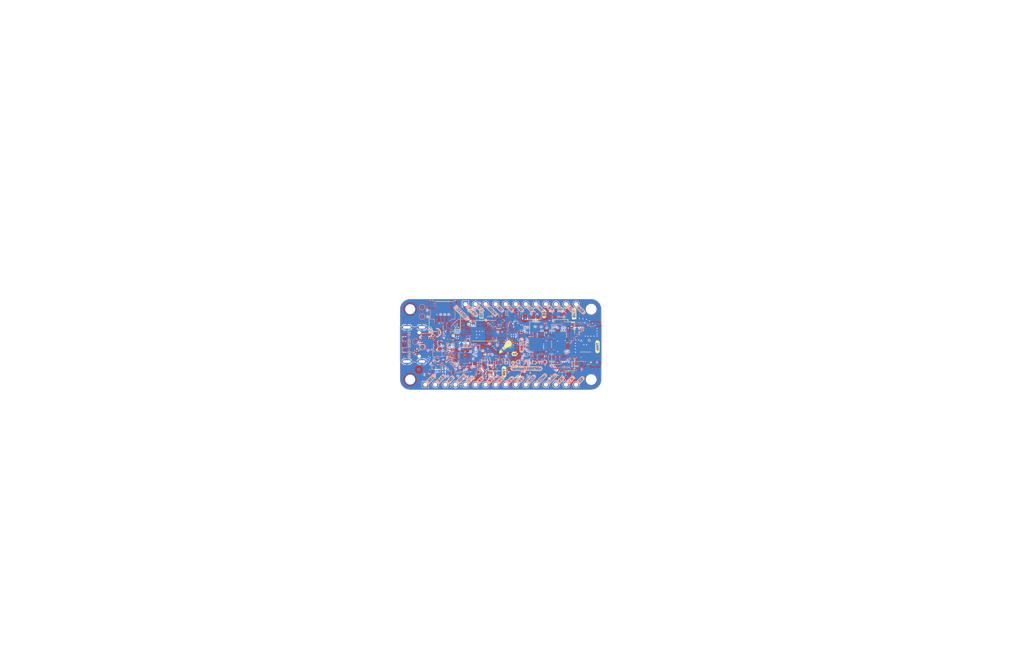
<source format=kicad_pcb>
(kicad_pcb (version 20240108) (generator "pcbnew") (generator_version "8.0")
  (title_block (title "nRF9151 Feather") (date "2024-12-04") (rev "1.0") (company "Circuit Dojo LLC"))
  (layers (0 "F.Cu" signal) (1 "In1.Cu" mixed) (2 "In2.Cu" mixed) (31 "B.Cu" signal) (34 "B.Paste" user) (35 "F.Paste" user) (36 "B.SilkS" user "B.Silkscreen") (37 "F.SilkS" user "F.Silkscreen") (38 "B.Mask" user) (39 "F.Mask" user) (44 "Edge.Cuts" user))
  (net 0 "")
  (net 1 "GND")
  (net 2 "+3V3")
  (net 3 "VBUS")
  (net 4 "VBAT")
  (net 5 "VSYS")
  (net 6 "/Headers/MODE{slash}WAKE")
  (net 7 "/Debugger/nRST")
  (net 8 "/Headers/COPI")
  (net 9 "/Headers/CIPO")
  (net 10 "/Headers/EXTRA")
  (net 11 "/Headers/A1")
  (net 12 "/Headers/A0")
  (net 13 "/Headers/A2")
  (net 14 "/Headers/SCK")
  (net 15 "/Headers/A4")
  (net 16 "/Headers/A3")
  (net 17 "/Processor/FLASH_CS")
  (net 18 "VCC")
  (net 19 "Net-(C9-Pad1)")
  (net 20 "/Headers/D8")
  (net 21 "/Headers/D7")
  (net 22 "/Headers/D6")
  (net 23 "/Headers/D5")
  (net 24 "/Headers/D4")
  (net 25 "/Headers/D3")
  (net 26 "/Headers/D2")
  (net 27 "/Headers/A5")
  (net 28 "/Headers/RX")
  (net 29 "/Headers/TX")
  (net 30 "Net-(U1-~{CS})")
  (net 31 "/Debugger/SWDCLK")
  (net 32 "/Debugger/SWDIO")
  (net 33 "Net-(RN3B-R2.1)")
  (net 34 "/PMIC_INT1")
  (net 35 "/Debugger/TX")
  (net 37 "/Debugger/RX")
  (net 38 "/Debugger/GPIO13")
  (net 39 "/Debugger/D-")
  (net 40 "/Debugger/D+")
  (net 41 "Net-(U1-IO3)")
  (net 42 "Net-(U1-CLK)")
  (net 43 "Net-(U1-IO0)")
  (net 44 "Net-(U1-IO2)")
  (net 45 "Net-(U1-IO1)")
  (net 46 "+1V1")
  (net 47 "Net-(U5-XIN)")
  (net 48 "Net-(U5-XOUT)")
  (net 51 "Net-(RN3A-R1.1)")
  (net 58 "/Debugger/DBG_SWCLK")
  (net 76 "Net-(U12-DEC0)")
  (net 77 "Net-(U12-~{RESET})")
  (net 78 "Net-(U12-VDD)")
  (net 79 "Net-(U12-ENABLE)")
  (net 80 "/Processor/SIM_IO")
  (net 96 "/Processor/SIM_RST")
  (net 107 "/Processor/SIM_VCC")
  (net 116 "/Processor/SIM_CLK")
  (net 118 "/Debugger/RP_D+")
  (net 119 "/Debugger/RP_D-")
  (net 120 "Net-(RN2A-R1.1)")
  (net 121 "Net-(RN2B-R2.1)")
  (net 122 "/Power/CC2")
  (net 123 "/Power/CC1")
  (net 124 "Net-(U2-NTC)")
  (net 125 "/Debugger/VDDIO_EN")
  (net 126 "Net-(D1-RK)")
  (net 127 "Net-(D1-GK)")
  (net 128 "Net-(D1-BK)")
  (net 129 "/Debugger/DBG_SWDIO")
  (net 132 "/Processor/FLASH_MOSI")
  (net 133 "/Processor/FLASH_MISO")
  (net 134 "/Debugger/BOOT")
  (net 135 "/Processor/BUTTON")
  (net 140 "Net-(U2-VSET2)")
  (net 141 "/Power/PMIC_SW2")
  (net 142 "/I2C_SDA")
  (net 143 "/I2C_SCL")
  (net 144 "Net-(RN4B-R2.2)")
  (net 145 "Net-(RN4A-R1.2)")
  (net 146 "/Debugger/GPIO5")
  (net 147 "/Processor/FLASH_SCK")
  (net 148 "/ACCEL_INT2")
  (net 149 "/ACCEL_INT1")
  (net 150 "/EN")
  (net 151 "/Power/GPIO3")
  (net 152 "/PMIC_INT2")
  (net 153 "/Power/GPIO4")
  (net 154 "/Processor/RF_IN")
  (net 155 "/Processor/RF_AUX")
  (net 156 "/Processor/RF_ANT")
  (net 157 "/Processor/COEX0")
  (net 158 "/Processor/RF_GPS")
  (net 162 "Net-(U2-VSET1)")
  (net 163 "Net-(U2-VBUSOUT)")
  (net 164 "/Power/PMIC_SW1")
  (net 165 "Net-(U4-IO3(~{HOLD}))")
  (net 166 "Net-(U4-IO2(~{WP}))")
  (net 168 "/Debugger/RP2040_VDDIO")
  (net 169 "/Debugger/DBG_EN")
  (net 170 "Net-(D2-Pad2)")
  (net 171 "Net-(D2-Pad1)")
  (net 172 "Net-(RN2A-R1.2)")
  (net 173 "Net-(U2-PVDD)")
  (net 174 "Net-(U2-VOUT1)")
  (net 175 "Net-(U2-VOUT2)")
  (footprint "Capacitor_SMD:C_0402_1005Metric" (layer "F.Cu") (at 133.875 108.4 180)
    (property "Reference" "C22" (hide yes))
    (property "Value" "0.1u" (hide yes))
  )
  (footprint "Resistor_SMD:R_0402_1005Metric" (layer "F.Cu") (at 148.425 97.9 90)
    (property "Reference" "R12" (hide yes))
    (property "Value" "255k" (hide yes))
  )
  (footprint "Capacitor_SMD:C_0603_1608Metric" (layer "F.Cu") (at 130.55 111.875 180)
    (property "Reference" "C5" (hide yes))
    (property "Value" "2.2u" (hide yes))
  )
  (footprint "Capacitor_SMD:C_0402_1005Metric" (layer "F.Cu") (at 132.5 109.3 90)
    (property "Reference" "C14" (hide yes))
    (property "Value" "0.1u" (hide yes))
  )
  (footprint "Capacitor_SMD:C_0402_1005Metric" (layer "F.Cu") (at 140.325 103.625 90)
    (property "Reference" "C16" (hide yes))
    (property "Value" "0.1u" (hide yes))
  )
  (footprint "Connector_Coaxial:U.FL_Hirose_U.FL-R-SMT-1_Vertical" (layer "F.Cu") (at 169.9 105.1 -90)
    (property "Reference" "J6" (hide yes))
    (property "Value" "Conn_Coaxial" (hide yes))
  )
  (footprint "Capacitor_SMD:C_0402_1005Metric" (layer "F.Cu") (at 146.625 112.275)
    (property "Reference" "C7" (hide yes))
    (property "Value" "15p" (hide yes))
  )
  (footprint "Circuit Dojo:CON-HEADER-1X16-MALE-PIN" (layer "F.Cu") (at 129.4511 115.1636)
    (property "Reference" "J2" (hide yes))
    (property "Value" "CON-HEADER-1X16-MALE-PIN" (hide yes))
  )
  (footprint "Capacitor_SMD:C_0402_1005Metric" (layer "F.Cu") (at 164.525 112.825 90)
    (property "Reference" "C27" (hide yes))
    (property "Value" "0.1u" (hide yes))
  )
  (footprint "Capacitor_SMD:C_0603_1608Metric" (layer "F.Cu") (at 168.85 108.75)
    (property "Reference" "C34" (hide yes))
    (property "Value" "4.7u" (hide yes))
  )
  (footprint "Package_SON:WSON-8-1EP_6x5mm_P1.27mm_EP3.4x4.3mm" (layer "F.Cu") (at 144.3178 101.55)
    (property "Reference" "U4" (hide yes))
    (property "Value" "W25Q128JVPIQ" (hide yes))
  )
  (footprint "Fiducial:Fiducial_1mm_Mask2mm" (layer "F.Cu") (at 152.3 100)
    (property "Reference" "U$2" (hide yes))
    (property "Value" "FIDUCIAL-1MM" (hide yes))
  )
  (footprint "Capacitor_SMD:C_0402_1005Metric" (layer "F.Cu") (at 167.75 110.55 90)
    (property "Reference" "C37" (hide yes))
    (property "Value" "0.1u" (hide yes))
  )
  (footprint "Capacitor_SMD:C_0603_1608Metric" (layer "F.Cu") (at 134.6875 105.35 90)
    (property "Reference" "C18" (hide yes))
    (property "Value" "2.2u" (hide yes))
  )
  (footprint "Capacitor_SMD:C_0603_1608Metric" (layer "F.Cu") (at 133.1375 105.35 90)
    (property "Reference" "C17" (hide yes))
    (property "Value" "2.2u" (hide yes))
  )
  (footprint "Capacitor_SMD:C_0402_1005Metric" (layer "F.Cu") (at 167.8 100.8 90)
    (property "Reference" "C41" (hide yes))
    (property "Value" "0.1u" (hide yes))
  )
  (footprint "kibuzzard-66AC64B8" (layer "F.Cu") (at 172.95 105.6 90)
    (property "Reference" "kibuzzard-66AC64B8" (hide yes))
    (property "Value" "G***" (hide yes))
  )
  (footprint "Capacitor_SMD:C_0402_1005Metric" (layer "F.Cu") (at 136.425 104.175 180)
    (property "Reference" "C15" (hide yes))
    (property "Value" "0.1u" (hide yes))
  )
  (footprint "Capacitor_SMD:C_0603_1608Metric" (layer "F.Cu") (at 153.3 103.8 -90)
    (property "Reference" "C32" (hide yes))
    (property "Value" "4.7u" (hide yes))
  )
  (footprint "Resistor_SMD:R_0402_1005Metric" (layer "F.Cu") (at 162.55 112.8 90)
    (property "Reference" "FB1" (hide yes))
    (property "Value" "120" (hide yes))
  )
  (footprint "Resistor_SMD:R_Array_Convex_2x0402" (layer "F.Cu") (at 144.725 112.9 -90)
    (property "Reference" "RN2" (hide yes))
    (property "Value" "100" (hide yes))
  )
  (footprint "Capacitor_SMD:C_0402_1005Metric" (layer "F.Cu") (at 131.125 110.675 180)
    (property "Reference" "C6" (hide yes))
    (property "Value" "0.1u" (hide yes))
  )
  (footprint "Circuit Dojo:FIL_DLM0NSM900HY2D" (layer "F.Cu") (at 131.175 105.9098 -90)
    (property "Reference" "L3" (hide yes))
    (property "Value" "L_Ferrite_Coupled" (hide yes))
  )
  (footprint "Circuit Dojo:WOLFF-DEN_SW-EVP-AA402W" (layer "F.Cu") (at 156.33 97.29 180)
    (property "Reference" "SW3" (hide yes))
    (property "Value" "SW-434153017835‎" (hide yes))
  )
  (footprint "Capacitor_SMD:C_0402_1005Metric" (layer "F.Cu") (at 149.6 109)
    (property "Reference" "C9" (hide yes))
    (property "Value" "15p" (hide yes))
  )
  (footprint "Resistor_SMD:R_0402_1005Metric" (layer "F.Cu") (at 153.255 97.29 -90)
    (property "Reference" "R13" (hide yes))
    (property "Value" "1k" (hide yes))
  )
  (footprint "kibuzzard-66466926" (layer "F.Cu") (at 143.65 97.2 -90)
    (property "Reference" "kibuzzard-66466926" (hide yes))
    (property "Value" "G***" (hide yes))
  )
  (footprint "kibuzzard-66ABB18E" (layer "F.Cu") (at 167.05 97.25 90)
    (property "Reference" "kibuzzard-66ABB18E" (hide yes))
    (property "Value" "G***" (hide yes))
  )
  (footprint "Capacitor_SMD:C_0402_1005Metric" (layer "F.Cu") (at 141.1125 113.4)
    (property "Reference" "C20" (hide yes))
    (property "Value" "0.1u" (hide yes))
  )
  (footprint "kibuzzard-66ABB181" (layer "F.Cu") (at 149.35 111.95 90)
    (property "Reference" "kibuzzard-66ABB181" (hide yes))
    (property "Value" "G***" (hide yes))
  )
  (footprint "Resistor_SMD:R_0402_1005Metric" (layer "F.Cu") (at 151.625 109.875)
    (property "Reference" "R1" (hide yes))
    (property "Value" "1k" (hide yes))
  )
  (footprint "Circuit Dojo:CON-HEADER-1X12-MALE-PIN" (layer "F.Cu") (at 139.6111 94.8436)
    (property "Reference" "J1" (hide yes))
    (property "Value" "CON-HEADER-1X12-MALE-PIN" (hide yes))
  )
  (footprint "kibuzzard-66FC738B" (layer "F.Cu") (at 152 107.4)
    (property "Reference" "kibuzzard-66FC738B" (hide yes))
    (property "Value" "G***" (hide yes))
  )
  (footprint "Resistor_SMD:R_0402_1005Metric" (layer "F.Cu") (at 148.25 100.075 -90)
    (property "Reference" "R11" (hide yes))
    (property "Value" "255k" (hide yes))
  )
  (footprint "Circuit Dojo:WOLFF-DEN_SW-EVP-AA402W" (layer "F.Cu") (at 163.84 97.28 180)
    (property "Reference" "SW1" (hide yes))
    (property "Value" "SW-434153017835‎" (hide yes))
  )
  (footprint "Capacitor_SMD:C_0402_1005Metric" (layer "F.Cu") (at 154.5 103.4 -90)
    (property "Reference" "C33" (hide yes))
    (property "Value" "0.1u" (hide yes))
  )
  (footprint "Capacitor_SMD:C_0603_1608Metric" (layer "F.Cu") (at 147.1 97.25 90)
    (property "Reference" "C8" (hide yes))
    (property "Value" "4.7u" (hide yes))
  )
  (footprint "Capacitor_SMD:C_0402_1005Metric" (layer "F.Cu") (at 163.55 112.825 90)
    (property "Reference" "C26" (hide yes))
    (property "Value" "15p" (hide yes))
  )
  (footprint "Capacitor_SMD:C_0402_1005Metric" (layer "F.Cu") (at 145.7 107.55 90)
    (property "Reference" "C19" (hide yes))
    (property "Value" "0.1u" (hide yes))
  )
  (footprint "Package_DFN_QFN:QFN-56-1EP_7x7mm_P0.4mm_EP3.2x3.2mm" (layer "F.Cu") (at 139.6375 108.8 90)
    (property "Reference" "U5" (hide yes))
    (property "Value" "RP2040" (hide yes))
  )
  (footprint "Capacitor_SMD:C_0402_1005Metric" (layer "F.Cu") (at 169 100.7 90)
    (property "Reference" "C43" (hide yes))
    (property "Value" "0.1u" (hide yes))
  )
  (footprint "PCM_nordic-lib-kicad-nrf9:LGA_9151_12.1x11.1mm" (layer "F.Cu") (at 161.49 105.48 90)
    (property "Reference" "U12" (hide yes))
    (property "Value" "nRF9151-LAXX" (hide yes))
  )
  (footprint "Capacitor_SMD:C_0402_1005Metric" (layer "F.Cu") (at 133.875 109.35 180)
    (property "Reference" "C47" (hide yes))
    (property "Value" "0.1u" (hide yes))
  )
  (footprint "MountingHole:MountingHole_2.5mm" (layer "F.Cu") (at 171.3611 96.1136)
    (property "Reference" "H1" (hide yes))
    (property "Value" "MountingHole" (hide yes))
  )
  (footprint "Resistor_SMD:R_0402_1005Metric" (layer "F.Cu") (at 147.3 108.2)
    (property "Reference" "R14" (hide yes))
    (property "Value" "1k" (hide yes))
  )
  (footprint "LED_SMD:LED_Wurth_150044M155260" (layer "F.Cu") (at 141.9 97.2 180)
    (property "Reference" "D1" (hide yes))
    (property "Value" "18-038BT/BDGAR6S1-CC01/10T" (hide yes))
  )
  (footprint "KiCADv6:SKY65723-81_SKY-L" (layer "F.Cu") (at 170.95 101.65)
    (property "Reference" "U10" (hide yes))
    (property "Value" "SKY65723-81" (hide yes))
  )
  (footprint "nrf91-feather:JST_S2B-PH-SM4-TB(LF)(SN)" (layer "F.Cu") (at 134.375 101.4336 180)
    (property "Reference" "J4" (hide yes))
    (property "Value" "CON-S2B-PH-SM4-TB(LF)(SN)" (hide yes))
  )
  (footprint "MountingHole:MountingHole_2.5mm" (layer "F.Cu") (at 171.3611 113.8936)
    (property "Reference" "H2" (hide yes))
    (property "Value" "MountingHole" (hide yes))
  )
  (footprint "Capacitor_SMD:C_0402_1005Metric" (layer "F.Cu") (at 168.35 102.2 180)
    (property "Reference" "C38" (hide yes))
    (property "Value" "15p" (hide yes))
  )
  (footprint "Resistor_SMD:R_0402_1005Metric" (layer "F.Cu") (at 161.55 112.8 -90)
    (property "Reference" "R3" (hide yes))
    (property "Value" "10k" (hide yes))
  )
  (footprint "Crystal:Crystal_SMD_2520-4Pin_2.5x2.0mm" (layer "F.Cu") (at 146.9 110.3)
    (property "Reference" "Y1" (hide yes))
    (property "Value" "Crystal_GND24" (hide yes))
  )
  (footprint "Capacitor_SMD:C_0402_1005Metric" (layer "F.Cu") (at 136.5625 113.405 180)
    (property "Reference" "C21" (hide yes))
    (property "Value" "0.1u" (hide yes))
  )
  (footprint "Capacitor_SMD:C_0402_1005Metric" (layer "F.Cu") (at 153.475 109.875)
    (property "Reference" "C35" (hide yes))
    (property "Value" "0.1u" (hide yes))
  )
  (footprint "Fiducial:Fiducial_1mm_Mask2mm" (layer "F.Cu") (at 172.1 109.5 -90)
    (property "Reference" "U$1" (hide yes))
    (property "Value" "FIDUCIAL-1MM" (hide yes))
  )
  (footprint "MountingHole:MountingHole_2.5mm_Pad_TopOnly" (layer "F.Cu") (at 125.6411 113.8936)
    (property "Reference" "H4" (hide yes))
    (property "Value" "MountingHole_Pad" (hide yes))
  )
  (footprint "MountingHole:MountingHole_2.5mm_Pad_TopOnly" (layer "F.Cu") (at 125.6411 96.1136)
    (property "Reference" "H3" (hide yes))
    (property "Value" "MountingHole_Pad" (hide yes))
  )
  (footprint "kibuzzard-665B4C23" (layer "F.Cu") (at 159.47 97.29 90)
    (property "Reference" "kibuzzard-665B4C23" (hide yes))
    (property "Value" "G***" (hide yes))
  )
  (footprint "Capacitor_SMD:C_0805_2012Metric" (layer "F.Cu") (at 166.75 112.8)
    (property "Reference" "C28" (hide yes))
    (property "Value" "47u" (hide yes))
  )
  (footprint "W25Q16JVUXIQ_TR:PSON50P300X200X60-9N" (layer "F.Cu") (at 133.35 112.175 90)
    (property "Reference" "U1" (hide yes))
    (property "Value" "W25Q16JVUXIQ_TR" (hide yes))
  )
  (footprint "Circuit Dojo:JAE_DX07S016JA1R1500" (layer "F.Cu") (at 127.9 105.0098 -90)
    (property "Reference" "J3" (hide yes))
    (property "Value" "CON-USB-DX07S016JA1R1500" (hide yes))
    (fp_line (start 3.125 0.315) (end 2.875 0.315) (stroke (width 0.01)) (layer "Edge.Cuts"))
    (fp_line (start 2.875 -0.315) (end 3.125 -0.315) (stroke (width 0.01)) (layer "Edge.Cuts"))
    (fp_arc (start 2.875 0.315) (mid 2.652261 0.222739) (end 2.56 0) (stroke (width 0.01)) (layer "Edge.Cuts"))
    (fp_arc (start 2.56 0) (mid 2.652261 -0.222739) (end 2.875 -0.315) (stroke (width 0.01)) (layer "Edge.Cuts"))
    (fp_arc (start 3.44 0) (mid 3.347739 0.222739) (end 3.125 0.315) (stroke (width 0.01)) (layer "Edge.Cuts"))
    (fp_arc (start 3.125 -0.315) (mid 3.347739 -0.222739) (end 3.44 0) (stroke (width 0.01)) (layer "Edge.Cuts"))
  )
  (footprint "Circuit Dojo:WOLFF-DEN_SW-EVP-AA402W" (layer "F.Cu") (at 152.55 111.95 180)
    (property "Reference" "SW2" (hide yes))
    (property "Value" "SW-434153017835‎" (hide yes))
  )
  (footprint "Capacitor_SMD:C_0402_1005Metric" (layer "F.Cu") (at 144.5875 107.55 90)
    (property "Reference" "C13" (hide yes))
    (property "Value" "0.1u" (hide yes))
  )
  (footprint "Circuit Dojo:IND-2P0X2P0X1P2" (layer "B.Cu") (at 149 104.45 -90)
    (property "Reference" "L2" (hide yes))
    (property "Value" "2.2u" (hide yes))
  )
  (footprint "mff2:SIM-ST-MFF2_HOL" (layer "B.Cu") (at 157.4 105.0098 -90)
    (property "Reference" "U6" (hide yes))
    (property "Value" "SIM-ST-MFF2" (hide yes))
  )
  (footprint "Resistor_SMD:R_0402_1005Metric" (layer "B.Cu") (at 134.16 111.09 -90)
    (property "Reference" "R7" (hide yes))
    (property "Value" "1M" (hide yes))
  )
  (footprint "kibuzzard-6699D3C7" (layer "B.Cu") (at 143.3 96.025 135)
    (property "Reference" "kibuzzard-6699D3C7" (hide yes))
    (property "Value" "G***" (hide yes))
  )
  (footprint "kibuzzard-6699D3CF" (layer "B.Cu") (at 141.275 96.55 135)
    (property "Reference" "kibuzzard-6699D3CF" (hide yes))
    (property "Value" "G***" (hide yes))
  )
  (footprint "Connector_JST:JST_SH_SM04B-SRSS-TB_1x04-1MP_P1.00mm_Horizontal" (layer "B.Cu") (at 133.85 96.85)
    (property "Reference" "J5" (hide yes))
    (property "Value" "CON-SM04B-SRSS-TB" (hide yes))
  )
  (footprint "Capacitor_SMD:C_0402_1005Metric" (layer "B.Cu") (at 144.5875 107.55 180)
    (property "Reference" "C12" (hide yes))
    (property "Value" "0.1u" (hide yes))
  )
  (footprint "Capacitor_SMD:C_0402_1005Metric" (layer "B.Cu") (at 136.325 101.925 90)
    (property "Reference" "C45" (hide yes))
    (property "Value" "0.1u" (hide yes))
  )
  (footprint "kibuzzard-6699D44E" (layer "B.Cu") (at 138.525 113.725 45)
    (property "Reference" "kibuzzard-6699D44E" (hide yes))
    (property "Value" "G***" (hide yes))
  )
  (footprint "Capacitor_SMD:C_0603_1608Metric" (layer "B.Cu") (at 138.6 104.325 -90)
    (property "Reference" "C2" (hide yes))
    (property "Value" "2.2u" (hide yes))
  )
  (footprint "TestPoint:TestPoint_Pad_D1.0mm" (layer "B.Cu") (at 147.0011 111.5336 180)
    (property "Reference" "TP1" (hide yes))
    (property "Value" "TestPoint" (hide yes))
  )
  (footprint "kibuzzard-66ABF405" (layer "B.Cu") (at 153.775 105.2 90)
    (property "Reference" "kibuzzard-66ABF405" (hide yes))
    (property "Value" "G***" (hide yes))
  )
  (footprint "Resistor_SMD:R_0402_1005Metric" (layer "B.Cu") (at 139.51 108.16 180)
    (property "Reference" "R4" (hide yes))
    (property "Value" "255k" (hide yes))
  )
  (footprint "Fiducial:Fiducial_1mm_Mask2mm" (layer "B.Cu") (at 154.625 98.4598 180)
    (property "Reference" "U$4" (hide yes))
    (property "Value" "FIDUCIAL-1MM" (hide yes))
  )
  (footprint "Resistor_SMD:R_0402_1005Metric" (layer "B.Cu") (at 159.8 99.5 90)
    (property "Reference" "R5" (hide yes))
    (property "Value" "1M" (hide yes))
  )
  (footprint "kibuzzard-6699D3A9" (layer "B.Cu") (at 150.9408 96.0408 135)
    (property "Reference" "kibuzzard-6699D3A9" (hide yes))
    (property "Value" "G***" (hide yes))
  )
  (footprint "Resistor_SMD:R_0402_1005Metric" (layer "B.Cu") (at 150.475 102.2598 90)
    (property "Reference" "FB4" (hide yes))
    (property "Value" "120" (hide yes))
  )
  (footprint "kibuzzard-6699D37C" (layer "B.Cu") (at 163.625 96.05 135)
    (property "Reference" "kibuzzard-6699D37C" (hide yes))
    (property "Value" "G***" (hide yes))
  )
  (footprint "kibuzzard-6699D406" (layer "B.Cu") (at 163.7 113.95 45)
    (property "Reference" "kibuzzard-6699D406" (hide yes))
    (property "Value" "G***" (hide yes))
  )
  (footprint "Capacitor_SMD:C_0603_1608Metric" (layer "B.Cu") (at 146.95 103.7 -90)
    (property "Reference" "C36" (hide yes))
    (property "Value" "10u" (hide yes))
  )
  (footprint "Capacitor_SMD:C_0603_1608Metric" (layer "B.Cu") (at 135.125 101.75 90)
    (property "Reference" "C10" (hide yes))
    (property "Value" "10u" (hide yes))
  )
  (footprint "kibuzzard-6699D42E" (layer "B.Cu") (at 148.468496 113.956504 45)
    (property "Reference" "kibuzzard-6699D42E" (hide yes))
    (property "Value" "G***" (hide yes))
  )
  (footprint "Capacitor_SMD:C_0603_1608Metric" (layer "B.Cu") (at 146.95 100.7 90)
    (property "Reference" "C4" (hide yes))
    (property "Value" "10u" (hide yes))
  )
  (footprint "Package_TO_SOT_SMD:SOT-363_SC-70-6" (layer "B.Cu") (at 144.8625 109.675 90)
    (property "Reference" "U9" (hide yes))
    (property "Value" "TC7PZ14FU" (hide yes))
  )
  (footprint "TestPoint:TestPoint_Pad_D1.0mm" (layer "B.Cu") (at 126.975 104.3 180)
    (property "Reference" "TP5" (hide yes))
    (property "Value" "TestPoint" (hide yes))
  )
  (footprint "kibuzzard-6699D3FF" (layer "B.Cu") (at 166.225 113.95 45)
    (property "Reference" "kibuzzard-6699D3FF" (hide yes))
    (property "Value" "G***" (hide yes))
  )
  (footprint "kibuzzard-6699D455" (layer "B.Cu") (at 135.775 113.95 45)
    (property "Reference" "kibuzzard-6699D455" (hide yes))
    (property "Value" "G***" (hide yes))
  )
  (footprint "Resistor_SMD:R_0402_1005Metric" (layer "B.Cu") (at 139.51 107.22 180)
    (property "Reference" "TH1" (hide yes))
    (property "Value" "10k" (hide yes))
  )
  (footprint "Capacitor_SMD:C_0603_1608Metric" (layer "B.Cu") (at 149 106.475 180)
    (property "Reference" "C24" (hide yes))
    (property "Value" "10u" (hide yes))
  )
  (footprint "kibuzzard-6699D36C" (layer "B.Cu") (at 166.3 96.15 135)
    (property "Reference" "kibuzzard-6699D36C" (hide yes))
    (property "Value" "G***" (hide yes))
  )
  (footprint "kibuzzard-6699D40E" (layer "B.Cu") (at 161.475 113.625 45)
    (property "Reference" "kibuzzard-6699D40E" (hide yes))
    (property "Value" "G***" (hide yes))
  )
  (footprint "Resistor_SMD:R_0402_1005Metric" (layer "B.Cu") (at 132.99 104.75 -90)
    (property "Reference" "R9" (hide yes))
    (property "Value" "1k" (hide yes))
  )
  (footprint "kibuzzard-6699D414" (layer "B.Cu") (at 158.875 113.65 45)
    (property "Reference" "kibuzzard-6699D414" (hide yes))
    (property "Value" "G***" (hide yes))
  )
  (footprint "Capacitor_SMD:C_0402_1005Metric" (layer "B.Cu") (at 152.725 104.75 -90)
    (property "Reference" "C39" (hide yes))
    (property "Value" "100p" (hide yes))
  )
  (footprint "Capacitor_SMD:C_0603_1608Metric" (layer "B.Cu") (at 151.225 99.5 -90)
    (property "Reference" "C11" (hide yes))
    (property "Value" "10u" (hide yes))
  )
  (footprint "kibuzzard-6699D422" (layer "B.Cu") (at 153.475 113.975 45)
    (property "Reference" "kibuzzard-6699D422" (hide yes))
    (property "Value" "G***" (hide yes))
  )
  (footprint "Capacitor_SMD:C_0402_1005Metric" (layer "B.Cu") (at 150.825 104.75 90)
    (property "Reference" "C31" (hide yes))
    (property "Value" "100p" (hide yes))
  )
  (footprint "Circuit Dojo:IND-2P0X2P0X1P2" (layer "B.Cu") (at 149.225 99.75)
    (property "Reference" "L1" (hide yes))
    (property "Value" "2.2u" (hide yes))
  )
  (footprint "Package_DFN_QFN:QFN-32-1EP_5x5mm_P0.5mm_EP3.6x3.6mm" (layer "B.Cu") (at 142.7 102.45 180)
    (property "Reference" "U2" (hide yes))
    (property "Value" "nPM1300-QEXX" (hide yes))
  )
  (footprint "Resistor_SMD:R_Array_Convex_2x0402" (layer "B.Cu") (at 142.95 112.45 90)
    (property "Reference" "RN3" (hide yes))
    (property "Value" "100" (hide yes))
  )
  (footprint "Capacitor_SMD:C_0402_1005Metric" (layer "B.Cu") (at 149.45 101.93 90)
    (property "Reference" "C40" (hide yes))
    (property "Value" "100p" (hide yes))
  )
  (footprint "Resistor_SMD:R_0402_1005Metric" (layer "B.Cu") (at 152.01 97.45 180)
    (property "Reference" "FB3" (hide yes))
    (property "Value" "120" (hide yes))
  )
  (footprint "TestPoint:TestPoint_Pad_D1.0mm" (layer "B.Cu") (at 148.4011 109.4336 180)
    (property "Reference" "TP2" (hide yes))
    (property "Value" "TestPoint" (hide yes))
  )
  (footprint "kibuzzard-6699D3F5" (layer "B.Cu") (at 168.725 114 45)
    (property "Reference" "kibuzzard-6699D3F5" (hide yes))
    (property "Value" "G***" (hide yes))
  )
  (footprint "Fiducial:Fiducial_1mm_Mask2mm" (layer "B.Cu") (at 127.8 111.35 180)
    (property "Reference" "U$3" (hide yes))
    (property "Value" "FIDUCIAL-1MM" (hide yes))
  )
  (footprint "kibuzzard-66ABCF7A" (layer "B.Cu") (at 155 111.1 180)
    (property "Reference" "kibuzzard-66ABCF7A" (hide yes))
    (property "Value" "G***" (hide yes))
  )
  (footprint "TestPoint:TestPoint_Pad_D1.0mm" (layer "B.Cu") (at 128.65 97.975 180)
    (property "Reference" "TP3" (hide yes))
    (property "Value" "TestPoint" (hide yes))
  )
  (footprint "kibuzzard-6699D3B6" (layer "B.Cu") (at 148.3936 96.0186 135)
    (property "Reference" "kibuzzard-6699D3B6" (hide yes))
    (property "Value" "G***" (hide yes))
  )
  (footprint "kibuzzard-6699D45C" (layer "B.Cu") (at 133.387517 113.775 45)
    (property "Reference" "kibuzzard-6699D45C" (hide yes))
    (property "Value" "G***" (hide yes))
  )
  (footprint "kibuzzard-6699D375" (layer "B.Cu") (at 168.7 96.2 135)
    (property "Reference" "kibuzzard-6699D375" (hide yes))
    (property "Value" "G***" (hide yes))
  )
  (footprint "Capacitor_SMD:C_0402_1005Metric" (layer "B.Cu") (at 137.125 108.9825)
    (property "Reference" "C25" (hide yes))
    (property "Value" "0.1u" (hide yes))
  )
  (footprint "Capacitor_SMD:C_0402_1005Metric" (layer "B.Cu") (at 152.5 98.93 -90)
    (property "Reference" "C29" (hide yes))
    (property "Value" "100p" (hide yes))
  )
  (footprint "Resistor_SMD:R_Array_Convex_2x0402" (layer "B.Cu") (at 144.85 112.45 90)
    (property "Reference" "RN4" (hide yes))
    (property "Value" "100" (hide yes))
  )
  (footprint "Capacitor_SMD:C_0402_1005Metric" (layer "B.Cu") (at 138.65 101.5 90)
    (property "Reference" "C1" (hide yes))
    (property "Value" "1u" (hide yes))
  )
  (footprint "footprints:1042240820" (layer "B.Cu") (at 167.697601 105.0098 -90)
    (property "Reference" "U3" (hide yes))
    (property "Value" "1042240820" (hide yes))
  )
  (footprint "Resistor_SMD:R_0402_1005Metric" (layer "B.Cu") (at 159.425 96.75 90)
    (property "Reference" "R8" (hide yes))
    (property "Value" "10k" (hide yes))
  )
  (footprint "kibuzzard-6699D437" (layer "B.Cu") (at 145.968497 113.931504 45)
    (property "Reference" "kibuzzard-6699D437" (hide yes))
    (property "Value" "G***" (hide yes))
  )
  (footprint "Package_TO_SOT_SMD:SOT-363_SC-70-6" (layer "B.Cu") (at 132.2875 110.73 -90)
    (property "Reference" "U11" (hide yes))
    (property "Value" "TPS22919" (hide yes))
  )
  (footprint "kibuzzard-6699D445" (layer "B.Cu") (at 140.818496 113.931504 45)
    (property "Reference" "kibuzzard-6699D445" (hide yes))
    (property "Value" "G***" (hide yes))
  )
  (footprint "kibuzzard-6699D41B" (layer "B.Cu") (at 156.25 113.775 45)
    (property "Reference" "kibuzzard-6699D41B" (hide yes))
    (property "Value" "G***" (hide yes))
  )
  (footprint "kibuzzard-6699D393" (layer "B.Cu") (at 158.541837 96.016837 135)
    (property "Reference" "kibuzzard-6699D393" (hide yes))
    (property "Value" "G***" (hide yes))
  )
  (footprint "Capacitor_SMD:C_0603_1608Metric" (layer "B.Cu") (at 146.475 98.45)
    (property "Reference" "C42" (hide yes))
    (property "Value" "10u" (hide yes))
  )
  (footprint "kibuzzard-6699D429" (layer "B.Cu") (at 150.907517 113.992483 45)
    (property "Reference" "kibuzzard-6699D429" (hide yes))
    (property "Value" "G***" (hide yes))
  )
  (footprint "LIS2DH12TR 2:PQFN50P200X200100-12N" (layer "B.Cu") (at 136.875 107.2425 -90)
    (property "Reference" "U7" (hide yes))
    (property "Value" "LIS2DH12TR" (hide yes))
  )
  (footprint "Capacitor_SMD:C_0402_1005Metric" (layer "B.Cu") (at 148.35 101.925 90)
    (property "Reference" "C44" (hide yes))
    (property "Value" "0.1u" (hide yes))
  )
  (footprint "Capacitor_SMD:C_0402_1005Metric" (layer "B.Cu") (at 152.02 96.45)
    (property "Reference" "C30" (hide yes))
    (property "Value" "100p" (hide yes))
  )
  (footprint "kibuzzard-6699D43F" (layer "B.Cu") (at 143.347517 114.007541 45)
    (property "Reference" "kibuzzard-6699D43F" (hide yes))
    (property "Value" "G***" (hide yes))
  )
  (footprint "Capacitor_SMD:C_0402_1005Metric" (layer "B.Cu") (at 143.925 106.025)
    (property "Reference" "C23" (hide yes))
    (property "Value" "0.1u" (hide yes))
  )
  (footprint "kibuzzard-6699D464" (layer "B.Cu") (at 130.925 113.7 45)
    (property "Reference" "kibuzzard-6699D464" (hide yes))
    (property "Value" "G***" (hide yes))
  )
  (footprint "kibuzzard-6699D39A" (layer "B.Cu") (at 155.992356 96.017356 135)
    (property "Reference" "kibuzzard-6699D39A" (hide yes))
    (property "Value" "G***" (hide yes))
  )
  (footprint "Resistor_SMD:R_Array_Convex_2x0402" (layer "B.Cu") (at 157.15 97.55 90)
    (property "Reference" "RN5" (hide yes))
    (property "Value" "20k" (hide yes))
  )
  (footprint "kibuzzard-6699D3A2" (layer "B.Cu") (at 153.467045 96.017045 135)
    (property "Reference" "kibuzzard-6699D3A2" (hide yes))
    (property "Value" "G***" (hide yes))
  )
  (footprint "Capacitor_SMD:C_0402_1005Metric" (layer "B.Cu") (at 138.68 99.9 180)
    (property "Reference" "C3" (hide yes))
    (property "Value" "1u" (hide yes))
  )
  (footprint "Resistor_SMD:R_0402_1005Metric" (layer "B.Cu") (at 139.51 106.28 180)
    (property "Reference" "R2" (hide yes))
    (property "Value" "255k" (hide yes))
  )
  (footprint "TestPoint:TestPoint_Pad_D1.0mm" (layer "B.Cu") (at 128.7 105.7 180)
    (property "Reference" "TP6" (hide yes))
    (property "Value" "TestPoint" (hide yes))
  )
  (footprint "TestPoint:TestPoint_Pad_D1.0mm" (layer "B.Cu") (at 128.65 95.575 180)
    (property "Reference" "TP4" (hide yes))
    (property "Value" "TestPoint" (hide yes))
  )
  (footprint "kibuzzard-6699D388" (layer "B.Cu") (at 161.118082 96.043082 135)
    (property "Reference" "kibuzzard-6699D388" (hide yes))
    (property "Value" "G***" (hide yes))
  )
  (footprint "Resistor_SMD:R_0402_1005Metric" (layer "B.Cu") (at 160.375 96.75 -90)
    (property "Reference" "R10" (hide yes))
    (property "Value" "1k" (hide yes))
  )
  (footprint "Capacitor_SMD:C_0402_1005Metric" (layer "B.Cu") (at 151.95 101.8098)
    (property "Reference" "C46" (hide yes))
    (property "Value" "100p" (hide yes))
  )
  (footprint "kibuzzard-6699D3BF" (layer "B.Cu") (at 146.275 96.475 135)
    (property "Reference" "kibuzzard-6699D3BF" (hide yes))
    (property "Value" "G***" (hide yes))
  )
  (footprint "Resistor_SMD:R_0402_1005Metric" (layer "B.Cu") (at 151.775 104.7598 90)
    (property "Reference" "FB2" (hide yes))
    (property "Value" "120" (hide yes))
  )
  (footprint "Package_TO_SOT_SMD:SOT-323_SC-70" (layer "B.Cu") (at 132.5 107.4 -90)
    (property "Reference" "D2" (hide yes))
    (property "Value" "BAT54CW" (hide yes))
  )
  (footprint "kibuzzard-6699D3D9" (layer "B.Cu") (at 138.604773 97.079773 135)
    (property "Reference" "kibuzzard-6699D3D9" (hide yes))
    (property "Value" "G***" (hide yes))
  )
  (footprint "Resistor_SMD:R_0402_1005Metric" (layer "B.Cu") (at 132.04 104.75 -90)
    (property "Reference" "R6" (hide yes))
    (property "Value" "1k" (hide yes))
  )
  (footprint "Package_TO_SOT_SMD:SOT-353_SC-70-5" (layer "B.Cu") (at 139.6 111 180)
    (property "Reference" "U8" (hide yes))
    (property "Value" "TS5A3166DCKR" (hide yes))
  )
  (gr_line (start 135.375 104.875) (end 136.2 104.875) (stroke (width 0.1524)) (layer "B.SilkS"))
  (gr_line (start 134.925 105.775) (end 135.125 105.775) (stroke (width 0.1524)) (layer "B.SilkS"))
  (gr_line (start 136.2 104.875) (end 136.3 104.875) (stroke (width 0.1524)) (layer "B.SilkS"))
  (gr_line (start 136.3 104.875) (end 136.2 104.775) (stroke (width 0.1524)) (layer "B.SilkS"))
  (gr_line (start 136.3 104.875) (end 136.2 104.975) (stroke (width 0.1524)) (layer "B.SilkS"))
  (gr_line (start 135.125 105.775) (end 135.025 105.875) (stroke (width 0.1524)) (layer "B.SilkS"))
  (gr_poly (pts (xy 132.29735 103.207641) (xy 132.281337 103.207311) (xy 132.265372 103.206768) (xy 132.249457 103.206015) (xy 132.233598 103.205058) (xy 132.2178 103.203901) (xy 132.202067 103.202548) (xy 132.186404 103.201005) (xy 132.186404 102.841039) (xy 132.201937 102.843272) (xy 132.217577 102.845206) (xy 132.233319 102.846843) (xy 132.24916 102.848183) (xy 132.265093 102.849225) (xy 132.281114 102.849969) (xy 132.297219 102.850415) (xy 132.313404 102.850564) (xy 132.356299 102.84948) (xy 132.398631 102.846262) (xy 132.440346 102.840963) (xy 132.481393 102.833635) (xy 132.521719 102.82433) (xy 132.561272 102.813101) (xy 132.6 102.8) (xy 132.637849 102.78508) (xy 132.674768 102.768392) (xy 132.710705 102.749989) (xy 132.745607 102.729923) (xy 132.779422 102.708247) (xy 132.812097 102.685013) (xy 132.843581 102.660273) (xy 132.87382 102.63408) (xy 132.902763 102.606486) (xy 132.930357 102.577543) (xy 132.95655 102.547304) (xy 132.98129 102.51582) (xy 133.004524 102.483145) (xy 133.0262 102.44933) (xy 133.046266 102.414428) (xy 133.064669 102.378491) (xy 133.081357 102.341572) (xy 133.096277 102.303723) (xy 133.109378 102.264995) (xy 133.120607 102.225442) (xy 133.129912 102.185116) (xy 133.13724 102.14407) (xy 133.142539 102.102354) (xy 133.145757 102.060022) (xy 133.146841 102.017127) (xy 133.145757 101.974231) (xy 133.142539 101.931899) (xy 133.13724 101.890184) (xy 133.129912 101.849137) (xy 133.120607 101.808811) (xy 133.109378 101.769258) (xy 133.096277 101.730531) (xy 133.081357 101.692681) (xy 133.064669 101.655762) (xy 133.046266 101.619825) (xy 133.0262 101.584923) (xy 133.004524 101.551109) (xy 132.98129 101.518433) (xy 132.95655 101.48695) (xy 132.930357 101.45671) (xy 132.902763 101.427767) (xy 132.87382 101.400173) (xy 132.843581 101.37398) (xy 132.812097 101.34924) (xy 132.779422 101.326006) (xy 132.745607 101.30433) (xy 132.710705 101.284264) (xy 132.674768 101.265862) (xy 132.637849 101.249174) (xy 132.6 101.234253) (xy 132.561272 101.221152) (xy 132.521719 101.209923) (xy 132.481393 101.200618) (xy 132.440346 101.19329) (xy 132.398631 101.187991) (xy 132.356299 101.184773) (xy 132.313404 101.183689) (xy 132.297219 101.183838) (xy 132.281114 101.184285) (xy 132.265093 101.185029) (xy 132.24916 101.186071) (xy 132.233319 101.18741) (xy 132.217577 101.189047) (xy 132.201937 101.190982) (xy 132.186404 101.193214) (xy 132.186404 100.833249) (xy 132.202067 100.831705) (xy 132.2178 100.830353) (xy 132.233598 100.829195) (xy 132.249457 100.828238) (xy 132.265372 100.827485) (xy 132.281337 100.826942) (xy 132.29735 100.826613) (xy 132.313404 100.826502) (xy 132.374678 100.828051) (xy 132.435148 100.832648) (xy 132.494737 100.840219) (xy 132.553373 100.850689) (xy 132.610979 100.863982) (xy 132.667481 100.880025) (xy 132.722804 100.898742) (xy 132.776873 100.920059) (xy 132.829614 100.9439) (xy 132.880952 100.970192) (xy 132.930812 100.998859) (xy 132.979119 101.029826) (xy 133.025798 101.06302) (xy 133.070776 101.098364) (xy 133.113976 101.135784) (xy 133.155324 101.175206) (xy 133.194746 101.216554) (xy 133.232166 101.259755) (xy 133.267511 101.304732) (xy 133.300704 101.351412) (xy 133.331671 101.399719) (xy 133.360338 101.449578) (xy 133.38663 101.500916) (xy 133.410471 101.553657) (xy 133.431788 101.607727) (xy 133.450505 101.66305) (xy 133.466548 101.719552) (xy 133.479842 101.777158) (xy 133.490311 101.835793) (xy 133.497882 101.895383) (xy 133.502479 101.955852) (xy 133.504029 102.017127) (xy 133.502479 102.078401) (xy 133.497882 102.138871) (xy 133.490311 102.198461) (xy 133.479842 102.257096) (xy 133.466548 102.314702) (xy 133.450505 102.371204) (xy 133.431788 102.426527) (xy 133.410471 102.480596) (xy 133.38663 102.533337) (xy 133.360338 102.584675) (xy 133.331671 102.634535) (xy 133.300704 102.682842) (xy 133.267511 102.729521) (xy 133.232166 102.774499) (xy 133.194746 102.817699) (xy 133.155324 102.859047) (xy 133.113976 102.898469) (xy 133.070776 102.935889) (xy 133.025798 102.971234) (xy 132.979119 103.004427) (xy 132.930812 103.035394) (xy 132.880952 103.064061) (xy 132.829614 103.090353) (xy 132.776873 103.114195) (xy 132.722804 103.135511) (xy 132.667481 103.154228) (xy 132.610979 103.170271) (xy 132.553373 103.183565) (xy 132.494737 103.194034) (xy 132.435148 103.201605) (xy 132.374678 103.206203) (xy 132.313404 103.207752)) (stroke (width -0.000001)) (fill solid) (layer "B.SilkS"))
  (gr_line (start 136.2 104.975) (end 136.2 104.875) (stroke (width 0.1524)) (layer "B.SilkS"))
  (gr_line (start 135.025 105.875) (end 134.925 105.775) (stroke (width 0.1524)) (layer "B.SilkS"))
  (gr_circle (center 135.025 104.875) (end 135.025 104.575) (stroke (width 0.1524)) (fill none) (layer "B.SilkS"))
  (gr_poly (pts (xy 130.274328 103.207659) (xy 130.259353 103.20738) (xy 130.244414 103.206914) (xy 130.229512 103.206263) (xy 130.214648 103.205426) (xy 130.199821 103.204403) (xy 130.185031 103.203194) (xy 130.170279 103.201799) (xy 130.170279 102.84223) (xy 130.184901 102.844183) (xy 130.199598 102.845876) (xy 130.214369 102.847309) (xy 130.229215 102.848481) (xy 130.244135 102.849392) (xy 130.259129 102.850043) (xy 130.274198 102.850434) (xy 130.289341 102.850564) (xy 130.326573 102.849749) (xy 130.363385 102.847326) (xy 130.399742 102.843329) (xy 130.435611 102.837793) (xy 130.470959 102.830751) (xy 130.50575 102.822237) (xy 130.539951 102.812285) (xy 130.573529 102.80093) (xy 130.606448 102.788205) (xy 130.638675 102.774144) (xy 130.670175 102.758782) (xy 130.700916 102.742152) (xy 130.730863 102.724289) (xy 130.759981 102.705225) (xy 130.788237 102.684996) (xy 130.815598 102.663636) (xy 130.842027 102.641178) (xy 130.867493 102.617656) (xy 130.891961 102.593105) (xy 130.915396 102.567558) (xy 130.937765 102.54105) (xy 130.959034 102.513614) (xy 130.979169 102.485284) (xy 130.998135 102.456095) (xy 131.015899 102.426081) (xy 131.032427 102.395275) (xy 131.047685 102.363711) (xy 131.061638 102.331424) (xy 131.074253 102.298447) (xy 131.085496 102.264815) (xy 131.095333 102.230561) (xy 131.103729 102.19572) (xy 130.408404 102.19572) (xy 130.408404 101.838533) (xy 131.103729 101.838533) (xy 131.095332 101.803692) (xy 131.085492 101.769438) (xy 131.074244 101.735806) (xy 131.061622 101.70283) (xy 131.04766 101.670542) (xy 131.032393 101.638979) (xy 131.015855 101.608173) (xy 130.998079 101.578158) (xy 130.958954 101.52064) (xy 130.915291 101.466695) (xy 130.867365 101.416597) (xy 130.815449 101.370617) (xy 130.759816 101.329028) (xy 130.700742 101.292101) (xy 130.669999 101.275471) (xy 130.638499 101.260109) (xy 130.606275 101.246048) (xy 130.573361 101.233323) (xy 130.539793 101.221968) (xy 130.505603 101.212017) (xy 130.470826 101.203503) (xy 130.435498 101.196461) (xy 130.39965 101.190924) (xy 130.363319 101.186927) (xy 130.326538 101.184504) (xy 130.289341 101.183689) (xy 130.274198 101.183819) (xy 130.259129 101.18421) (xy 130.244135 101.184861) (xy 130.229215 101.185773) (xy 130.214369 101.186945) (xy 130.199598 101.188377) (xy 130.184901 101.19007) (xy 130.170279 101.192023) (xy 130.170279 100.832455) (xy 130.185031 100.83106) (xy 130.199821 100.82985) (xy 130.214648 100.828827) (xy 130.229512 100.82799) (xy 130.244414 100.827339) (xy 130.259353 100.826874) (xy 130.274328 100.826595) (xy 130.289341 100.826502) (xy 130.350616 100.828051) (xy 130.411085 100.832648) (xy 130.470675 100.840219) (xy 130.52931 100.850689) (xy 130.586916 100.863982) (xy 130.643418 100.880025) (xy 130.698741 100.898742) (xy 130.752811 100.920059) (xy 130.805552 100.9439) (xy 130.85689 100.970192) (xy 130.906749 100.998859) (xy 130.955056 101.029826) (xy 131.001736 101.06302) (xy 131.046713 101.098364) (xy 131.089914 101.135784) (xy 131.131262 101.175206) (xy 131.170684 101.216554) (xy 131.208104 101.259755) (xy 131.243448 101.304732) (xy 131.276641 101.351412) (xy 131.307609 101.399719) (xy 131.336276 101.449578) (xy 131.362568 101.500916) (xy 131.386409 101.553657) (xy 131.407726 101.607727) (xy 131.426443 101.66305) (xy 131.442486 101.719552) (xy 131.455779 101.777158) (xy 131.466249 101.835793) (xy 131.47382 101.895383) (xy 131.478417 101.955852) (xy 131.479966 102.017127) (xy 131.478417 102.078401) (xy 131.47382 102.138871) (xy 131.466249 102.198461) (xy 131.455779 102.257096) (xy 131.442486 102.314702) (xy 131.426443 102.371204) (xy 131.407726 102.426527) (xy 131.386409 102.480596) (xy 131.362568 102.533337) (xy 131.336276 102.584675) (xy 131.307609 102.634535) (xy 131.276641 102.682842) (xy 131.243448 102.729521) (xy 131.208104 102.774499) (xy 131.170684 102.817699) (xy 131.131262 102.859047) (xy 131.089914 102.898469) (xy 131.046713 102.935889) (xy 131.001736 102.971234) (xy 130.955056 103.004427) (xy 130.906749 103.035394) (xy 130.85689 103.064061) (xy 130.805552 103.090353) (xy 130.752811 103.114195) (xy 130.698741 103.135511) (xy 130.643418 103.154228) (xy 130.586916 103.170271) (xy 130.52931 103.183565) (xy 130.470675 103.194034) (xy 130.411085 103.201605) (xy 130.350616 103.206203) (xy 130.289341 103.207752)) (stroke (width -0.000001)) (fill solid) (layer "B.SilkS"))
  (gr_line (start 135.025 105.275) (end 135.025 105.875) (stroke (width 0.1524)) (layer "B.SilkS"))
  (gr_line (start 136.2 104.775) (end 136.2 104.875) (stroke (width 0.1524)) (layer "B.SilkS"))
  (gr_poly (pts (xy 150.444583 105.19597) (xy 150.444032 105.191348) (xy 150.443129 105.186708) (xy 150.44186 105.182057) (xy 150.440211 105.177398) (xy 150.438568 105.173655) (xy 150.43667 105.170065) (xy 150.43453 105.166628) (xy 150.432159 105.163342) (xy 150.42957 105.160206) (xy 150.426776 105.15722) (xy 150.423789 105.154383) (xy 150.420622 105.151693) (xy 150.417287 105.14915) (xy 150.413798 105.146753) (xy 150.406402 105.142392) (xy 150.398536 105.138602) (xy 150.390299 105.135376) (xy 150.381791 105.132707) (xy 150.373113 105.130587) (xy 150.364365 105.129008) (xy 150.355646 105.127963) (xy 150.347056 105.127444) (xy 150.338697 105.127444) (xy 150.330667 105.127954) (xy 150.323067 105.128968) (xy 150.313514 105.130886) (xy 150.304077 105.133321) (xy 150.294759 105.13625) (xy 150.285561 105.139651) (xy 150.276482 105.1435) (xy 150.267524 105.147774) (xy 150.258687 105.152452) (xy 150.249973 105.157509) (xy 150.232914 105.168671) (xy 150.216354 105.181078) (xy 150.200298 105.194546) (xy 150.184754 105.208893) (xy 150.169726 105.223935) (xy 150.155223 105.23949) (xy 150.147734 105.248002) (xy 150.140572 105.242074) (xy 150.133599 105.235998) (xy 150.126838 105.229828) (xy 150.119176 105.222494) (xy 150.111444 105.214691) (xy 150.103729 105.20645) (xy 150.096118 105.197802) (xy 150.088696 105.188778) (xy 150.081552 105.179409) (xy 150.074771 105.169726) (xy 150.068936 105.160542) (xy 150.080684 105.157936) (xy 150.095398 105.153917) (xy 150.110081 105.149135) (xy 150.124611 105.143603) (xy 150.138869 105.137332) (xy 150.152734 105.130335) (xy 150.166086 105.122623) (xy 150.178804 105.114209) (xy 150.190768 105.105106) (xy 150.19643 105.100299) (xy 150.201858 105.095324) (xy 150.207037 105.090183) (xy 150.211953 105.084876) (xy 150.21659 105.079407) (xy 150.220933 105.073775) (xy 150.224968 105.067983) (xy 150.228678 105.062032) (xy 150.232646 105.054705) (xy 150.236127 105.047052) (xy 150.239079 105.039145) (xy 150.24146 105.031056) (xy 150.242422 105.026965) (xy 150.243226 105.022856) (xy 150.243866 105.018736) (xy 150.244337 105.014616) (xy 150.244633 105.010503) (xy 150.244749 105.006408) (xy 150.244681 105.002338) (xy 150.244422 104.998303) (xy 150.243967 104.994311) (xy 150.243311 104.990373) (xy 150.242449 104.986495) (xy 150.241376 104.982688) (xy 150.240086 104.978961) (xy 150.238574 104.975322) (xy 150.236834 104.97178) (xy 150.234862 104.968344) (xy 150.232652 104.965023) (xy 150.230199 104.961826) (xy 150.227498 104.958763) (xy 150.224543 104.955841) (xy 150.221329 104.953069) (xy 150.21785 104.950458) (xy 150.214102 104.948015) (xy 150.21008 104.94575) (xy 150.204737 104.943187) (xy 150.199334 104.941039) (xy 150.193879 104.939292) (xy 150.18838 104.937934) (xy 150.182847 104.936951) (xy 150.177288 104.936331) (xy 150.171713 104.936062) (xy 150.16613 104.936129) (xy 150.160548 104.936521) (xy 150.154976 104.937225) (xy 150.149423 104.938228) (xy 150.143897 104.939516) (xy 150.138408 104.941079) (xy 150.132964 104.942901) (xy 150.127574 104.944972) (xy 150.122248 104.947277) (xy 150.116993 104.949805) (xy 150.111819 104.952542) (xy 150.106735 104.955475) (xy 150.101749 104.958593) (xy 150.092108 104.965327) (xy 150.082967 104.972644) (xy 150.074398 104.98044) (xy 150.066471 104.988612) (xy 150.059256 104.99706) (xy 150.052825 105.005679) (xy 150.046173 105.01611) (xy 150.040444 105.026848) (xy 150.03562 105.037855) (xy 150.031685 105.049091) (xy 150.02862 105.060516) (xy 150.026408 105.072092) (xy 150.025031 105.083778) (xy 150.024473 105.095536) (xy 150.024714 105.107325) (xy 150.025739 105.119106) (xy 150.026452 105.123777) (xy 150.016499 105.123544) (xy 150.003236 105.12227) (xy 149.990144 105.119982) (xy 149.977274 105.116628) (xy 149.971194 105.114605) (xy 149.965338 105.112339) (xy 149.959709 105.109837) (xy 149.95431 105.107107) (xy 149.949142 105.104156) (xy 149.944208 105.100993) (xy 149.93951 105.097624) (xy 149.93748 105.096) (xy 149.939471 105.093486) (xy 149.959012 105.067867) (xy 149.978723 105.041078) (xy 149.988371 105.027259) (xy 149.997736 105.013166) (xy 150.006712 104.998803) (xy 150.015189 104.984176) (xy 150.02306 104.969292) (xy 150.030217 104.954155) (xy 150.036551 104.938772) (xy 150.041954 104.923149) (xy 150.046318 104.907291) (xy 150.049536 104.891204) (xy 150.051499 104.874894) (xy 150.051976 104.866657) (xy 150.052099 104.858367) (xy 150.052038 104.854851) (xy 150.051892 104.851157) (xy 150.051641 104.847328) (xy 150.051263 104.843405) (xy 150.050737 104.839432) (xy 150.050043 104.835452) (xy 150.04916 104.831507) (xy 150.048067 104.82764) (xy 150.046744 104.823893) (xy 150.045989 104.822078) (xy 150.045168 104.82031) (xy 150.04428 104.818593) (xy 150.043321 104.816933) (xy 150.042288 104.815335) (xy 150.04118 104.813805) (xy 150.039993 104.812348) (xy 150.038725 104.810969) (xy 150.037373 104.809674) (xy 150.035935 104.808467) (xy 150.034408 104.807355) (xy 150.032789 104.806343) (xy 150.031076 104.805435) (xy 150.029267 104.804638) (xy 150.027009 104.803844) (xy 150.024741 104.803249) (xy 150.022464 104.802846) (xy 150.020183 104.802627) (xy 150.017898 104.802582) (xy 150.015613 104.802703) (xy 150.013331 104.802983) (xy 150.011053 104.803412) (xy 150.008783 104.803981) (xy 150.006523 104.804684) (xy 150.004276 104.80551) (xy 150.002043 104.806452) (xy 149.999829 104.807501) (xy 149.997635 104.808649) (xy 149.995464 104.809887) (xy 149.993318 104.811206) (xy 149.989113 104.814057) (xy 149.985042 104.817134) (xy 149.981124 104.820368) (xy 149.97738 104.823693) (xy 149.973832 104.827041) (xy 149.970498 104.830344) (xy 149.96456 104.836544) (xy 149.954584 104.847696) (xy 149.944833 104.859573) (xy 149.93539 104.872111) (xy 149.926343 104.885247) (xy 149.917775 104.898915) (xy 149.909774 104.913053) (xy 149.902422 104.927596) (xy 149.895808 104.94248) (xy 149.890014 104.957642) (xy 149.885128 104.973018) (xy 149.881233 104.988544) (xy 149.878417 105.004155) (xy 149.876763 105.019788) (xy 149.876357 105.03538) (xy 149.876649 105.04314) (xy 149.877286 105.050865) (xy 149.878276 105.058548) (xy 149.879633 105.066181) (xy 149.881085 105.072519) (xy 149.882822 105.07865) (xy 149.884837 105.084574) (xy 149.887119 105.090291) (xy 149.88966 105.095802) (xy 149.892451 105.101105) (xy 149.895483 105.106201) (xy 149.896922 105.108356) (xy 149.878976 105.129299) (xy 149.857132 105.153643) (xy 149.834774 105.177517) (xy 149.811946 105.200947) (xy 149.78869 105.223961) (xy 149.76505 105.246585) (xy 149.741069 105.268845) (xy 149.69298 105.311856) (xy 149.644128 105.353983) (xy 149.545268 105.436896) (xy 149.495828 105.47834) (xy 149.44676 105.520213) (xy 149.398348 105.562846) (xy 149.350875 105.606566) (xy 149.350088 105.607418) (xy 149.349331 105.60845) (xy 149.348605 105.609645) (xy 149.347911 105.610988) (xy 149.346632 105.614057) (xy 149.345507 105.617532) (xy 149.344552 105.621288) (xy 149.343781 105.625201) (xy 149.343209 105.629146) (xy 149.342852 105.633) (xy 149.342724 105.636636) (xy 149.34284 105.639932) (xy 149.342994 105.641413) (xy 149.343215 105.642762) (xy 149.343504 105.643963) (xy 149.343864 105.645001) (xy 149.344295 105.645861) (xy 149.344801 105.646526) (xy 149.345382 105.646982) (xy 149.346041 105.647212) (xy 149.34678 105.647202) (xy 149.3476 105.646935) (xy 149.348504 105.646396) (xy 149.349492 105.645569) (xy 149.379491 105.617616) (xy 149.409876 105.590096) (xy 149.440607 105.562963) (xy 149.471645 105.536173) (xy 149.5952 105.432259) (xy 149.65678 105.380073) (xy 149.717454 105.326955) (xy 149.747269 105.299864) (xy 149.776641 105.272321) (xy 149.805495 105.244254) (xy 149.83376 105.215588) (xy 149.861363 105.186251) (xy 149.88823 105.156171) (xy 149.912621 105.127253) (xy 149.913957 105.128574) (xy 149.918253 105.132427) (xy 149.920757 105.134467) (xy 149.920757 105.079329) (xy 149.919651 105.077968) (xy 149.916421 105.073528) (xy 149.913444 105.068936) (xy 149.910723 105.0642) (xy 149.908259 105.059327) (xy 149.906055 105.054326) (xy 149.904113 105.049203) (xy 149.902437 105.043967) (xy 149.901027 105.038625) (xy 149.899887 105.033184) (xy 149.899018 105.027653) (xy 149.898424 105.022038) (xy 149.898106 105.016349) (xy 149.898067 105.010591) (xy 149.898309 105.004774) (xy 149.898835 104.998904) (xy 149.899647 104.992989) (xy 149.900747 104.987036) (xy 149.902138 104.981055) (xy 149.903822 104.975051) (xy 149.905802 104.969033) (xy 149.908257 104.96338) (xy 149.912514 104.955127) (xy 149.918341 104.944806) (xy 149.925502 104.932948) (xy 149.933764 104.920086) (xy 149.942893 104.906752) (xy 149.952654 104.893478) (xy 149.962812 104.880795) (xy 149.973135 104.869237) (xy 149.978285 104.864046) (xy 149.983387 104.859335) (xy 149.988414 104.855172) (xy 149.993335 104.851621) (xy 149.998122 104.848751) (xy 150.002744 104.846628) (xy 150.007174 104.845318) (xy 150.011381 104.844887) (xy 150.015336 104.845402) (xy 150.01901 104.84693) (xy 150.022374 104.849537) (xy 150.025398 104.85329) (xy 150.028054 104.858255) (xy 150.030311 104.864498) (xy 150.031259 104.868121) (xy 150.031976 104.871792) (xy 150.032469 104.875508) (xy 150.032749 104.879262) (xy 150.032825 104.88305) (xy 150.032707 104.886867) (xy 150.032404 104.890708) (xy 150.031925 104.894568) (xy 150.030479 104.902327) (xy 150.028445 104.910105) (xy 150.025897 104.917861) (xy 150.022913 104.925558) (xy 150.019566 104.933155) (xy 150.015934 104.940614) (xy 150.012092 104.947896) (xy 150.008115 104.954961) (xy 150.00006 104.968285) (xy 149.992373 104.980273) (xy 149.983975 104.992995) (xy 149.975414 105.005611) (xy 149.966697 105.01812) (xy 149.957829 105.030524) (xy 149.948814 105.042822) (xy 149.93966 105.055016) (xy 149.93037 105.067106) (xy 149.92095 105.079093) (xy 149.920757 105.079329) (xy 149.920757 105.134467) (xy 149.922728 105.136072) (xy 149.927373 105.13951) (xy 149.932181 105.14274) (xy 149.942246 105.148577) (xy 149.952853 105.153583) (xy 149.963932 105.157758) (xy 149.97541 105.1611) (xy 149.987219 105.163611) (xy 149.999287 105.165289) (xy 150.011544 105.166133) (xy 150.023919 105.166144) (xy 150.037296 105.165313) (xy 150.037315 105.165366) (xy 150.04199 105.176517) (xy 150.047343 105.187424) (xy 150.050961 105.193935) (xy 150.050961 105.122449) (xy 150.049347 105.117703) (xy 150.046565 105.106795) (xy 150.045532 105.101303) (xy 150.044752 105.095792) (xy 150.044236 105.090264) (xy 150.043994 105.084725) (xy 150.044039 105.079177) (xy 150.04438 105.073625) (xy 150.045061 105.068252) (xy 150.046134 105.06295) (xy 150.047583 105.057727) (xy 150.049393 105.052592) (xy 150.051546 105.047555) (xy 150.054026 105.042624) (xy 150.056817 105.037809) (xy 150.059902 105.033118) (xy 150.063265 105.028561) (xy 150.066889 105.024146) (xy 150.070759 105.019883) (xy 150.074858 105.01578) (xy 150.079169 105.011848) (xy 150.083676 105.008094) (xy 150.093212 105.001158) (xy 150.103336 104.995045) (xy 150.113917 104.989828) (xy 150.124822 104.985579) (xy 150.130356 104.98384) (xy 150.135922 104.98237) (xy 150.141504 104.981178) (xy 150.147085 104.980273) (xy 150.152649 104.979665) (xy 150.15818 104.979361) (xy 150.163661 104.979372) (xy 150.169076 104.979706) (xy 150.174409 104.980372) (xy 150.179642 104.98138) (xy 150.18288 104.982191) (xy 150.186159 104.983159) (xy 150.189453 104.984286) (xy 150.19274 104.985573) (xy 150.195994 104.987021) (xy 150.199191 104.988629) (xy 150.202306 104.9904) (xy 150.205315 104.992333) (xy 150.208194 104.99443) (xy 150.209577 104.99554) (xy 150.210918 104.996692) (xy 150.212214 104.997884) (xy 150.213463 104.999118) (xy 150.21466 105.000394) (xy 150.215803 105.001711) (xy 150.21689 105.00307) (xy 150.217916 105.004471) (xy 150.218879 105.005913) (xy 150.219775 105.007398) (xy 150.220603 105.008925) (xy 150.221358 105.010493) (xy 150.222037 105.012105) (xy 150.222639 105.013758) (xy 150.223315 105.016111) (xy 150.223769 105.018439) (xy 150.224009 105.020741) (xy 150.224045 105.023015) (xy 150.223886 105.025262) (xy 150.223543 105.02748) (xy 150.223025 105.029669) (xy 150.222343 105.031827) (xy 150.221504 105.033953) (xy 150.22052 105.036048) (xy 150.2194 105.038109) (xy 150.218154 105.040137) (xy 150.216792 105.04213) (xy 150.215322 105.044087) (xy 150.212101 105.04789) (xy 150.208569 105.051541) (xy 150.204804 105.055032) (xy 150.200884 105.058355) (xy 150.196885 105.061505) (xy 150.192887 105.064474) (xy 150.188966 105.067256) (xy 150.181667 105.072228) (xy 150.170747 105.079261) (xy 150.159344 105.085975) (xy 150.147511 105.092318) (xy 150.135296 105.098236) (xy 150.12275 105.103675) (xy 150.109924 105.108583) (xy 150.096867 105.112904) (xy 150.08363 105.116587) (xy 150.070263 105.119577) (xy 150.056816 105.121821) (xy 150.050961 105.122449) (xy 150.050961 105.193935) (xy 150.05337 105.19827) (xy 150.059908 105.208958) (xy 150.066936 105.219456) (xy 150.07443 105.229735) (xy 150.082366 105.239766) (xy 150.090721 105.249517) (xy 150.099472 105.25896) (xy 150.108597 105.268065) (xy 150.118071 105.276802) (xy 150.121323 105.279569) (xy 150.102568 105.303171) (xy 150.079545 105.333326) (xy 150.047862 105.376403) (xy 150.017389 105.420394) (xy 149.988044 105.465195) (xy 149.959743 105.510699) (xy 149.932404 105.556801) (xy 149.905942 105.603395) (xy 149.880275 105.650376) (xy 149.855319 105.697639) (xy 149.820939 105.764412) (xy 149.804099 105.798222) (xy 149.787768 105.832333) (xy 149.772153 105.866759) (xy 149.757462 105.901514) (xy 149.743901 105.936611) (xy 149.731678 105.972065) (xy 149.730991 105.974357) (xy 149.730445 105.976523) (xy 149.730033 105.978562) (xy 149.72975 105.980471) (xy 149.729588 105.98225) (xy 149.729543 105.983897) (xy 149.729607 105.985412) (xy 149.729773 105.986793) (xy 149.730037 105.988038) (xy 149.730392 105.989147) (xy 149.730831 105.990119) (xy 149.731347 105.990951) (xy 149.731936 105.991644) (xy 149.73259 105.992195) (xy 149.733304 105.992604) (xy 149.73407 105.992869) (xy 149.734884 105.992989) (xy 149.735737 105.992963) (xy 149.736625 105.992789) (xy 149.737541 105.992466) (xy 149.738479 105.991994) (xy 149.739432 105.991371) (xy 149.740394 105.990595) (xy 149.741359 105.989665) (xy 149.74232 105.988581) (xy 149.743272 105.987341) (xy 149.744208 105.985943) (xy 149.745121 105.984387) (xy 149.746006 105.982671) (xy 149.746857 105.980794) (xy 149.747666 105.978755) (xy 149.748428 105.976552) (xy 149.753394 105.961711) (xy 149.758713 105.946852) (xy 149.770297 105.917115) (xy 149.78295 105.887416) (xy 149.796442 105.857827) (xy 149.810542 105.828422) (xy 149.825022 105.799276) (xy 149.854197 105.742054) (xy 149.876353 105.699417) (xy 149.899083 105.657042) (xy 149.922439 105.614988) (xy 149.946474 105.573313) (xy 149.971238 105.532074) (xy 149.996785 105.49133) (xy 150.023166 105.451138) (xy 150.050434 105.411557) (xy 150.071157 105.382557) (xy 150.092675 105.353511) (xy 150.103775 105.339097) (xy 150.115125 105.324824) (xy 150.126742 105.310742) (xy 150.138645 105.296903) (xy 150.140489 105.294856) (xy 150.148359 105.300505) (xy 150.158999 105.307471) (xy 150.169873 105.31392) (xy 150.180958 105.319823) (xy 150.192229 105.325148) (xy 150.197836 105.327486) (xy 150.203497 105.329565) (xy 150.209206 105.33139) (xy 150.214959 105.332967) (xy 150.226578 105.335401) (xy 150.238315 105.336911) (xy 150.250131 105.337545) (xy 150.261988 105.337347) (xy 150.267181 105.336916) (xy 150.267181 105.295307) (xy 150.257239 105.295296) (xy 150.252554 105.295058) (xy 150.247901 105.294655) (xy 150.238694 105.29337) (xy 150.229625 105.291482) (xy 150.220699 105.289029) (xy 150.211922 105.286051) (xy 150.203299 105.282587) (xy 150.194837 105.278676) (xy 150.18654 105.274357) (xy 150.178416 105.269669) (xy 150.170469 105.264652) (xy 150.169537 105.264015) (xy 150.176235 105.257345) (xy 150.18945 105.244981) (xy 150.203036 105.233113) (xy 150.217012 105.221792) (xy 150.231393 105.211068) (xy 150.246197 105.200992) (xy 150.256703 105.194483) (xy 150.262128 105.191367) (xy 150.267659 105.188373) (xy 150.273287 105.185521) (xy 150.279007 105.182834) (xy 150.284812 105.180332) (xy 150.290694 105.178037) (xy 150.296646 105.17597) (xy 150.302662 105.174153) (xy 150.308735 105.172607) (xy 150.314857 105.171354) (xy 150.321022 105.170414) (xy 150.327223 105.16981) (xy 150.333453 105.169562) (xy 150.339704 105.169693) (xy 150.343182 105.16994) (xy 150.346659 105.170316) (xy 150.350133 105.170815) (xy 150.353599 105.171432) (xy 150.357053 105.172159) (xy 150.360492 105.172993) (xy 150.363912 105.173927) (xy 150.36731 105.174955) (xy 150.370681 105.176072) (xy 150.374022 105.177272) (xy 150.37733 105.178549) (xy 150.380599 105.179899) (xy 150.383828 105.181314) (xy 150.387011 105.18279) (xy 150.393228 105.1859) (xy 150.397639 105.188303) (xy 150.401765 105.19075) (xy 150.405572 105.19325) (xy 150.409026 105.19581) (xy 150.410609 105.197115) (xy 150.412092 105.198439) (xy 150.413469 105.199781) (xy 150.414737 105.201144) (xy 150.41589 105.202527) (xy 150.416926 105.203933) (xy 150.417839 105.205362) (xy 150.418626 105.206816) (xy 150.419282 105.208294) (xy 150.419803 105.209799) (xy 150.420184 105.211331) (xy 150.420422 105.212891) (xy 150.420512 105.214481) (xy 150.42045 105.216101) (xy 150.420231 105.217752) (xy 150.419852 105.219436) (xy 150.419308 105.221152) (xy 150.418595 105.222903) (xy 150.417709 105.22469) (xy 150.416645 105.226513) (xy 150.415399 105.228373) (xy 150.413967 105.230271) (xy 150.412345 105.232209) (xy 150.410528 105.234188) (xy 150.403384 105.241152) (xy 150.395638 105.247788) (xy 150.38735 105.254076) (xy 150.37858 105.259998) (xy 150.369385 105.265533) (xy 150.359826 105.270662) (xy 150.349962 105.275365) (xy 150.339852 105.279622) (xy 150.329556 105.283415) (xy 150.319133 105.286722) (xy 150.308641 105.289526) (xy 150.298141 105.291806) (xy 150.287691 105.293543) (xy 150.277352 105.294716) (xy 150.267181 105.295307) (xy 150.267181 105.336916) (xy 150.273848 105.336363) (xy 150.285673 105.33464) (xy 150.297423 105.332224) (xy 150.309061 105.32916) (xy 150.320548 105.325494) (xy 150.331846 105.321271) (xy 150.342916 105.316539) (xy 150.35372 105.311343) (xy 150.364219 105.305728) (xy 150.374375 105.299741) (xy 150.381573 105.295058) (xy 150.388887 105.289806) (xy 150.396203 105.284023) (xy 150.403409 105.277746) (xy 150.410393 105.271013) (xy 150.41704 105.263859) (xy 150.423238 105.256323) (xy 150.428875 105.248441) (xy 150.433838 105.24025) (xy 150.436031 105.236051) (xy 150.438013 105.231789) (xy 150.43977 105.227468) (xy 150.441288 105.223093) (xy 150.442552 105.218668) (xy 150.44355 105.214199) (xy 150.444266 105.209691) (xy 150.444686 105.205146) (xy 150.444796 105.200571)) (stroke (width -0.000001)) (fill solid) (layer "F.SilkS"))
  (gr_poly (pts (xy 150.243238 103.852223) (xy 150.243115 103.850706) (xy 150.242914 103.849184) (xy 150.242633 103.847661) (xy 150.242273 103.846137) (xy 150.171442 103.578097) (xy 150.171005 103.576594) (xy 150.170497 103.575131) (xy 150.169922 103.57371) (xy 150.169281 103.57233) (xy 150.168576 103.570995) (xy 150.167811 103.569705) (xy 150.166988 103.568461) (xy 150.166108 103.567266) (xy 150.165175 103.566119) (xy 150.16419 103.565024) (xy 150.163156 103.56398) (xy 150.162075 103.56299) (xy 150.160949 103.562054) (xy 150.159782 103.561174) (xy 150.158575 103.560352) (xy 150.15733 103.559589) (xy 150.15605 103.558886) (xy 150.154738 103.558245) (xy 150.153395 103.557666) (xy 150.152024 103.557151) (xy 150.150628 103.556703) (xy 150.149208 103.556321) (xy 150.147767 103.556007) (xy 150.146307 103.555764) (xy 150.144831 103.555591) (xy 150.143341 103.555491) (xy 150.141839 103.555464) (xy 150.140328 103.555513) (xy 150.13881 103.555638) (xy 150.137288 103.555841) (xy 150.135763 103.556123) (xy 150.134238 103.556486) (xy 150.132733 103.556926) (xy 150.131269 103.557436) (xy 150.129845 103.558013) (xy 150.128464 103.558657) (xy 150.127127 103.559363) (xy 150.125835 103.56013) (xy 150.12459 103.560955) (xy 150.123392 103.561837) (xy 150.122244 103.562772) (xy 150.121147 103.563758) (xy 150.120101 103.564794) (xy 150.119109 103.565876) (xy 150.118172 103.567002) (xy 150.117291 103.568171) (xy 150.116467 103.569379) (xy 150.115702 103.570624) (xy 150.114997 103.571904) (xy 150.114354 103.573217) (xy 150.113774 103.57456) (xy 150.113258 103.575932) (xy 150.112807 103.577328) (xy 150.112424 103.578748) (xy 150.112109 103.580189) (xy 150.111863 103.581648) (xy 150.111689 103.583124) (xy 150.111587 103.584614) (xy 150.111558 103.586115) (xy 150.111605 103.587625) (xy 150.111728 103.589142) (xy 150.111929 103.590663) (xy 150.11221 103.592187) (xy 150.11257 103.593711) (xy 150.183401 103.861758) (xy 150.183685 103.862758) (xy 150.184001 103.863741) (xy 150.184347 103.864707) (xy 150.184722 103.865655) (xy 150.185126 103.866584) (xy 150.185559 103.867495) (xy 150.186019 103.868387) (xy 150.186506 103.869259) (xy 150.18702 103.870111) (xy 150.187559 103.870943) (xy 150.188122 103.871753) (xy 150.18871 103.872542) (xy 150.189322 103.873309) (xy 150.189956 103.874054) (xy 150.190612 103.874776) (xy 150.191289 103.875474) (xy 150.192716 103.876813) (xy 150.194224 103.878055) (xy 150.195807 103.879195) (xy 150.197458 103.880232) (xy 150.199174 103.881162) (xy 150.200947 103.881981) (xy 150.202772 103.882686) (xy 150.204644 103.883274) (xy 150.206556 103.883742) (xy 150.208504 103.884086) (xy 150.210481 103.884303) (xy 150.212482 103.88439) (xy 150.214502 103.884343) (xy 150.216533 103.88416) (xy 150.218572 103.883836) (xy 150.220612 103.883369) (xy 150.222117 103.882929) (xy 150.223581 103.882418) (xy 150.225005 103.88184) (xy 150.226386 103.881196) (xy 150.227723 103.880489) (xy 150.229014 103.879722) (xy 150.23026 103.878896) (xy 150.231457 103.878014) (xy 150.232605 103.877079) (xy 150.233702 103.876092) (xy 150.234747 103.875056) (xy 150.235739 103.873974) (xy 150.236676 103.872847) (xy 150.237556 103.871679) (xy 150.23838 103.87047) (xy 150.239144 103.869225) (xy 150.239849 103.867944) (xy 150.240492 103.866631) (xy 150.241072 103.865288) (xy 150.241587 103.863917) (xy 150.242038 103.86252) (xy 150.242421 103.8611) (xy 150.242736 103.859659) (xy 150.242981 103.8582) (xy 150.243155 103.856724) (xy 150.243257 103.855234) (xy 150.243285 103.853733)) (stroke (width -0.000001)) (fill solid) (layer "F.SilkS"))
  (gr_poly (pts (xy 150.967399 106.08474) (xy 150.967276 106.083223) (xy 150.967074 106.081701) (xy 150.966793 106.080176) (xy 150.966431 106.078652) (xy 150.895594 105.810619) (xy 150.895156 105.809114) (xy 150.894647 105.80765) (xy 150.894071 105.806226) (xy 150.89343 105.804846) (xy 150.892725 105.803509) (xy 150.891959 105.802218) (xy 150.891135 105.800973) (xy 150.890255 105.799777) (xy 150.889321 105.79863) (xy 150.888336 105.797533) (xy 150.887301 105.796489) (xy 150.88622 105.795498) (xy 150.885094 105.794563) (xy 150.883927 105.793683) (xy 150.882719 105.792861) (xy 150.881475 105.792098) (xy 150.880195 105.791395) (xy 150.878883 105.790754) (xy 150.87754 105.790175) (xy 150.87617 105.789662) (xy 150.874773 105.789213) (xy 150.873354 105.788832) (xy 150.871914 105.78852) (xy 150.870455 105.788277) (xy 150.86898 105.788105) (xy 150.867491 105.788005) (xy 150.86599 105.78798) (xy 150.86448 105.78803) (xy 150.862964 105.788156) (xy 150.861443 105.78836) (xy 150.85992 105.788644) (xy 150.858397 105.789008) (xy 150.856892 105.789448) (xy 150.855428 105.789958) (xy 150.854004 105.790535) (xy 150.852623 105.791179) (xy 150.851286 105.791885) (xy 150.849994 105.792652) (xy 150.848748 105.793477) (xy 150.847551 105.794359) (xy 150.846403 105.795294) (xy 150.845306 105.79628) (xy 150.84426 105.797316) (xy 150.843268 105.798398) (xy 150.842331 105.799524) (xy 150.84145 105.800692) (xy 150.840627 105.801901) (xy 150.839862 105.803146) (xy 150.839157 105.804426) (xy 150.838514 105.805739) (xy 150.837934 105.807082) (xy 150.837418 105.808453) (xy 150.836968 105.80985) (xy 150.836585 105.81127) (xy 150.83627 105.812711) (xy 150.836025 105.81417) (xy 150.835851 105.815646) (xy 150.835749 105.817135) (xy 150.835721 105.818636) (xy 150.835769 105.820147) (xy 150.835892 105.821664) (xy 150.836094 105.823185) (xy 150.836375 105.824709) (xy 150.836736 105.826232) (xy 150.907567 106.09428) (xy 150.907851 106.09528) (xy 150.908166 106.096262) (xy 150.908511 106.097227) (xy 150.908886 106.098173) (xy 150.909289 106.099102) (xy 150.90972 106.100011) (xy 150.910179 106.100902) (xy 150.910665 106.101772) (xy 150.911177 106.102623) (xy 150.911715 106.103454) (xy 150.912277 106.104264) (xy 150.912864 106.105052) (xy 150.913475 106.10582) (xy 150.914108 106.106565) (xy 150.914764 106.107288) (xy 150.915441 106.107989) (xy 150.916872 106.10933) (xy 150.918383 106.110574) (xy 150.919968 106.111717) (xy 150.921621 106.112755) (xy 150.923338 106.113686) (xy 150.925112 106.114506) (xy 150.926938 106.115211) (xy 150.92881 106.1158) (xy 150.930723 106.116267) (xy 150.932671 106.116611) (xy 150.934648 106.116827) (xy 150.936649 106.116913) (xy 150.938668 106.116865) (xy 150.9407 106.116679) (xy 150.942738 106.116354) (xy 150.944778 106.115884) (xy 150.946283 106.115444) (xy 150.947747 106.114934) (xy 150.949171 106.114356) (xy 150.950552 106.113713) (xy 150.951889 106.113007) (xy 150.95318 106.11224) (xy 150.954425 106.111414) (xy 150.955623 106.110533) (xy 150.95677 106.109598) (xy 150.957867 106.108611) (xy 150.958913 106.107576) (xy 150.959904 106.106494) (xy 150.960841 106.105367) (xy 150.961722 106.104199) (xy 150.962545 106.10299) (xy 150.963309 106.101745) (xy 150.964014 106.100464) (xy 150.964656 106.099151) (xy 150.965236 106.097808) (xy 150.965752 106.096437) (xy 150.966201 106.09504) (xy 150.966584 106.093619) (xy 150.966899 106.092178) (xy 150.967144 106.090718) (xy 150.967318 106.089242) (xy 150.967419 106.087752) (xy 150.967447 106.086251)) (stroke (width 0.070555) (color 246 171 27 1)) (fill solid) (layer "F.SilkS"))
  (gr_poly (pts (xy 148.947219 105.985983) (xy 148.941343 105.992481) (xy 148.93621 105.999452) (xy 148.9318 106.00687) (xy 148.928096 106.014708) (xy 148.92508 106.022941) (xy 148.922734 106.031542) (xy 148.921039 106.040484) (xy 148.919978 106.049743) (xy 148.919533 106.059291) (xy 148.919685 106.069103) (xy 148.920416 106.079151) (xy 148.921708 106.089411) (xy 148.923544 106.099856) (xy 148.925904 106.110459) (xy 148.928772 106.121194) (xy 148.932128 106.132036) (xy 148.940235 106.153933) (xy 148.950081 106.175941) (xy 148.961521 106.19785) (xy 148.97441 106.21945) (xy 148.988604 106.240532) (xy 149.003957 106.260886) (xy 149.020326 106.280303) (xy 149.037565 106.298573) (xy 149.055838 106.315817) (xy 149.075257 106.33219) (xy 149.095614 106.347548) (xy 149.116698 106.361744) (xy 149.138301 106.374636) (xy 149.160212 106.386078) (xy 149.182222 106.395925) (xy 149.204121 106.404034) (xy 149.225701 106.410259) (xy 149.24675 106.414455) (xy 149.257011 106.415747) (xy 149.26706 106.416479) (xy 149.276872 106.41663) (xy 149.286421 106.416185) (xy 149.29568 106.415123) (xy 149.304623 106.413428) (xy 149.313224 106.411082) (xy 149.321457 106.408065) (xy 149.329296 106.404361) (xy 149.336714 106.399951) (xy 149.343685 106.394817) (xy 149.350183 106.38894)) (stroke (width -0.000001)) (fill solid) (layer "F.SilkS"))
  (gr_poly (pts (xy 151.444375 105.708396) (xy 151.444272 105.706939) (xy 151.444099 105.705487) (xy 151.443857 105.704043) (xy 151.443544 105.70261) (xy 151.443163 105.70119) (xy 151.442711 105.699787) (xy 151.44219 105.698402) (xy 151.441599 105.69704) (xy 151.440939 105.695701) (xy 151.440208 105.69439) (xy 151.439409 105.693109) (xy 151.438539 105.69186) (xy 151.4376 105.690646) (xy 151.436591 105.689471) (xy 151.435513 105.688336) (xy 151.239531 105.49236) (xy 151.238396 105.491282) (xy 151.237221 105.490273) (xy 151.236008 105.489334) (xy 151.23476 105.488464) (xy 151.233479 105.487665) (xy 151.232168 105.486934) (xy 151.23083 105.486274) (xy 151.229468 105.485682) (xy 151.228084 105.485161) (xy 151.226681 105.484709) (xy 151.225262 105.484327) (xy 151.223829 105.484015) (xy 151.222385 105.483772) (xy 151.220933 105.483598) (xy 151.219476 105.483495) (xy 151.218016 105.483461) (xy 151.216556 105.483496) (xy 151.215098 105.483602) (xy 151.213646 105.483777) (xy 151.212202 105.484021) (xy 151.210768 105.484336) (xy 151.209348 105.484719) (xy 151.207944 105.485173) (xy 151.206559 105.485696) (xy 151.205196 105.486289) (xy 151.203857 105.486951) (xy 151.202545 105.487683) (xy 151.201263 105.488485) (xy 151.200013 105.489357) (xy 151.198798 105.490298) (xy 151.197621 105.491308) (xy 151.196485 105.492389) (xy 151.195405 105.493525) (xy 151.194394 105.494702) (xy 151.193453 105.495917) (xy 151.192581 105.497167) (xy 151.191779 105.498449) (xy 151.191047 105.499762) (xy 151.190384 105.501101) (xy 151.189791 105.502464) (xy 151.189268 105.503849) (xy 151.188814 105.505253) (xy 151.18843 105.506674) (xy 151.188116 105.508107) (xy 151.187871 105.509552) (xy 151.187696 105.511004) (xy 151.18759 105.512462) (xy 151.187554 105.513922) (xy 151.187588 105.515383) (xy 151.187692 105.51684) (xy 151.187865 105.518292) (xy 151.188108 105.519736) (xy 151.18842 105.521169) (xy 151.188802 105.522588) (xy 151.189254 105.523991) (xy 151.189776 105.525375) (xy 151.190367 105.526737) (xy 151.191028 105.528075) (xy 151.191758 105.529385) (xy 151.192559 105.530666) (xy 151.193429 105.531914) (xy 151.194368 105.533126) (xy 151.195378 105.534301) (xy 151.196457 105.535435) (xy 151.392432 105.73141) (xy 151.393566 105.732489) (xy 151.394741 105.733498) (xy 151.395954 105.734438) (xy 151.397203 105.735308) (xy 151.398484 105.736108) (xy 151.399794 105.736839) (xy 151.401132 105.7375) (xy 151.402494 105.738091) (xy 151.403878 105.738612) (xy 151.405281 105.739064) (xy 151.406701 105.739447) (xy 151.408133 105.739759) (xy 151.409577 105.740002) (xy 151.411029 105.740175) (xy 151.412487 105.740279) (xy 151.413947 105.740313) (xy 151.415407 105.740277) (xy 151.416865 105.740172) (xy 151.418317 105.739997) (xy 151.419761 105.739753) (xy 151.421194 105.739438) (xy 151.422614 105.739055) (xy 151.424018 105.738601) (xy 151.425403 105.738078) (xy 151.426766 105.737486) (xy 151.428105 105.736823) (xy 151.429417 105.736092) (xy 151.4307 105.73529) (xy 151.43195 105.734419) (xy 151.433164 105.733479) (xy 151.434341 105.732468) (xy 151.435478 105.731389) (xy 151.436558 105.730252) (xy 151.437569 105.729075) (xy 151.43851 105.727861) (xy 151.439382 105.726611) (xy 151.440184 105.725328) (xy 151.440916 105.724016) (xy 151.441578 105.722677) (xy 151.442172 105.721314) (xy 151.442695 105.719929) (xy 151.443149 105.718525) (xy 151.443533 105.717105) (xy 151.443847 105.715672) (xy 151.444092 105.714227) (xy 151.444268 105.712775) (xy 151.444373 105.711317) (xy 151.444409 105.709857)) (stroke (width -0.000001)) (fill solid) (layer "F.SilkS"))
  (gr_poly (pts (xy 151.474093 103.91472) (xy 151.473989 103.913263) (xy 151.473816 103.911811) (xy 151.473572 103.910367) (xy 151.473259 103.908934) (xy 151.472876 103.907514) (xy 151.472424 103.90611) (xy 151.471901 103.904726) (xy 151.471309 103.903363) (xy 151.470647 103.902024) (xy 151.469915 103.900712) (xy 151.469114 103.899429) (xy 151.468242 103.898179) (xy 151.467301 103.896964) (xy 151.46629 103.895787) (xy 151.465209 103.89465) (xy 151.464074 103.893571) (xy 151.462898 103.892562) (xy 151.461685 103.891622) (xy 151.460437 103.890753) (xy 151.459156 103.889953) (xy 151.457845 103.889222) (xy 151.456508 103.888562) (xy 151.455146 103.887971) (xy 151.453762 103.88745) (xy 151.45236 103.886998) (xy 151.450941 103.886617) (xy 151.449509 103.886305) (xy 151.448066 103.886062) (xy 151.446615 103.88589) (xy 151.445158 103.885786) (xy 151.443699 103.885753) (xy 151.44224 103.885789) (xy 151.440783 103.885895) (xy 151.439332 103.88607) (xy 151.437889 103.886315) (xy 151.436457 103.88663) (xy 151.435038 103.887014) (xy 151.433635 103.887467) (xy 151.432251 103.88799) (xy 151.430889 103.888583) (xy 151.429551 103.889245) (xy 151.42824 103.889977) (xy 151.426959 103.890778) (xy 151.42571 103.891649) (xy 151.424496 103.892589) (xy 151.42332 103.893599) (xy 151.422184 103.894678) (xy 151.225955 104.090907) (xy 151.224876 104.092043) (xy 151.223866 104.093219) (xy 151.222926 104.094433) (xy 151.222055 104.095682) (xy 151.221254 104.096964) (xy 151.220522 104.098275) (xy 151.21986 104.099613) (xy 151.219267 104.100976) (xy 151.218744 104.10236) (xy 151.218291 104.103763) (xy 151.217906 104.105182) (xy 151.217592 104.106615) (xy 151.217347 104.108059) (xy 151.217172 104.10951) (xy 151.217066 104.110967) (xy 151.21703 104.112427) (xy 151.217063 104.113887) (xy 151.217166 104.115344) (xy 151.217339 104.116795) (xy 151.217582 104.118239) (xy 151.217894 104.119671) (xy 151.218275 104.121091) (xy 151.218727 104.122494) (xy 151.219248 104.123878) (xy 151.219839 104.12524) (xy 151.220499 104.126579) (xy 151.22123 104.12789) (xy 151.222029 104.129171) (xy 151.222899 104.13042) (xy 151.223839 104.131634) (xy 151.224848 104.132811) (xy 151.225927 104.133946) (xy 151.227063 104.135026) (xy 151.22824 104.136036) (xy 151.229455 104.136976) (xy 151.230705 104.137846) (xy 151.231987 104.138647) (xy 151.233299 104.139378) (xy 151.234637 104.140039) (xy 151.236 104.14063) (xy 151.237385 104.141152) (xy 151.238789 104.141604) (xy 151.240208 104.141986) (xy 151.241642 104.142298) (xy 151.243086 104.142541) (xy 151.244538 104.142714) (xy 151.245995 104.142817) (xy 151.247455 104.142851) (xy 151.248915 104.142815) (xy 151.250372 104.142709) (xy 151.251824 104.142534) (xy 151.253268 104.142289) (xy 151.254701 104.141975) (xy 151.25612 104.14159) (xy 151.257523 104.141136) (xy 151.258907 104.140613) (xy 151.26027 104.14002) (xy 151.261608 104.139357) (xy 151.262919 104.138624) (xy 151.2642 104.137822) (xy 151.265449 104.136951) (xy 151.266662 104.136009) (xy 151.267838 104.134999) (xy 151.268973 104.133918) (xy 151.465202 103.93771) (xy 151.466282 103.936573) (xy 151.467292 103.935396) (xy 151.468233 103.934181) (xy 151.469104 103.932931) (xy 151.469905 103.931648) (xy 151.470637 103.930336) (xy 151.4713 103.928998) (xy 151.471892 103.927634) (xy 151.472415 103.92625) (xy 151.472869 103.924846) (xy 151.473253 103.923427) (xy 151.473567 103.921993) (xy 151.473812 103.92055) (xy 151.473987 103.919098) (xy 151.474092 103.91764) (xy 151.474127 103.91618)) (stroke (width 0.070555) (color 246 171 27 1)) (fill solid) (layer "F.SilkS"))
  (gr_poly (pts (xy 151.83935 105.213211) (xy 151.83925 105.211721) (xy 151.839078 105.210245) (xy 151.838835 105.208785) (xy 151.838522 105.207344) (xy 151.83814 105.205925) (xy 151.837692 105.204529) (xy 151.837177 105.203158) (xy 151.836598 105.201816) (xy 151.835957 105.200504) (xy 151.835253 105.199225) (xy 151.83449 105.197981) (xy 151.833667 105.196774) (xy 151.832787 105.195607) (xy 151.831851 105.194482) (xy 151.83086 105.193401) (xy 151.829816 105.192367) (xy 151.828719 105.191382) (xy 151.827572 105.190449) (xy 151.826376 105.189569) (xy 151.825131 105.188745) (xy 151.823841 105.187979) (xy 151.822504 105.187274) (xy 151.821124 105.186632) (xy 151.819702 105.186055) (xy 151.818238 105.185546) (xy 151.816735 105.185107) (xy 151.548695 105.114276) (xy 151.547171 105.113914) (xy 151.545647 105.113634) (xy 151.544126 105.113432) (xy 151.542609 105.113308) (xy 151.541099 105.113261) (xy 151.539598 105.113289) (xy 151.538109 105.113391) (xy 151.536633 105.113566) (xy 151.535174 105.113811) (xy 151.533734 105.114126) (xy 151.532314 105.114509) (xy 151.530917 105.11496) (xy 151.529546 105.115476) (xy 151.528203 105.116056) (xy 151.526891 105.116699) (xy 151.525611 105.117404) (xy 151.524365 105.118169) (xy 151.523158 105.118993) (xy 151.521989 105.119874) (xy 151.520863 105.120811) (xy 151.519781 105.121803) (xy 151.518745 105.122848) (xy 151.517759 105.123946) (xy 151.516824 105.125094) (xy 151.515942 105.126291) (xy 151.515116 105.127536) (xy 151.514349 105.128828) (xy 151.513643 105.130164) (xy 151.512999 105.131545) (xy 151.512421 105.132968) (xy 151.51191 105.134432) (xy 151.51147 105.135936) (xy 151.511001 105.137975) (xy 151.510676 105.140012) (xy 151.510491 105.142042) (xy 151.510443 105.14406) (xy 151.510528 105.14606) (xy 151.510744 105.148036) (xy 151.511087 105.149983) (xy 151.511553 105.151895) (xy 151.512141 105.153767) (xy 151.512845 105.155592) (xy 151.513664 105.157366) (xy 151.514594 105.159083) (xy 151.515631 105.160737) (xy 151.516773 105.162323) (xy 151.518017 105.163834) (xy 151.519358 105.165266) (xy 151.52006 105.165944) (xy 151.520784 105.1666) (xy 151.52153 105.167234) (xy 151.522299 105.167845) (xy 151.523088 105.168433) (xy 151.523899 105.168996) (xy 151.52473 105.169535) (xy 151.525582 105.170047) (xy 151.526453 105.170534) (xy 151.527344 105.170993) (xy 151.528254 105.171425) (xy 151.529183 105.171828) (xy 151.530131 105.172201) (xy 151.531096 105.172545) (xy 151.53208 105.172858) (xy 151.533081 105.17314) (xy 151.801121 105.243971) (xy 151.802644 105.244332) (xy 151.804167 105.244612) (xy 151.805688 105.244813) (xy 151.807205 105.244937) (xy 151.808715 105.244984) (xy 151.810216 105.244956) (xy 151.811705 105.244854) (xy 151.813181 105.24468) (xy 151.81464 105.244434) (xy 151.816081 105.244119) (xy 151.817501 105.243736) (xy 151.818897 105.243286) (xy 151.820268 105.242771) (xy 151.821612 105.242191) (xy 151.822925 105.241548) (xy 151.824205 105.240844) (xy 151.825451 105.240079) (xy 151.826659 105.239256) (xy 151.827828 105.238375) (xy 151.828954 105.237439) (xy 151.830037 105.236447) (xy 151.831072 105.235403) (xy 151.832059 105.234306) (xy 151.832994 105.233158) (xy 151.833876 105.231961) (xy 151.834701 105.230717) (xy 151.835469 105.229425) (xy 151.836175 105.228089) (xy 151.836818 105.226708) (xy 151.837396 105.225286) (xy 151.837906 105.223821) (xy 151.838346 105.222318) (xy 151.838711 105.220791) (xy 151.838995 105.219266) (xy 151.839199 105.217742) (xy 151.839326 105.216224) (xy 151.839375 105.214712)) (stroke (width -0.000001)) (fill solid) (layer "F.SilkS"))
  (gr_poly (pts (xy 151.474093 103.91472) (xy 151.473989 103.913263) (xy 151.473816 103.911811) (xy 151.473572 103.910367) (xy 151.473259 103.908934) (xy 151.472876 103.907514) (xy 151.472424 103.90611) (xy 151.471901 103.904726) (xy 151.471309 103.903363) (xy 151.470647 103.902024) (xy 151.469915 103.900712) (xy 151.469114 103.899429) (xy 151.468242 103.898179) (xy 151.467301 103.896964) (xy 151.46629 103.895787) (xy 151.465209 103.89465) (xy 151.464074 103.893571) (xy 151.462898 103.892562) (xy 151.461685 103.891622) (xy 151.460437 103.890753) (xy 151.459156 103.889953) (xy 151.457845 103.889222) (xy 151.456508 103.888562) (xy 151.455146 103.887971) (xy 151.453762 103.88745) (xy 151.45236 103.886998) (xy 151.450941 103.886617) (xy 151.449509 103.886305) (xy 151.448066 103.886062) (xy 151.446615 103.88589) (xy 151.445158 103.885786) (xy 151.443699 103.885753) (xy 151.44224 103.885789) (xy 151.440783 103.885895) (xy 151.439332 103.88607) (xy 151.437889 103.886315) (xy 151.436457 103.88663) (xy 151.435038 103.887014) (xy 151.433635 103.887467) (xy 151.432251 103.88799) (xy 151.430889 103.888583) (xy 151.429551 103.889245) (xy 151.42824 103.889977) (xy 151.426959 103.890778) (xy 151.42571 103.891649) (xy 151.424496 103.892589) (xy 151.42332 103.893599) (xy 151.422184 103.894678) (xy 151.225955 104.090907) (xy 151.224876 104.092043) (xy 151.223866 104.093219) (xy 151.222926 104.094433) (xy 151.222055 104.095682) (xy 151.221254 104.096964) (xy 151.220522 104.098275) (xy 151.21986 104.099613) (xy 151.219267 104.100976) (xy 151.218744 104.10236) (xy 151.218291 104.103763) (xy 151.217906 104.105182) (xy 151.217592 104.106615) (xy 151.217347 104.108059) (xy 151.217172 104.10951) (xy 151.217066 104.110967) (xy 151.21703 104.112427) (xy 151.217063 104.113887) (xy 151.217166 104.115344) (xy 151.217339 104.116795) (xy 151.217582 104.118239) (xy 151.217894 104.119671) (xy 151.218275 104.121091) (xy 151.218727 104.122494) (xy 151.219248 104.123878) (xy 151.219839 104.12524) (xy 151.220499 104.126579) (xy 151.22123 104.12789) (xy 151.222029 104.129171) (xy 151.222899 104.13042) (xy 151.223839 104.131634) (xy 151.224848 104.132811) (xy 151.225927 104.133946) (xy 151.227063 104.135026) (xy 151.22824 104.136036) (xy 151.229455 104.136976) (xy 151.230705 104.137846) (xy 151.231987 104.138647) (xy 151.233299 104.139378) (xy 151.234637 104.140039) (xy 151.236 104.14063) (xy 151.237385 104.141152) (xy 151.238789 104.141604) (xy 151.240208 104.141986) (xy 151.241642 104.142298) (xy 151.243086 104.142541) (xy 151.244538 104.142714) (xy 151.245995 104.142817) (xy 151.247455 104.142851) (xy 151.248915 104.142815) (xy 151.250372 104.142709) (xy 151.251824 104.142534) (xy 151.253268 104.142289) (xy 151.254701 104.141975) (xy 151.25612 104.14159) (xy 151.257523 104.141136) (xy 151.258907 104.140613) (xy 151.26027 104.14002) (xy 151.261608 104.139357) (xy 151.262919 104.138624) (xy 151.2642 104.137822) (xy 151.265449 104.136951) (xy 151.266662 104.136009) (xy 151.267838 104.134999) (xy 151.268973 104.133918) (xy 151.465202 103.93771) (xy 151.466282 103.936573) (xy 151.467292 103.935396) (xy 151.468233 103.934181) (xy 151.469104 103.932931) (xy 151.469905 103.931648) (xy 151.470637 103.930336) (xy 151.4713 103.928998) (xy 151.471892 103.927634) (xy 151.472415 103.92625) (xy 151.472869 103.924846) (xy 151.473253 103.923427) (xy 151.473567 103.921993) (xy 151.473812 103.92055) (xy 151.473987 103.919098) (xy 151.474092 103.91764) (xy 151.474127 103.91618)) (stroke (width -0.000001)) (fill solid) (layer "F.SilkS"))
  (gr_poly (pts (xy 151.870155 104.522835) (xy 151.870019 104.521318) (xy 151.869805 104.519797) (xy 151.869511 104.518274) (xy 151.869136 104.516751) (xy 151.868688 104.515253) (xy 151.86817 104.513795) (xy 151.867585 104.512378) (xy 151.866934 104.511004) (xy 151.866221 104.509674) (xy 151.865447 104.50839) (xy 151.864615 104.507153) (xy 151.863727 104.505964) (xy 151.862785 104.504825) (xy 151.861792 104.503737) (xy 151.860751 104.502701) (xy 151.859663 104.501719) (xy 151.858532 104.500791) (xy 151.857358 104.49992) (xy 151.856145 104.499107) (xy 151.854895 104.498353) (xy 151.853611 104.497659) (xy 151.852294 104.497027) (xy 151.850948 104.496459) (xy 151.849573 104.495954) (xy 151.848174 104.495516) (xy 151.846752 104.495144) (xy 151.845309 104.494842) (xy 151.843848 104.494609) (xy 151.842372 104.494447) (xy 151.840882 104.494358) (xy 151.83938 104.494343) (xy 151.837871 104.494403) (xy 151.836354 104.494539) (xy 151.834834 104.494754) (xy 151.833312 104.495048) (xy 151.831791 104.495422) (xy 151.564188 104.568546) (xy 151.562686 104.568998) (xy 151.561225 104.569519) (xy 151.559805 104.570108) (xy 151.558429 104.570761) (xy 151.557097 104.571478) (xy 151.55581 104.572254) (xy 151.554571 104.573089) (xy 151.553379 104.573979) (xy 151.552238 104.574923) (xy 151.551148 104.575917) (xy 151.55011 104.57696) (xy 151.549126 104.578049) (xy 151.548197 104.579182) (xy 151.547325 104.580357) (xy 151.54651 104.581571) (xy 151.545754 104.582821) (xy 151.54506 104.584106) (xy 151.544426 104.585424) (xy 151.543856 104.586771) (xy 151.543351 104.588146) (xy 151.542912 104.589546) (xy 151.542539 104.590968) (xy 151.542236 104.592411) (xy 151.542002 104.593873) (xy 151.541839 104.59535) (xy 151.541749 104.59684) (xy 151.541733 104.598342) (xy 151.541793 104.599852) (xy 151.541929 104.601369) (xy 151.542142 104.602889) (xy 151.542436 104.604412) (xy 151.54281 104.605934) (xy 151.543095 104.606919) (xy 151.54341 104.607886) (xy 151.543754 104.608837) (xy 151.544127 104.609769) (xy 151.544528 104.610683) (xy 151.544957 104.611579) (xy 151.545412 104.612455) (xy 151.545894 104.613313) (xy 151.546401 104.614151) (xy 151.546933 104.614968) (xy 151.547489 104.615766) (xy 151.548069 104.616543) (xy 151.548672 104.617299) (xy 151.549298 104.618034) (xy 151.549945 104.618747) (xy 151.550613 104.619438) (xy 151.552055 104.620788) (xy 151.553578 104.622038) (xy 151.555176 104.623186) (xy 151.556843 104.624228) (xy 151.558575 104.625161) (xy 151.560363 104.625981) (xy 151.562204 104.626686) (xy 151.564092 104.627271) (xy 151.56602 104.627735) (xy 151.567983 104.628073) (xy 151.569975 104.628282) (xy 151.57199 104.62836) (xy 151.574023 104.628302) (xy 151.576067 104.628105) (xy 151.578118 104.627767) (xy 151.580169 104.627284) (xy 151.847751 104.554138) (xy 151.849253 104.553687) (xy 151.850715 104.553167) (xy 151.852135 104.552579) (xy 151.853513 104.551926) (xy 151.854845 104.55121) (xy 151.856133 104.550434) (xy 151.857373 104.549599) (xy 151.858564 104.54871) (xy 151.859706 104.547767) (xy 151.860797 104.546772) (xy 151.861835 104.54573) (xy 151.86282 104.544641) (xy 151.863749 104.543508) (xy 151.864622 104.542333) (xy 151.865437 104.54112) (xy 151.866193 104.539869) (xy 151.866888 104.538584) (xy 151.867522 104.537266) (xy 151.868092 104.535919) (xy 151.868597 104.534544) (xy 151.869037 104.533144) (xy 151.869409 104.531721) (xy 151.869713 104.530278) (xy 151.869947 104.528816) (xy 151.870109 104.527339) (xy 151.870199 104.525848) (xy 151.870215 104.524346)) (stroke (width -0.000001)) (fill solid) (layer "F.SilkS"))
  (gr_poly (pts (xy 151.290174 104.832021) (xy 151.287258 104.791889) (xy 151.284137 104.763707) (xy 151.279516 104.730921) (xy 151.2731 104.694138) (xy 151.264593 104.653962) (xy 151.253701 104.610999) (xy 151.240131 104.565854) (xy 151.223586 104.519132) (xy 151.214106 104.495369) (xy 151.203772 104.47144) (xy 151.192548 104.447418) (xy 151.180396 104.423381) (xy 151.167279 104.399404) (xy 151.153162 104.375563) (xy 151.138006 104.351933) (xy 151.121775 104.32859) (xy 151.104432 104.305609) (xy 151.085941 104.283067) (xy 151.070487 104.265775) (xy 151.051339 104.246401) (xy 151.024727 104.221867) (xy 150.990766 104.193666) (xy 150.949568 104.163294) (xy 150.92629 104.14776) (xy 150.901246 104.132243) (xy 150.874449 104.11693) (xy 150.845914 104.102008) (xy 150.815654 104.087664) (xy 150.783684 104.074084) (xy 150.750018 104.061454) (xy 150.71467 104.049963) (xy 150.677654 104.039796) (xy 150.638984 104.03114) (xy 150.598675 104.024182) (xy 150.556741 104.019109) (xy 150.513195 104.016107) (xy 150.468053 104.015363) (xy 150.421327 104.017065) (xy 150.373033 104.021398) (xy 150.323184 104.02855) (xy 150.271794 104.038707) (xy 150.218878 104.052055) (xy 150.16445 104.068783) (xy 150.113958 104.10852) (xy 150.060156 104.152911) (xy 149.995596 104.208958) (xy 149.961221 104.240253) (xy 149.926485 104.273141) (xy 149.892164 104.307183) (xy 149.859034 104.341939) (xy 149.827871 104.376969) (xy 149.799451 104.411833) (xy 149.786512 104.429065) (xy 149.77455 104.446091) (xy 149.763661 104.462855) (xy 149.753944 104.479303) (xy 149.728225 104.556173) (xy 149.669042 104.727563) (xy 149.635327 104.820942) (xy 149.603357 104.904639) (xy 149.589079 104.939387) (xy 149.576501 104.96755) (xy 149.566045 104.987741) (xy 149.558131 104.998571) (xy 149.363983 105.395919) (xy 149.358784 105.40248) (xy 149.345568 105.420267) (xy 149.337068 105.432481) (xy 149.327902 105.446434) (xy 149.318516 105.461771) (xy 149.309357 105.478136) (xy 149.30087 105.495173) (xy 149.297018 105.503833) (xy 149.293501 105.512527) (xy 149.290376 105.521212) (xy 149.287697 105.529842) (xy 149.285522 105.538373) (xy 149.283905 105.546762) (xy 149.282902 105.554963) (xy 149.282569 105.562931) (xy 149.282962 105.570623) (xy 149.284137 105.577995) (xy 149.286149 105.585) (xy 149.289054 105.591596) (xy 149.292908 105.597738) (xy 149.297767 105.60338) (xy 149.708273 106.013894) (xy 149.711668 106.016948) (xy 149.715831 106.020187) (xy 149.721567 106.024051) (xy 149.725008 106.026097) (xy 149.728823 106.028155) (xy 149.733004 106.030176) (xy 149.737545 106.032112) (xy 149.742439 106.033914) (xy 149.747679 106.035535) (xy 149.75326 106.036925) (xy 149.759174 106.038038) (xy 149.765414 106.038823) (xy 149.771974 106.039234) (xy 149.778848 106.039222) (xy 149.786028 106.038738) (xy 149.793507 106.037735) (xy 149.801281 106.036163) (xy 149.80934 106.033975) (xy 149.81768 106.031122) (xy 149.826292 106.027556) (xy 149.835172 106.023229) (xy 149.844311 106.018092) (xy 149.853703 106.012097) (xy 149.858493 106.008763) (xy 149.863342 106.005196) (xy 149.868252 106.001391) (xy 149.873221 105.997341) (xy 149.878249 105.99304) (xy 149.883333 105.988483) (xy 149.888475 105.983663) (xy 149.893672 105.978573) (xy 149.954163 105.945246) (xy 150.018887 105.910498) (xy 150.096916 105.869837) (xy 150.18099 105.82787) (xy 150.223025 105.807837) (xy 150.263849 105.789205) (xy 150.302554 105.77255) (xy 150.338233 105.758448) (xy 150.369978 105.747476) (xy 150.396881 105.740209) (xy 150.476474 105.710278) (xy 150.560291 105.677364) (xy 150.659523 105.636485) (xy 150.763722 105.590639) (xy 150.814417 105.566791) (xy 150.862436 105.542827) (xy 150.906472 105.519121) (xy 150.945219 105.496048) (xy 150.97737 105.473983) (xy 150.990564 105.463446) (xy 151.00162 105.453302) (xy 151.013038 105.446694) (xy 151.026201 105.437973) (xy 151.043348 105.425229) (xy 151.063738 105.408155) (xy 151.086633 105.386443) (xy 151.098788 105.373752) (xy 151.111292 105.359785) (xy 151.124053 105.344505) (xy 151.136977 105.327873) (xy 151.149973 105.309851) (xy 151.162948 105.290399) (xy 151.175809 105.26948) (xy 151.188465 105.247055) (xy 151.200822 105.223085) (xy 151.212788 105.197532) (xy 151.224271 105.170358) (xy 151.235179 105.141524) (xy 151.245418 105.110992) (xy 151.254897 105.078723) (xy 151.263523 105.044678) (xy 151.271204 105.008819) (xy 151.277846 104.971108) (xy 151.283358 104.931505) (xy 151.287648 104.889974) (xy 151.290622 104.846474) (xy 151.290623 104.846474)) (stroke (width -0.000001)) (fill solid) (layer "F.SilkS"))
  (gr_poly (pts (xy 149.737892 106.195156) (xy 149.737716 106.192664) (xy 149.73742 106.19016) (xy 149.737005 106.18765) (xy 149.736473 106.185139) (xy 149.735823 106.18263) (xy 149.735055 106.180128) (xy 149.734171 106.177639) (xy 149.73317 106.175167) (xy 149.732054 106.172715) (xy 149.730822 106.17029) (xy 149.729476 106.167895) (xy 149.728015 106.165536) (xy 149.726439 106.163216) (xy 149.724751 106.160941) (xy 149.722949 106.158715) (xy 149.721035 106.156543) (xy 149.719009 106.15443) (xy 149.181728 105.617149) (xy 149.179614 105.615122) (xy 149.177441 105.613207) (xy 149.175215 105.611405) (xy 149.17294 105.609716) (xy 149.17062 105.608141) (xy 149.168261 105.60668) (xy 149.165867 105.605333) (xy 149.163442 105.604101) (xy 149.160991 105.602985) (xy 149.158519 105.601984) (xy 149.15603 105.6011) (xy 149.153529 105.600332) (xy 149.151021 105.599682) (xy 149.14851 105.59915) (xy 149.146 105.598736) (xy 149.143498 105.59844) (xy 149.141006 105.598264) (xy 149.13853 105.598207) (xy 149.136074 105.598271) (xy 149.133644 105.598455) (xy 149.131242 105.598759) (xy 149.128876 105.599185) (xy 149.126547 105.599734) (xy 149.124263 105.600404) (xy 149.122026 105.601197) (xy 149.119842 105.602114) (xy 149.117715 105.603154) (xy 149.115651 105.604319) (xy 149.113653 105.605608) (xy 149.111726 105.607022) (xy 149.109874 105.608562) (xy 149.108103 105.610228) (xy 149.085907 105.632424) (xy 149.08424 105.634195) (xy 149.0827 105.636045) (xy 149.081285 105.637972) (xy 149.079994 105.63997) (xy 149.078829 105.642035) (xy 149.077788 105.644161) (xy 149.07687 105.646345) (xy 149.076076 105.648582) (xy 149.075404 105.650867) (xy 149.074855 105.653195) (xy 149.074428 105.655563) (xy 149.074122 105.657964) (xy 149.073937 105.660395) (xy 149.073873 105.662851) (xy 149.073928 105.665328) (xy 149.074104 105.66782) (xy 149.074398 105.670324) (xy 149.074811 105.672834) (xy 149.075343 105.675346) (xy 149.075992 105.677855) (xy 149.076759 105.680356) (xy 149.077642 105.682846) (xy 149.078642 105.685319) (xy 149.079758 105.687771) (xy 149.08099 105.690197) (xy 149.082336 105.692592) (xy 149.083797 105.694952) (xy 149.085373 105.697272) (xy 149.087062 105.699548) (xy 149.088864 105.701775) (xy 149.090779 105.703948) (xy 149.092807 105.706063) (xy 149.630088 106.243344) (xy 149.632201 106.24537) (xy 149.634374 106.247284) (xy 149.6366 106.249086) (xy 149.638875 106.250774) (xy 149.641195 106.252349) (xy 149.643555 106.25381) (xy 149.64595 106.255156) (xy 149.648375 106.256388) (xy 149.650827 106.257504) (xy 149.6533 106.258504) (xy 149.65579 106.259388) (xy 149.658293 106.260155) (xy 149.660802 106.260804) (xy 149.663315 106.261336) (xy 149.665825 106.26175) (xy 149.66833 106.262045) (xy 149.670823 106.262221) (xy 149.6733 106.262278) (xy 149.675757 106.262214) (xy 149.67819 106.26203) (xy 149.680592 106.261725) (xy 149.68296 106.261298) (xy 149.68529 106.26075) (xy 149.687576 106.260079) (xy 149.689814 106.259285) (xy 149.691999 106.258368) (xy 149.694126 106.257328) (xy 149.696192 106.256163) (xy 149.698191 106.254873) (xy 149.700118 106.253458) (xy 149.70197 106.251918) (xy 149.703741 106.250251) (xy 149.725937 106.228061) (xy 149.727602 106.226291) (xy 149.729142 106.22444) (xy 149.730555 106.222514) (xy 149.731844 106.220516) (xy 149.733007 106.218451) (xy 149.734047 106.216324) (xy 149.734963 106.21414) (xy 149.735756 106.211903) (xy 149.736426 106.209618) (xy 149.736973 106.207289) (xy 149.737399 106.204922) (xy 149.737703 106.20252) (xy 149.737886 106.200089) (xy 149.737949 106.197633)) (stroke (width -0.000001)) (fill solid) (layer "F.SilkS"))
  (gr_poly (pts (xy 149.852652 104.116677) (xy 149.852548 104.11522) (xy 149.852376 104.113768) (xy 149.852133 104.112324) (xy 149.851821 104.110892) (xy 149.851439 104.109472) (xy 149.850987 104.108069) (xy 149.850466 104.106685) (xy 149.849875 104.105323) (xy 149.849214 104.103985) (xy 149.848484 104.102674) (xy 149.847684 104.101393) (xy 149.846814 104.100144) (xy 149.845875 104.09893) (xy 149.844865 104.097755) (xy 149.843786 104.09662) (xy 149.647825 103.900659) (xy 149.64669 103.899579) (xy 149.645513 103.898568) (xy 149.644299 103.897628) (xy 149.64305 103.896757) (xy 149.641769 103.895956) (xy 149.640457 103.895225) (xy 149.639119 103.894563) (xy 149.637757 103.893972) (xy 149.636373 103.89345) (xy 149.634969 103.892998) (xy 149.63355 103.892616) (xy 149.632117 103.892304) (xy 149.630674 103.892061) (xy 149.629222 103.891888) (xy 149.627765 103.891785) (xy 149.626305 103.891751) (xy 149.624845 103.891787) (xy 149.623388 103.891893) (xy 149.621936 103.892069) (xy 149.620492 103.892314) (xy 149.619059 103.892629) (xy 149.61764 103.893013) (xy 149.616236 103.893467) (xy 149.614852 103.893991) (xy 149.613489 103.894585) (xy 149.61215 103.895248) (xy 149.610839 103.89598) (xy 149.609557 103.896782) (xy 149.608307 103.897654) (xy 149.607093 103.898596) (xy 149.605916 103.899606) (xy 149.604779 103.900687) (xy 149.603699 103.901823) (xy 149.602688 103.902999) (xy 149.601747 103.904213) (xy 149.600875 103.905462) (xy 149.600073 103.906744) (xy 149.59934 103.908055) (xy 149.598677 103.909394) (xy 149.598084 103.910756) (xy 149.59756 103.912141) (xy 149.597106 103.913544) (xy 149.596721 103.914963) (xy 149.596406 103.916396) (xy 149.596161 103.91784) (xy 149.595985 103.919292) (xy 149.595879 103.920749) (xy 149.595843 103.922209) (xy 149.595876 103.923669) (xy 149.595979 103.925126) (xy 149.596152 103.926578) (xy 149.596394 103.928021) (xy 149.596706 103.929454) (xy 149.597088 103.930873) (xy 149.59754 103.932276) (xy 149.598061 103.93366) (xy 149.598652 103.935023) (xy 149.599313 103.936361) (xy 149.600044 103.937672) (xy 149.600844 103.938953) (xy 149.601715 103.940202) (xy 149.602655 103.941415) (xy 149.603664 103.942591) (xy 149.604744 103.943726) (xy 149.800712 104.139701) (xy 149.801847 104.14078) (xy 149.803023 104.141789) (xy 149.804236 104.142729) (xy 149.805485 104.143598) (xy 149.806766 104.144398) (xy 149.808077 104.145128) (xy 149.809415 104.145789) (xy 149.810777 104.14638) (xy 149.81216 104.146901) (xy 149.813563 104.147352) (xy 149.814982 104.147734) (xy 149.816415 104.148046) (xy 149.817858 104.148288) (xy 149.81931 104.148461) (xy 149.820767 104.148564) (xy 149.822226 104.148597) (xy 149.823686 104.148561) (xy 149.825143 104.148455) (xy 149.826595 104.148279) (xy 149.828039 104.148034) (xy 149.829471 104.147719) (xy 149.830891 104.147335) (xy 149.832294 104.146881) (xy 149.833679 104.146358) (xy 149.835041 104.145764) (xy 149.83638 104.145102) (xy 149.837692 104.14437) (xy 149.838974 104.143568) (xy 149.840223 104.142697) (xy 149.841438 104.141756) (xy 149.842615 104.140746) (xy 149.843751 104.139666) (xy 149.844831 104.138529) (xy 149.845842 104.137353) (xy 149.846784 104.136138) (xy 149.847655 104.134888) (xy 149.848457 104.133606) (xy 149.84919 104.132294) (xy 149.849853 104.130955) (xy 149.850446 104.129592) (xy 149.850969 104.128207) (xy 149.851423 104.126804) (xy 149.851808 104.125384) (xy 149.852123 104.123951) (xy 149.852368 104.122507) (xy 149.852543 104.121055) (xy 149.852649 104.119597) (xy 149.852685 104.118137)) (stroke (width 0.070555) (color 246 171 27 1)) (fill solid) (layer "F.SilkS"))
  (gr_poly (pts (xy 149.606831 104.489056) (xy 149.60673 104.487566) (xy 149.606558 104.486091) (xy 149.606314 104.484632) (xy 149.606 104.483191) (xy 149.605617 104.481772) (xy 149.605168 104.480376) (xy 149.604653 104.479005) (xy 149.604074 104.477663) (xy 149.603431 104.47635) (xy 149.602727 104.475071) (xy 149.601963 104.473826) (xy 149.60114 104.472619) (xy 149.60026 104.471451) (xy 149.599324 104.470325) (xy 149.598332 104.469244) (xy 149.597288 104.468209) (xy 149.596192 104.467224) (xy 149.595045 104.46629) (xy 149.593849 104.465409) (xy 149.592605 104.464585) (xy 149.591314 104.463819) (xy 149.589979 104.463114) (xy 149.5886 104.462472) (xy 149.587178 104.461895) (xy 149.585716 104.461387) (xy 149.584214 104.460948) (xy 149.316166 104.39011) (xy 149.314642 104.389749) (xy 149.313119 104.389469) (xy 149.311597 104.389268) (xy 149.31008 104.389145) (xy 149.30857 104.389098) (xy 149.307069 104.389126) (xy 149.30558 104.389228) (xy 149.304105 104.389403) (xy 149.302646 104.389648) (xy 149.301205 104.389963) (xy 149.299785 104.390347) (xy 149.298389 104.390797) (xy 149.297018 104.391313) (xy 149.295675 104.391893) (xy 149.294363 104.392536) (xy 149.293083 104.393241) (xy 149.291838 104.394006) (xy 149.29063 104.394829) (xy 149.289462 104.39571) (xy 149.288336 104.396647) (xy 149.287254 104.397639) (xy 149.286219 104.398684) (xy 149.285233 104.399781) (xy 149.284298 104.400929) (xy 149.283417 104.402126) (xy 149.282592 104.403371) (xy 149.281825 104.404662) (xy 149.281119 104.405999) (xy 149.280476 104.40738) (xy 149.279898 104.408803) (xy 149.279388 104.410267) (xy 149.278948 104.411771) (xy 149.278478 104.41381) (xy 149.278153 104.415849) (xy 149.277967 104.41788) (xy 149.277919 104.419899) (xy 149.278005 104.421899) (xy 149.278221 104.423876) (xy 149.278565 104.425823) (xy 149.279033 104.427735) (xy 149.279621 104.429606) (xy 149.280327 104.431432) (xy 149.281147 104.433205) (xy 149.282077 104.434921) (xy 149.283116 104.436575) (xy 149.284258 104.438159) (xy 149.285502 104.43967) (xy 149.286843 104.4411) (xy 149.287545 104.44178) (xy 149.288269 104.442438) (xy 149.289015 104.443073) (xy 149.289782 104.443684) (xy 149.29057 104.444272) (xy 149.29138 104.444835) (xy 149.29221 104.445373) (xy 149.29306 104.445885) (xy 149.29393 104.446371) (xy 149.29482 104.44683) (xy 149.295729 104.447261) (xy 149.296657 104.447664) (xy 149.297604 104.448038) (xy 149.298569 104.448383) (xy 149.299552 104.448698) (xy 149.300552 104.448982) (xy 149.5686 104.519813) (xy 149.570123 104.520173) (xy 149.571647 104.520453) (xy 149.573169 104.520653) (xy 149.574686 104.520776) (xy 149.576196 104.520823) (xy 149.577697 104.520794) (xy 149.579186 104.520692) (xy 149.580662 104.520518) (xy 149.582122 104.520272) (xy 149.583562 104.519957) (xy 149.584982 104.519574) (xy 149.586379 104.519124) (xy 149.58775 104.518608) (xy 149.589094 104.518029) (xy 149.590407 104.517386) (xy 149.591687 104.516681) (xy 149.592933 104.515917) (xy 149.594141 104.515094) (xy 149.59531 104.514213) (xy 149.596436 104.513276) (xy 149.597519 104.512285) (xy 149.598554 104.51124) (xy 149.599541 104.510143) (xy 149.600477 104.508996) (xy 149.601358 104.507799) (xy 149.602184 104.506554) (xy 149.602952 104.505262) (xy 149.603658 104.503925) (xy 149.604302 104.502544) (xy 149.60488 104.501121) (xy 149.605391 104.499656) (xy 149.605832 104.498152) (xy 149.606196 104.496628) (xy 149.606479 104.495105) (xy 149.606683 104.493583) (xy 149.606808 104.492066) (xy 149.606857 104.490556)) (stroke (width 0.070555) (color 246 171 27 1)) (fill solid) (layer "F.SilkS"))
  (gr_poly (pts (xy 149.606831 104.489056) (xy 149.60673 104.487566) (xy 149.606558 104.486091) (xy 149.606314 104.484632) (xy 149.606 104.483191) (xy 149.605617 104.481772) (xy 149.605168 104.480376) (xy 149.604653 104.479005) (xy 149.604074 104.477663) (xy 149.603431 104.47635) (xy 149.602727 104.475071) (xy 149.601963 104.473826) (xy 149.60114 104.472619) (xy 149.60026 104.471451) (xy 149.599324 104.470325) (xy 149.598332 104.469244) (xy 149.597288 104.468209) (xy 149.596192 104.467224) (xy 149.595045 104.46629) (xy 149.593849 104.465409) (xy 149.592605 104.464585) (xy 149.591314 104.463819) (xy 149.589979 104.463114) (xy 149.5886 104.462472) (xy 149.587178 104.461895) (xy 149.585716 104.461387) (xy 149.584214 104.460948) (xy 149.316166 104.39011) (xy 149.314642 104.389749) (xy 149.313119 104.389469) (xy 149.311597 104.389268) (xy 149.31008 104.389145) (xy 149.30857 104.389098) (xy 149.307069 104.389126) (xy 149.30558 104.389228) (xy 149.304105 104.389403) (xy 149.302646 104.389648) (xy 149.301205 104.389963) (xy 149.299785 104.390347) (xy 149.298389 104.390797) (xy 149.297018 104.391313) (xy 149.295675 104.391893) (xy 149.294363 104.392536) (xy 149.293083 104.393241) (xy 149.291838 104.394006) (xy 149.29063 104.394829) (xy 149.289462 104.39571) (xy 149.288336 104.396647) (xy 149.287254 104.397639) (xy 149.286219 104.398684) (xy 149.285233 104.399781) (xy 149.284298 104.400929) (xy 149.283417 104.402126) (xy 149.282592 104.403371) (xy 149.281825 104.404662) (xy 149.281119 104.405999) (xy 149.280476 104.40738) (xy 149.279898 104.408803) (xy 149.279388 104.410267) (xy 149.278948 104.411771) (xy 149.278478 104.41381) (xy 149.278153 104.415849) (xy 149.277967 104.41788) (xy 149.277919 104.419899) (xy 149.278005 104.421899) (xy 149.278221 104.423876) (xy 149.278565 104.425823) (xy 149.279033 104.427735) (xy 149.279621 104.429606) (xy 149.280327 104.431432) (xy 149.281147 104.433205) (xy 149.282077 104.434921) (xy 149.283116 104.436575) (xy 149.284258 104.438159) (xy 149.285502 104.43967) (xy 149.286843 104.4411) (xy 149.287545 104.44178) (xy 149.288269 104.442438) (xy 149.289015 104.443073) (xy 149.289782 104.443684) (xy 149.29057 104.444272) (xy 149.29138 104.444835) (xy 149.29221 104.445373) (xy 149.29306 104.445885) (xy 149.29393 104.446371) (xy 149.29482 104.44683) (xy 149.295729 104.447261) (xy 149.296657 104.447664) (xy 149.297604 104.448038) (xy 149.298569 104.448383) (xy 149.299552 104.448698) (xy 149.300552 104.448982) (xy 149.5686 104.519813) (xy 149.570123 104.520173) (xy 149.571647 104.520453) (xy 149.573169 104.520653) (xy 149.574686 104.520776) (xy 149.576196 104.520823) (xy 149.577697 104.520794) (xy 149.579186 104.520692) (xy 149.580662 104.520518) (xy 149.582122 104.520272) (xy 149.583562 104.519957) (xy 149.584982 104.519574) (xy 149.586379 104.519124) (xy 149.58775 104.518608) (xy 149.589094 104.518029) (xy 149.590407 104.517386) (xy 149.591687 104.516681) (xy 149.592933 104.515917) (xy 149.594141 104.515094) (xy 149.59531 104.514213) (xy 149.596436 104.513276) (xy 149.597519 104.512285) (xy 149.598554 104.51124) (xy 149.599541 104.510143) (xy 149.600477 104.508996) (xy 149.601358 104.507799) (xy 149.602184 104.506554) (xy 149.602952 104.505262) (xy 149.603658 104.503925) (xy 149.604302 104.502544) (xy 149.60488 104.501121) (xy 149.605391 104.499656) (xy 149.605832 104.498152) (xy 149.606196 104.496628) (xy 149.606479 104.495105) (xy 149.606683 104.493583) (xy 149.606808 104.492066) (xy 149.606857 104.490556)) (stroke (width -0.000001)) (fill solid) (layer "F.SilkS"))
  (gr_poly (pts (xy 150.862189 103.55395) (xy 150.8621 103.55246) (xy 150.861939 103.550983) (xy 150.861706 103.549521) (xy 150.861403 103.548078) (xy 150.861032 103.546656) (xy 150.860594 103.545256) (xy 150.860089 103.543882) (xy 150.85952 103.542535) (xy 150.858888 103.541218) (xy 150.858194 103.539934) (xy 150.85744 103.538684) (xy 150.856626 103.537471) (xy 150.855755 103.536297) (xy 150.854827 103.535165) (xy 150.853844 103.534077) (xy 150.852807 103.533035) (xy 150.851718 103.532042) (xy 150.850577 103.531099) (xy 150.849387 103.530211) (xy 150.848149 103.529378) (xy 150.846864 103.528602) (xy 150.845533 103.527888) (xy 150.844157 103.527236) (xy 150.842739 103.526649) (xy 150.841279 103.526129) (xy 150.839778 103.52568) (xy 150.838258 103.525307) (xy 150.836738 103.525015) (xy 150.835218 103.524802) (xy 150.833703 103.524667) (xy 150.832194 103.524609) (xy 150.830693 103.524626) (xy 150.829203 103.524717) (xy 150.827727 103.52488) (xy 150.826266 103.525114) (xy 150.824823 103.525419) (xy 150.8234 103.525792) (xy 150.822 103.526232) (xy 150.820626 103.526738) (xy 150.819278 103.527308) (xy 150.81796 103.527942) (xy 150.816675 103.528637) (xy 150.815424 103.529393) (xy 150.81421 103.530208) (xy 150.813035 103.53108) (xy 150.811901 103.532009) (xy 150.810812 103.532994) (xy 150.809768 103.534032) (xy 150.808774 103.535122) (xy 150.80783 103.536263) (xy 150.80694 103.537455) (xy 150.806105 103.538694) (xy 150.805328 103.539981) (xy 150.804612 103.541313) (xy 150.803958 103.54269) (xy 150.80337 103.544109) (xy 150.802849 103.545571) (xy 150.802398 103.547072) (xy 150.729281 103.814661) (xy 150.728794 103.816712) (xy 150.728453 103.818763) (xy 150.728254 103.820808) (xy 150.728194 103.822841) (xy 150.72827 103.824857) (xy 150.728479 103.82685) (xy 150.728816 103.828813) (xy 150.72928 103.830742) (xy 150.729865 103.83263) (xy 150.730571 103.834471) (xy 150.731392 103.836261) (xy 150.732325 103.837993) (xy 150.733368 103.83966) (xy 150.734517 103.841259) (xy 150.735769 103.842782) (xy 150.73712 103.844224) (xy 150.73781 103.844892) (xy 150.738522 103.84554) (xy 150.739256 103.846165) (xy 150.740012 103.846769) (xy 150.740788 103.847349) (xy 150.741585 103.847906) (xy 150.742403 103.848438) (xy 150.74324 103.848946) (xy 150.744097 103.849428) (xy 150.744972 103.849883) (xy 150.745866 103.850312) (xy 150.746779 103.850713) (xy 150.747709 103.851086) (xy 150.748657 103.851429) (xy 150.749622 103.851743) (xy 150.750603 103.852027) (xy 150.752125 103.852401) (xy 150.753647 103.852693) (xy 150.755168 103.852907) (xy 150.756685 103.853042) (xy 150.758196 103.853101) (xy 150.759697 103.853085) (xy 150.761188 103.852994) (xy 150.762665 103.852831) (xy 150.764127 103.852597) (xy 150.76557 103.852293) (xy 150.766993 103.851921) (xy 150.768394 103.851481) (xy 150.769769 103.850975) (xy 150.771116 103.850405) (xy 150.772434 103.849772) (xy 150.77372 103.849077) (xy 150.774971 103.848322) (xy 150.776185 103.847507) (xy 150.777361 103.846635) (xy 150.778494 103.845706) (xy 150.779584 103.844722) (xy 150.780628 103.843685) (xy 150.781622 103.842595) (xy 150.782567 103.841454) (xy 150.783457 103.840263) (xy 150.784293 103.839024) (xy 150.78507 103.837738) (xy 150.785787 103.836406) (xy 150.786441 103.83503) (xy 150.78703 103.833611) (xy 150.787552 103.83215) (xy 150.788005 103.830649) (xy 150.861121 103.563046) (xy 150.861497 103.561524) (xy 150.861791 103.560001) (xy 150.862006 103.558479) (xy 150.862144 103.556962) (xy 150.862204 103.555452)) (stroke (width 0.070555) (color 246 171 27 1)) (fill solid) (layer "F.SilkS"))
  (gr_poly (pts (xy 151.338186 104.803812) (xy 151.335276 104.763235) (xy 151.330427 104.722809) (xy 151.32364 104.682609) (xy 151.314913 104.64271) (xy 151.304248 104.603188) (xy 151.291644 104.564118) (xy 151.277101 104.525576) (xy 151.260619 104.487636) (xy 151.242199 104.450374) (xy 151.221839 104.413866) (xy 151.199542 104.378186) (xy 151.175305 104.34341) (xy 151.149131 104.309613) (xy 151.121017 104.276871) (xy 151.090965 104.245259) (xy 151.090965 104.245258) (xy 151.05935 104.215202) (xy 151.026604 104.187083) (xy 150.992804 104.160904) (xy 150.958025 104.136664) (xy 150.922343 104.114362) (xy 150.885831 104.093999) (xy 150.848567 104.075575) (xy 150.810625 104.059091) (xy 150.77208 104.044545) (xy 150.733007 104.031938) (xy 150.693483 104.02127) (xy 150.653582 104.012541) (xy 150.61338 104.005752) (xy 150.572952 104.000901) (xy 150.532373 103.99799) (xy 150.491719 103.997018) (xy 150.451064 103.997985) (xy 150.410485 104.000891) (xy 150.370056 104.005736) (xy 150.329853 104.012521) (xy 150.289952 104.021245) (xy 150.250426 104.031908) (xy 150.211353 104.044511) (xy 150.172806 104.059053) (xy 150.134862 104.075534) (xy 150.097596 104.093955) (xy 150.061082 104.114315) (xy 150.025397 104.136615) (xy 149.990615 104.160854) (xy 149.956813 104.187033) (xy 149.924064 104.215151) (xy 149.892445 104.245209) (xy 149.872465 104.2659) (xy 149.85337 104.287107) (xy 149.835149 104.308803) (xy 149.817792 104.330965) (xy 149.801288 104.353568) (xy 149.785629 104.376589) (xy 149.770802 104.400001) (xy 149.756798 104.423781) (xy 149.743606 104.447904) (xy 149.731217 104.472346) (xy 149.71962 104.497082) (xy 149.708804 104.522088) (xy 149.69876 104.547339) (xy 149.689477 104.572811) (xy 149.680944 104.598479) (xy 149.673152 104.624318) (xy 149.651132 104.699038) (xy 149.629273 104.768798) (xy 149.607548 104.833899) (xy 149.585931 104.89464) (xy 149.564394 104.951321) (xy 149.542911 105.004241) (xy 149.521455 105.053701) (xy 149.5 105.1) (xy 149.47852 105.143438) (xy 149.456987 105.184314) (xy 149.435374 105.222929) (xy 149.413656 105.259582) (xy 149.391806 105.294573) (xy 149.369796 105.328201) (xy 149.325193 105.392569) (xy 149.307507 105.41801) (xy 149.29216 105.441638) (xy 149.285359 105.452827) (xy 149.279138 105.463629) (xy 149.273496 105.474065) (xy 149.268429 105.484159) (xy 149.263938 105.493932) (xy 149.260021 105.503405) (xy 149.256675 105.512601) (xy 149.253899 105.521542) (xy 149.251692 105.53025) (xy 149.250052 105.538747) (xy 149.248977 105.547054) (xy 149.248466 105.555195) (xy 149.248517 105.56319) (xy 149.249128 105.571062) (xy 149.250298 105.578833) (xy 149.252026 105.586525) (xy 149.254309 105.594159) (xy 149.257147 105.601759) (xy 149.260536 105.609345) (xy 149.264477 105.616941) (xy 149.268967 105.624567) (xy 149.274005 105.632246) (xy 149.279588 105.64) (xy 149.285716 105.64785) (xy 149.292387 105.65582) (xy 149.299599 105.66393) (xy 149.31564 105.680662) (xy 149.485601 105.850623) (xy 149.655541 106.02057) (xy 149.672263 106.036603) (xy 149.688335 106.050481) (xy 149.703933 106.062191) (xy 149.711608 106.067228) (xy 149.719231 106.071719) (xy 149.726824 106.075661) (xy 149.734408 106.079052) (xy 149.742005 106.081892) (xy 149.749638 106.084178) (xy 149.757328 106.085908) (xy 149.765098 106.087081) (xy 149.772969 106.087695) (xy 149.778816 106.087734) (xy 149.778816 106.011426) (xy 149.776544 106.011418) (xy 149.774114 106.011239) (xy 149.771501 106.010846) (xy 149.76868 106.010197) (xy 149.765626 106.009247) (xy 149.762315 106.007953) (xy 149.758721 106.006272) (xy 149.75482 106.004161) (xy 149.750586 106.001576) (xy 149.745995 105.998474) (xy 149.741022 105.994811) (xy 149.735642 105.990545) (xy 149.729829 105.985631) (xy 149.72356 105.980027) (xy 149.716809 105.973689) (xy 149.709551 105.966574) (xy 149.539604 105.796634) (xy 149.369643 105.626666) (xy 149.362525 105.619407) (xy 149.356186 105.612654) (xy 149.350581 105.606384) (xy 149.345667 105.60057) (xy 149.341401 105.595189) (xy 149.339497 105.592652) (xy 149.337739 105.590214) (xy 149.336121 105.587871) (xy 149.334638 105.585621) (xy 149.333284 105.583461) (xy 149.332054 105.581386) (xy 149.330943 105.579395) (xy 149.329945 105.577483) (xy 149.329054 105.575648) (xy 149.328265 105.573887) (xy 149.327573 105.572197) (xy 149.326973 105.570574) (xy 149.326458 105.569016) (xy 149.326024 105.567519) (xy 149.325376 105.564696) (xy 149.324984 105.56208) (xy 149.324806 105.559648) (xy 149.324798 105.557373) (xy 149.32502 105.554078) (xy 149.325495 105.550616) (xy 149.326207 105.547002) (xy 149.327142 105.543248) (xy 149.329629 105.535379) (xy 149.332843 105.527118) (xy 149.336672 105.518572) (xy 149.341004 105.509852) (xy 149.345727 105.501065) (xy 149.350729 105.49232) (xy 149.355897 105.483727) (xy 149.361121 105.475393) (xy 149.371284 105.459939) (xy 149.380322 105.44683) (xy 149.387338 105.436935) (xy 149.437325 105.364437) (xy 149.485019 105.288931) (xy 149.53084 105.208142) (xy 149.55318 105.165055) (xy 149.575209 105.119794) (xy 149.59698 105.072075) (xy 149.618546 105.021613) (xy 149.639958 104.968124) (xy 149.66127 104.911323) (xy 149.682534 104.850926) (xy 149.703803 104.786649) (xy 149.746565 104.645316) (xy 149.7542 104.620051) (xy 149.762495 104.595249) (xy 149.771449 104.570913) (xy 149.781057 104.547049) (xy 149.791318 104.523661) (xy 149.802228 104.500755) (xy 149.813785 104.478334) (xy 149.825986 104.456404) (xy 149.838828 104.43497) (xy 149.852309 104.414036) (xy 149.866425 104.393607) (xy 149.881175 104.373688) (xy 149.896555 104.354283) (xy 149.912562 104.335398) (xy 149.929194 104.317037) (xy 149.946449 104.299205) (xy 149.975175 104.2719) (xy 150.004937 104.246357) (xy 150.035666 104.222576) (xy 150.067293 104.200556) (xy 150.099748 104.180298) (xy 150.132964 104.161802) (xy 150.166869 104.145068) (xy 150.201397 104.130096) (xy 150.236477 104.116885) (xy 150.27204 104.105437) (xy 150.308017 104.09575) (xy 150.34434 104.087824) (xy 150.38094 104.081661) (xy 150.417746 104.077259) (xy 150.454691 104.074619) (xy 150.491705 104.07374) (xy 150.528718 104.074623) (xy 150.565663 104.077268) (xy 150.60247 104.081674) (xy 150.63907 104.087842) (xy 150.675393 104.095772) (xy 150.711372 104.105464) (xy 150.746936 104.116916) (xy 150.782016 104.130131) (xy 150.816545 104.145107) (xy 150.850452 104.161845) (xy 150.883668 104.180344) (xy 150.916125 104.200604) (xy 150.947753 104.222627) (xy 150.978484 104.24641) (xy 151.008248 104.271955) (xy 151.036976 104.299262) (xy 151.06428 104.327988) (xy 151.089822 104.357749) (xy 151.113602 104.388477) (xy 151.135621 104.420102) (xy 151.155878 104.452556) (xy 151.174374 104.48577) (xy 151.191108 104.519674) (xy 151.206081 104.554199) (xy 151.219292 104.589277) (xy 151.230742 104.624838) (xy 151.24043 104.660813) (xy 151.248356 104.697134) (xy 151.254521 104.733731) (xy 151.258925 104.770535) (xy 151.261567 104.807477) (xy 151.262447 104.844488) (xy 151.261566 104.881499) (xy 151.258924 104.918441) (xy 151.254519 104.955245) (xy 151.248354 104.991842) (xy 151.240426 105.028163) (xy 151.230737 105.064139) (xy 151.219287 105.0997) (xy 151.206075 105.134778) (xy 151.191101 105.169304) (xy 151.174366 105.203208) (xy 151.15587 105.236422) (xy 151.135611 105.268877) (xy 151.113591 105.300503) (xy 151.08981 105.331231) (xy 151.064267 105.360993) (xy 151.036962 105.389719) (xy 151.019151 105.406955) (xy 151.000808 105.423572) (xy 150.981938 105.439566) (xy 150.962545 105.454936) (xy 150.942634 105.469679) (xy 150.92221 105.483791) (xy 150.901277 105.497271) (xy 150.879841 105.510115) (xy 150.857906 105.522321) (xy 150.835477 105.533886) (xy 150.812559 105.544807) (xy 150.789157 105.555081) (xy 150.765274 105.564706) (xy 150.740917 105.57368) (xy 150.716089 105.581998) (xy 150.690796 105.589659) (xy 150.617908 105.611101) (xy 150.54947 105.632433) (xy 150.485197 105.653706) (xy 150.424804 105.674974) (xy 150.368007 105.696289) (xy 150.314521 105.717703) (xy 150.264063 105.73927) (xy 150.216347 105.761041) (xy 150.171091 105.78307) (xy 150.128008 105.805409) (xy 150.086815 105.828109) (xy 150.047228 105.851225) (xy 150.008962 105.874808) (xy 149.971733 105.898911) (xy 149.899247 105.948886) (xy 149.876253 105.964944) (xy 149.860805 105.975108) (xy 149.843881 105.985501) (xy 149.835137 105.990502) (xy 149.826351 105.995225) (xy 149.81763 105.999556) (xy 149.809084 106.003385) (xy 149.800821 106.006598) (xy 149.792949 106.009084) (xy 149.785578 106.010731) (xy 149.782114 106.011204) (xy 149.778816 106.011426) (xy 149.778816 106.087734) (xy 149.780964 106.087749) (xy 149.789104 106.08724) (xy 149.797412 106.086168) (xy 149.805909 106.08453) (xy 149.814618 106.082325) (xy 149.823561 106.079551) (xy 149.832759 106.076207) (xy 149.842235 106.07229) (xy 149.85201 106.067799) (xy 149.872547 106.057089) (xy 149.894548 106.044063) (xy 149.918187 106.028708) (xy 149.94364 106.01101) (xy 150.008007 105.96641) (xy 150.076622 105.922554) (xy 150.151885 105.879227) (xy 150.192758 105.857695) (xy 150.236193 105.836215) (xy 150.282489 105.81476) (xy 150.331946 105.793305) (xy 150.384864 105.771821) (xy 150.441543 105.750282) (xy 150.502282 105.728662) (xy 150.567382 105.706933) (xy 150.637143 105.68507) (xy 150.711863 105.663044) (xy 150.737702 105.655235) (xy 150.763368 105.64669) (xy 150.788838 105.637397) (xy 150.814087 105.627345) (xy 150.839092 105.616526) (xy 150.863826 105.604926) (xy 150.888267 105.592537) (xy 150.912388 105.579347) (xy 150.936167 105.565345) (xy 150.959578 105.550522) (xy 150.982598 105.534866) (xy 151.005201 105.518366) (xy 151.027363 105.501013) (xy 151.049059 105.482795) (xy 151.070266 105.463702) (xy 151.090958 105.443722) (xy 151.121016 105.412103) (xy 151.149135 105.379355) (xy 151.175313 105.345553) (xy 151.199553 105.310772) (xy 151.221852 105.275087) (xy 151.242213 105.238574) (xy 151.260634 105.201309) (xy 151.277116 105.163365) (xy 151.291658 105.12482) (xy 151.304261 105.085747) (xy 151.314925 105.046223) (xy 151.32365 105.006323) (xy 151.330435 104.966122) (xy 151.335281 104.925694) (xy 151.338189 104.885117) (xy 151.339157 104.844464)) (stroke (width -0.000001)) (fill solid) (layer "F.SilkS"))
  (gr_poly (pts (xy 149.637332 106.295711) (xy 149.637157 106.293217) (xy 149.636863 106.290712) (xy 149.636451 106.2882) (xy 149.63592 106.285687) (xy 149.635271 106.283176) (xy 149.634505 106.280673) (xy 149.633622 106.278182) (xy 149.632622 106.275708) (xy 149.631507 106.273255) (xy 149.630276 106.270829) (xy 149.628931 106.268433) (xy 149.62747 106.266073) (xy 149.625896 106.263752) (xy 149.624208 106.261477) (xy 149.622407 106.25925) (xy 149.620493 106.257078) (xy 149.618466 106.254964) (xy 149.081193 105.717691) (xy 149.079078 105.715663) (xy 149.076906 105.713748) (xy 149.074679 105.711946) (xy 149.072403 105.710258) (xy 149.070083 105.708683) (xy 149.067722 105.707222) (xy 149.065327 105.705876) (xy 149.062901 105.704645) (xy 149.060448 105.70353) (xy 149.057975 105.702531) (xy 149.055485 105.701648) (xy 149.052982 105.700882) (xy 149.050472 105.700233) (xy 149.047959 105.699703) (xy 149.045448 105.69929) (xy 149.042944 105.698996) (xy 149.04045 105.698822) (xy 149.037972 105.698766) (xy 149.035515 105.698831) (xy 149.033082 105.699017) (xy 149.030679 105.699323) (xy 149.028311 105.699751) (xy 149.025981 105.7003) (xy 149.023695 105.700972) (xy 149.021456 105.701766) (xy 149.019271 105.702683) (xy 149.017143 105.703724) (xy 149.015077 105.704889) (xy 149.013078 105.706178) (xy 149.011149 105.707593) (xy 149.009297 105.709132) (xy 149.007526 105.710798) (xy 148.985322 105.732994) (xy 148.983659 105.734763) (xy 148.982122 105.736612) (xy 148.980711 105.738537) (xy 148.979424 105.740533) (xy 148.978261 105.742596) (xy 148.977223 105.744721) (xy 148.976308 105.746904) (xy 148.975516 105.749139) (xy 148.974846 105.751423) (xy 148.974299 105.753751) (xy 148.973873 105.756117) (xy 148.973569 105.758518) (xy 148.973386 105.760948) (xy 148.973323 105.763403) (xy 148.97338 105.765879) (xy 148.973556 105.768371) (xy 148.973851 105.770874) (xy 148.974265 105.773383) (xy 148.974798 105.775894) (xy 148.975448 105.778403) (xy 148.976215 105.780904) (xy 148.977099 105.783393) (xy 148.978099 105.785865) (xy 148.979215 105.788317) (xy 148.980447 105.790742) (xy 148.981794 105.793137) (xy 148.983255 105.795496) (xy 148.984831 105.797816) (xy 148.98652 105.800092) (xy 148.988322 105.802318) (xy 148.990237 105.804491) (xy 148.992265 105.806605) (xy 149.529552 106.343893) (xy 149.531665 106.345918) (xy 149.533837 106.347832) (xy 149.536062 106.349633) (xy 149.538337 106.351321) (xy 149.540656 106.352896) (xy 149.543015 106.354356) (xy 149.54541 106.355703) (xy 149.547835 106.356934) (xy 149.550286 106.35805) (xy 149.552758 106.359051) (xy 149.555247 106.359935) (xy 149.557748 106.360702) (xy 149.560257 106.361353) (xy 149.562768 106.361885) (xy 149.565278 106.3623) (xy 149.567781 106.362596) (xy 149.570273 106.362773) (xy 149.572749 106.362831) (xy 149.575205 106.362768) (xy 149.577636 106.362586) (xy 149.580037 106.362282) (xy 149.582404 106.361857) (xy 149.584732 106.36131) (xy 149.587016 106.360642) (xy 149.589252 106.35985) (xy 149.591435 106.358935) (xy 149.59356 106.357897) (xy 149.595624 106.356735) (xy 149.59762 106.355448) (xy 149.599546 106.354036) (xy 149.601395 106.352498) (xy 149.603163 106.350835) (xy 149.625352 106.328638) (xy 149.627019 106.326867) (xy 149.62856 106.325016) (xy 149.629975 106.323088) (xy 149.631265 106.321089) (xy 149.63243 106.319023) (xy 149.633472 106.316895) (xy 149.634389 106.314709) (xy 149.635184 106.312471) (xy 149.635855 106.310184) (xy 149.636405 106.307853) (xy 149.636832 106.305484) (xy 149.637138 106.303081) (xy 149.637323 106.300648) (xy 149.637388 106.29819)) (stroke (width -0.000001)) (fill solid) (layer "F.SilkS"))
  (gr_poly (pts (xy 149.066072 106.589821) (xy 149.06597 106.588537) (xy 149.065801 106.587258) (xy 149.065566 106.585987) (xy 149.065262 106.58473) (xy 149.064888 106.583492) (xy 149.064444 106.582277) (xy 149.063928 106.581091) (xy 149.063339 106.579937) (xy 149.062677 106.578821) (xy 149.061939 106.577748) (xy 149.061126 106.576722) (xy 149.060235 106.575749) (xy 149.059267 106.574832) (xy 149.0277 106.543202) (xy 149.02133 106.553553) (xy 149.014297 106.564149) (xy 149.006569 106.574956) (xy 148.998113 106.585935) (xy 148.988898 106.597052) (xy 148.97889 106.608269) (xy 148.968056 106.61955) (xy 148.956366 106.630859) (xy 148.943785 106.64216) (xy 148.930282 106.653417) (xy 148.915825 106.664592) (xy 148.90038 106.67565) (xy 148.883915 106.686555) (xy 148.866398 106.697269) (xy 148.847796 106.707757) (xy 148.828077 106.717982) (xy 148.827558 106.718218) (xy 148.827011 106.718421) (xy 148.826441 106.718591) (xy 148.825851 106.718726) (xy 148.825245 106.718827) (xy 148.824627 106.718891) (xy 148.824001 106.718918) (xy 148.823371 106.718907) (xy 148.822742 106.718857) (xy 148.822116 106.718766) (xy 148.821498 106.718635) (xy 148.820892 106.718463) (xy 148.820302 106.718247) (xy 148.819731 106.717987) (xy 148.819184 106.717683) (xy 148.818921 106.717514) (xy 148.818665 106.717333) (xy 148.818417 106.717138) (xy 148.818177 106.716936) (xy 148.817721 106.71651) (xy 148.817299 106.716057) (xy 148.816912 106.715579) (xy 148.816559 106.715078) (xy 148.816243 106.714555) (xy 148.815964 106.714013) (xy 148.815724 106.713454) (xy 148.815522 106.712878) (xy 148.815361 106.712289) (xy 148.81524 106.711687) (xy 148.815196 106.711383) (xy 148.815162 106.711075) (xy 148.815138 106.710766) (xy 148.815126 106.710455) (xy 148.815124 106.710143) (xy 148.815134 106.709829) (xy 148.815155 106.709514) (xy 148.815187 106.709197) (xy 148.81523 106.70888) (xy 148.815285 106.708563) (xy 148.816956 106.701507) (xy 148.818679 106.694362) (xy 148.821015 106.685301) (xy 148.823979 106.674695) (xy 148.825701 106.668928) (xy 148.827587 106.662915) (xy 148.829637 106.6567) (xy 148.831855 106.650331) (xy 148.834241 106.643855) (xy 148.836798 106.637316) (xy 148.819767 106.652795) (xy 148.801258 106.669106) (xy 148.781742 106.685697) (xy 148.761692 106.702018) (xy 148.741577 106.717519) (xy 148.731644 106.724789) (xy 148.721871 106.731648) (xy 148.712318 106.738027) (xy 148.703044 106.743856) (xy 148.694108 106.749067) (xy 148.685569 106.753592) (xy 148.685059 106.753835) (xy 148.684536 106.754044) (xy 148.684001 106.754219) (xy 148.683456 106.754359) (xy 148.682903 106.754463) (xy 148.682345 106.754529) (xy 148.681783 106.754558) (xy 148.681219 106.754547) (xy 148.680654 106.754496) (xy 148.680092 106.754404) (xy 148.679533 106.75427) (xy 148.67898 106.754093) (xy 148.678435 106.753872) (xy 148.677899 106.753606) (xy 148.677374 106.753294) (xy 148.676863 106.752936) (xy 148.676614 106.752806) (xy 148.676374 106.752669) (xy 148.676141 106.752524) (xy 148.675916 106.752372) (xy 148.675698 106.752213) (xy 148.675488 106.752048) (xy 148.675286 106.751876) (xy 148.675091 106.751698) (xy 148.674905 106.751513) (xy 148.674726 106.751324) (xy 148.674554 106.751128) (xy 148.674391 106.750928) (xy 148.674235 106.750723) (xy 148.674088 106.750513) (xy 148.673948 106.750298) (xy 148.673815 106.75008) (xy 148.673691 106.749857) (xy 148.673575 106.749631) (xy 148.673466 106.749401) (xy 148.673366 106.749169) (xy 148.673273 106.748933) (xy 148.673189 106.748695) (xy 148.673112 106.748454) (xy 148.673044 106.748211) (xy 148.672983 106.747966) (xy 148.67293 106.747719) (xy 148.672849 106.747222) (xy 148.672801 106.746721) (xy 148.672784 106.746219) (xy 148.672784 106.745513) (xy 148.673032 106.740448) (xy 148.673546 106.735333) (xy 148.674503 106.72858) (xy 148.676039 106.720255) (xy 148.678291 106.710422) (xy 148.681396 106.699143) (xy 148.685491 106.686485) (xy 148.690711 106.672509) (xy 148.693786 106.665048) (xy 148.697194 106.657282) (xy 148.700952 106.649218) (xy 148.705076 106.640866) (xy 148.709585 106.632232) (xy 148.714495 106.623325) (xy 148.719823 106.614153) (xy 148.725586 106.604725) (xy 148.731802 106.595047) (xy 148.738487 106.585128) (xy 148.745659 106.574976) (xy 148.753334 106.564599) (xy 148.76153 106.554005) (xy 148.770264 106.543202) (xy 148.762547 106.546388) (xy 148.758572 106.547891) (xy 148.754521 106.549326) (xy 148.750395 106.550685) (xy 148.746194 106.551962) (xy 148.741921 106.553149) (xy 148.737576 106.554241) (xy 148.73316 106.555229) (xy 148.728674 106.556108) (xy 148.72412 106.55687) (xy 148.719498 106.557509) (xy 148.71481 106.558018) (xy 148.710056 106.55839) (xy 148.705239 106.558619) (xy 148.700358 106.558696) (xy 148.699733 106.558673) (xy 148.699126 106.558603) (xy 148.698536 106.55849) (xy 148.697965 106.558336) (xy 148.697415 106.558141) (xy 148.696885 106.557909) (xy 148.696377 106.557642) (xy 148.695893 106.557341) (xy 148.695433 106.557008) (xy 148.694999 106.556646) (xy 148.694591 106.556256) (xy 148.69421 106.555842) (xy 148.693858 106.555403) (xy 148.693536 106.554944) (xy 148.693244 106.554465) (xy 148.692985 106.553969) (xy 148.692733 106.553457) (xy 148.692502 106.552933) (xy 148.692294 106.552396) (xy 148.692112 106.55185) (xy 148.691958 106.551297) (xy 148.691836 106.550737) (xy 148.691749 106.550174) (xy 148.691699 106.549609) (xy 148.691689 106.549043) (xy 148.691722 106.54848) (xy 148.691801 106.547921) (xy 148.691859 106.547643) (xy 148.691929 106.547367) (xy 148.692012 106.547093) (xy 148.692108 106.546821) (xy 148.692218 106.546551) (xy 148.692342 106.546285) (xy 148.692481 106.546021) (xy 148.692633 106.54576) (xy 148.692801 106.545502) (xy 148.692985 106.545248) (xy 148.706704 106.521854) (xy 148.720892 106.499413) (xy 148.729612 106.486389) (xy 148.739337 106.472498) (xy 148.750007 106.457993) (xy 148.761564 106.443126) (xy 148.773948 106.428148) (xy 148.7871 106.413311) (xy 148.800962 106.398868) (xy 148.815473 106.385071) (xy 148.822954 106.378493) (xy 148.830576 106.372171) (xy 148.83833 106.366137) (xy 148.84621 106.360421) (xy 148.785052 106.298621) (xy 148.784411 106.297996) (xy 148.783737 106.297389) (xy 148.783034 106.296802) (xy 148.782301 106.296237) (xy 148.781539 106.295696) (xy 148.780751 106.295181) (xy 148.779937 106.294694) (xy 148.779098 106.294235) (xy 148.778235 106.293809) (xy 148.777349 106.293415) (xy 148.776441 106.293056) (xy 148.775514 106.292735) (xy 148.774566 106.292452) (xy 148.773601 106.29221) (xy 148.772618 106.29201) (xy 148.771619 106.291855) (xy 148.740229 106.28908) (xy 148.708975 106.289803) (xy 148.677912 106.293806) (xy 148.647092 106.300871) (xy 148.61657 106.310779) (xy 148.586399 106.323311) (xy 148.556633 106.338248) (xy 148.527326 106.355372) (xy 148.498532 106.374464) (xy 148.470305 106.395305) (xy 148.442698 106.417677) (xy 148.415765 106.441361) (xy 148.364137 106.491789) (xy 148.315852 106.544842) (xy 148.27134 106.598768) (xy 148.231031 106.651819) (xy 148.195356 106.702245) (xy 148.164746 106.748296) (xy 148.120441 106.820277) (xy 148.10156 106.853766) (xy 148.100843 106.855164) (xy 148.100223 106.85659) (xy 148.0997 106.858037) (xy 148.099275 106.859502) (xy 148.09895 106.86098) (xy 148.098725 106.862464) (xy 148.098602 106.863952) (xy 148.09858 106.865436) (xy 148.098662 106.866913) (xy 148.098847 106.868378) (xy 148.099137 106.869825) (xy 148.099533 106.871249) (xy 148.100036 106.872645) (xy 148.100647 106.874009) (xy 148.101366 106.875336) (xy 148.102195 106.876619) (xy 148.102585 106.877239) (xy 148.102998 106.877847) (xy 148.103433 106.878443) (xy 148.10389 106.879026) (xy 148.104864 106.880151) (xy 148.105916 106.881218) (xy 148.107039 106.882223) (xy 148.108226 106.883162) (xy 148.109473 106.884032) (xy 148.110773 106.884827) (xy 148.112119 106.885544) (xy 148.113507 106.886178) (xy 148.114931 106.886727) (xy 148.116383 106.887184) (xy 148.117118 106.887378) (xy 148.117859 106.887547) (xy 148.118604 106.887692) (xy 148.119352 106.887812) (xy 148.120103 106.887906) (xy 148.120856 106.887973) (xy 148.121611 106.888014) (xy 148.122366 106.888028) (xy 148.134892 106.887834) (xy 148.147272 106.887262) (xy 148.159502 106.886329) (xy 148.171575 106.885048) (xy 148.183488 106.883438) (xy 148.195235 106.881512) (xy 148.206811 106.879287) (xy 148.218211 106.876778) (xy 148.22943 106.874002) (xy 148.240463 106.870973) (xy 148.251304 106.867708) (xy 148.261949 106.864222) (xy 148.282631 106.85665) (xy 148.302467 106.848383) (xy 148.25901 106.903415) (xy 148.220889 106.956246) (xy 148.187753 107.006708) (xy 148.159253 107.05463) (xy 148.13504 107.099843) (xy 148.114765 107.142178) (xy 148.098078 107.181466) (xy 148.084631 107.217537) (xy 148.074073 107.250221) (xy 148.066057 107.27935) (xy 148.056248 107.326262) (xy 148.052412 107.356919) (xy 148.051755 107.369965) (xy 148.051755 107.371263) (xy 148.051926 107.372645) (xy 148.052173 107.374008) (xy 148.052494 107.375348) (xy 148.052887 107.376664) (xy 148.053351 107.377952) (xy 148.053882 107.379209) (xy 148.05448 107.380432) (xy 148.055143 107.381618) (xy 148.055868 107.382765) (xy 148.056653 107.383869) (xy 148.057496 107.384928) (xy 148.058396 107.385939) (xy 148.059351 107.386898) (xy 148.060358 107.387803) (xy 148.061415 107.388651) (xy 148.062521 107.389438) (xy 148.063812 107.390156) (xy 148.065144 107.390794) (xy 148.066512 107.391351) (xy 148.067911 107.391828) (xy 148.069338 107.392221) (xy 148.070786 107.392531) (xy 148.072251 107.392756) (xy 148.073729 107.392895) (xy 148.075214 107.392948) (xy 148.076702 107.392912) (xy 148.078189 107.392787) (xy 148.079668 107.392572) (xy 148.081136 107.392265) (xy 148.082588 107.391866) (xy 148.084019 107.391373) (xy 148.085424 107.390786) (xy 148.107513 107.379114) (xy 148.130606 107.365654) (xy 148.154552 107.350587) (xy 148.179205 107.334092) (xy 148.204413 107.316349) (xy 148.23003 107.297539) (xy 148.281893 107.257437) (xy 148.333601 107.215225) (xy 148.383967 107.172343) (xy 148.431798 107.130232) (xy 148.475906 107.090332) (xy 148.463141 107.123659) (xy 148.45206 107.155962) (xy 148.442649 107.186281) (xy 148.434893 107.213654) (xy 148.428778 107.23712) (xy 148.42429 107.255718) (xy 148.420132 107.274461) (xy 148.41981 107.276105) (xy 148.419613 107.277744) (xy 148.419538 107.279375) (xy 148.419585 107.280995) (xy 148.41975 107.282598) (xy 148.420032 107.28418) (xy 148.420428 107.285739) (xy 148.420938 107.287269) (xy 148.421559 107.288768) (xy 148.422289 107.29023) (xy 148.423125 107.291652) (xy 148.424067 107.29303) (xy 148.425112 107.294359) (xy 148.426258 107.295637) (xy 148.427503 107.296858) (xy 148.428846 107.298019) (xy 148.430258 107.298973) (xy 148.431712 107.299816) (xy 148.433202 107.300548) (xy 148.434723 107.301169) (xy 148.436271 107.301679) (xy 148.43784 107.30208) (xy 148.439427 107.30237) (xy 148.441026 107.30255) (xy 148.442633 107.302621) (xy 148.444242 107.302582) (xy 148.44585 107.302433) (xy 148.44745 107.302176) (xy 148.449039 107.301809) (xy 148.450612 107.301334) (xy 148.452163 107.300751) (xy 148.453688 107.300059) (xy 148.504522 107.273715) (xy 148.552477 107.246678) (xy 148.597638 107.219043) (xy 148.640086 107.190908) (xy 148.679906 107.16237) (xy 148.71718 107.133525) (xy 148.751993 107.104471) (xy 148.784428 107.075304) (xy 148.814567 107.046121) (xy 148.842494 107.01702) (xy 148.892047 106.95945) (xy 148.933753 106.903369) (xy 148.968278 106.849553) (xy 148.99629 106.798778) (xy 149.018454 106.751819) (xy 149.035439 106.709452) (xy 149.047909 106.672453) (xy 149.061977 106.617661) (xy 149.06599 106.593649) (xy 149.066081 106.592382) (xy 149.066108 106.591104)) (stroke (width -0.000001)) (fill solid) (layer "F.SilkS"))
  (gr_poly (pts (xy 149.53676 106.396286) (xy 149.536582 106.393795) (xy 149.536284 106.391293) (xy 149.535868 106.388785) (xy 149.535334 106.386274) (xy 149.534682 106.383767) (xy 149.533913 106.381267) (xy 149.533028 106.378779) (xy 149.532026 106.376308) (xy 149.530908 106.373858) (xy 149.529675 106.371435) (xy 149.528327 106.369041) (xy 149.526865 106.366683) (xy 149.525289 106.364365) (xy 149.523599 106.362091) (xy 149.521797 106.359866) (xy 149.519883 106.357695) (xy 149.517856 106.355582) (xy 148.980583 105.818302) (xy 148.978469 105.816274) (xy 148.976296 105.814358) (xy 148.97407 105.812555) (xy 148.971796 105.810865) (xy 148.969476 105.809289) (xy 148.967118 105.807826) (xy 148.964724 105.806478) (xy 148.962299 105.805245) (xy 148.959849 105.804127) (xy 148.957378 105.803126) (xy 148.95489 105.80224) (xy 148.95239 105.801471) (xy 148.949882 105.80082) (xy 148.947372 105.800286) (xy 148.944863 105.799871) (xy 148.942361 105.799574) (xy 148.93987 105.799397) (xy 148.937395 105.799339) (xy 148.93494 105.799402) (xy 148.932509 105.799584) (xy 148.930108 105.799888) (xy 148.927742 105.800314) (xy 148.925414 105.800862) (xy 148.923129 105.801532) (xy 148.920893 105.802325) (xy 148.918708 105.803241) (xy 148.916581 105.804282) (xy 148.914516 105.805446) (xy 148.912517 105.806736) (xy 148.910589 105.808151) (xy 148.908737 105.809692) (xy 148.906965 105.811359) (xy 148.884754 105.833563) (xy 148.883092 105.83533) (xy 148.881555 105.837179) (xy 148.880143 105.839103) (xy 148.878857 105.841099) (xy 148.877694 105.843161) (xy 148.876656 105.845286) (xy 148.875742 105.847468) (xy 148.87495 105.849703) (xy 148.874281 105.851986) (xy 148.873734 105.854313) (xy 148.87331 105.856679) (xy 148.873006 105.859079) (xy 148.872823 105.861509) (xy 148.872761 105.863964) (xy 148.872818 105.866439) (xy 148.872995 105.868931) (xy 148.873291 105.871433) (xy 148.873706 105.873942) (xy 148.874239 105.876453) (xy 148.874889 105.878961) (xy 148.875657 105.881462) (xy 148.876542 105.883952) (xy 148.877542 105.886424) (xy 148.878659 105.888875) (xy 148.879891 105.891301) (xy 148.881239 105.893696) (xy 148.8827 105.896056) (xy 148.884276 105.898376) (xy 148.885965 105.900651) (xy 148.887768 105.902878) (xy 148.889683 105.905051) (xy 148.891711 105.907166) (xy 149.428991 106.444447) (xy 149.431104 106.446474) (xy 149.433276 106.44839) (xy 149.435501 106.450193) (xy 149.437775 106.451882) (xy 149.440094 106.453458) (xy 149.442453 106.45492) (xy 149.444847 106.456267) (xy 149.447272 106.4575) (xy 149.449722 106.458617) (xy 149.452194 106.459618) (xy 149.454682 106.460502) (xy 149.457183 106.46127) (xy 149.459691 106.461921) (xy 149.462202 106.462454) (xy 149.464711 106.462869) (xy 149.467213 106.463165) (xy 149.469705 106.463342) (xy 149.47218 106.4634) (xy 149.474635 106.463338) (xy 149.477065 106.463155) (xy 149.479466 106.462852) (xy 149.481832 106.462427) (xy 149.484159 106.46188) (xy 149.486443 106.461211) (xy 149.488679 106.460419) (xy 149.490861 106.459504) (xy 149.492986 106.458466) (xy 149.49505 106.457303) (xy 149.497046 106.456016) (xy 149.498971 106.454604) (xy 149.50082 106.453067) (xy 149.502588 106.451404) (xy 149.524806 106.429193) (xy 149.526473 106.427421) (xy 149.528014 106.425568) (xy 149.529428 106.42364) (xy 149.530718 106.421642) (xy 149.531882 106.419576) (xy 149.532922 106.417449) (xy 149.533838 106.415265) (xy 149.53463 106.413028) (xy 149.5353 106.410743) (xy 149.535846 106.408415) (xy 149.536271 106.406048) (xy 149.536575 106.403647) (xy 149.536757 106.401217) (xy 149.536818 106.398762)) (stroke (width -0.000001)) (fill solid) (layer "F.SilkS"))
  (gr_poly (pts (xy 150.243238 103.852223) (xy 150.243115 103.850706) (xy 150.242914 103.849184) (xy 150.242633 103.847661) (xy 150.242273 103.846137) (xy 150.171442 103.578097) (xy 150.171005 103.576594) (xy 150.170497 103.575131) (xy 150.169922 103.57371) (xy 150.169281 103.57233) (xy 150.168576 103.570995) (xy 150.167811 103.569705) (xy 150.166988 103.568461) (xy 150.166108 103.567266) (xy 150.165175 103.566119) (xy 150.16419 103.565024) (xy 150.163156 103.56398) (xy 150.162075 103.56299) (xy 150.160949 103.562054) (xy 150.159782 103.561174) (xy 150.158575 103.560352) (xy 150.15733 103.559589) (xy 150.15605 103.558886) (xy 150.154738 103.558245) (xy 150.153395 103.557666) (xy 150.152024 103.557151) (xy 150.150628 103.556703) (xy 150.149208 103.556321) (xy 150.147767 103.556007) (xy 150.146307 103.555764) (xy 150.144831 103.555591) (xy 150.143341 103.555491) (xy 150.141839 103.555464) (xy 150.140328 103.555513) (xy 150.13881 103.555638) (xy 150.137288 103.555841) (xy 150.135763 103.556123) (xy 150.134238 103.556486) (xy 150.132733 103.556926) (xy 150.131269 103.557436) (xy 150.129845 103.558013) (xy 150.128464 103.558657) (xy 150.127127 103.559363) (xy 150.125835 103.56013) (xy 150.12459 103.560955) (xy 150.123392 103.561837) (xy 150.122244 103.562772) (xy 150.121147 103.563758) (xy 150.120101 103.564794) (xy 150.119109 103.565876) (xy 150.118172 103.567002) (xy 150.117291 103.568171) (xy 150.116467 103.569379) (xy 150.115702 103.570624) (xy 150.114997 103.571904) (xy 150.114354 103.573217) (xy 150.113774 103.57456) (xy 150.113258 103.575932) (xy 150.112807 103.577328) (xy 150.112424 103.578748) (xy 150.112109 103.580189) (xy 150.111863 103.581648) (xy 150.111689 103.583124) (xy 150.111587 103.584614) (xy 150.111558 103.586115) (xy 150.111605 103.587625) (xy 150.111728 103.589142) (xy 150.111929 103.590663) (xy 150.11221 103.592187) (xy 150.11257 103.593711) (xy 150.183401 103.861758) (xy 150.183685 103.862758) (xy 150.184001 103.863741) (xy 150.184347 103.864707) (xy 150.184722 103.865655) (xy 150.185126 103.866584) (xy 150.185559 103.867495) (xy 150.186019 103.868387) (xy 150.186506 103.869259) (xy 150.18702 103.870111) (xy 150.187559 103.870943) (xy 150.188122 103.871753) (xy 150.18871 103.872542) (xy 150.189322 103.873309) (xy 150.189956 103.874054) (xy 150.190612 103.874776) (xy 150.191289 103.875474) (xy 150.192716 103.876813) (xy 150.194224 103.878055) (xy 150.195807 103.879195) (xy 150.197458 103.880232) (xy 150.199174 103.881162) (xy 150.200947 103.881981) (xy 150.202772 103.882686) (xy 150.204644 103.883274) (xy 150.206556 103.883742) (xy 150.208504 103.884086) (xy 150.210481 103.884303) (xy 150.212482 103.88439) (xy 150.214502 103.884343) (xy 150.216533 103.88416) (xy 150.218572 103.883836) (xy 150.220612 103.883369) (xy 150.222117 103.882929) (xy 150.223581 103.882418) (xy 150.225005 103.88184) (xy 150.226386 103.881196) (xy 150.227723 103.880489) (xy 150.229014 103.879722) (xy 150.23026 103.878896) (xy 150.231457 103.878014) (xy 150.232605 103.877079) (xy 150.233702 103.876092) (xy 150.234747 103.875056) (xy 150.235739 103.873974) (xy 150.236676 103.872847) (xy 150.237556 103.871679) (xy 150.23838 103.87047) (xy 150.239144 103.869225) (xy 150.239849 103.867944) (xy 150.240492 103.866631) (xy 150.241072 103.865288) (xy 150.241587 103.863917) (xy 150.242038 103.86252) (xy 150.242421 103.8611) (xy 150.242736 103.859659) (xy 150.242981 103.8582) (xy 150.243155 103.856724) (xy 150.243257 103.855234) (xy 150.243285 103.853733)) (stroke (width 0.070555) (color 246 171 27 1)) (fill solid) (layer "F.SilkS"))
  (gr_poly (pts (xy 151.05222 104.991753) (xy 151.051975 104.989738) (xy 151.051631 104.987759) (xy 151.051192 104.985818) (xy 151.050659 104.983918) (xy 151.050037 104.982061) (xy 151.049327 104.98025) (xy 151.048532 104.978485) (xy 151.047655 104.976771) (xy 151.046699 104.975108) (xy 151.045666 104.973499) (xy 151.044559 104.971947) (xy 151.043382 104.970454) (xy 151.042136 104.969021) (xy 151.040824 104.967652) (xy 151.039449 104.966348) (xy 151.038014 104.965111) (xy 151.036522 104.963945) (xy 151.034975 104.96285) (xy 151.033376 104.96183) (xy 151.031728 104.960887) (xy 151.030034 104.960022) (xy 151.028295 104.959238) (xy 151.026516 104.958538) (xy 151.024698 104.957923) (xy 151.022844 104.957397) (xy 151.020958 104.95696) (xy 151.019042 104.956615) (xy 151.017098 104.956365) (xy 151.015129 104.956212) (xy 151.013139 104.956158) (xy 151.011129 104.956205) (xy 151.009103 104.956355) (xy 151.007086 104.956604) (xy 151.005105 104.956951) (xy 151.003162 104.957393) (xy 151.001259 104.957927) (xy 150.9994 104.958551) (xy 150.997585 104.959261) (xy 150.995818 104.960056) (xy 150.9941 104.960933) (xy 150.992434 104.961889) (xy 150.990823 104.96292) (xy 150.989268 104.964026) (xy 150.987771 104.965202) (xy 150.986335 104.966446) (xy 150.984963 104.967756) (xy 150.983656 104.969128) (xy 150.982417 104.970561) (xy 150.981247 104.972051) (xy 150.98015 104.973595) (xy 150.979128 104.975192) (xy 150.978182 104.976838) (xy 150.977315 104.97853) (xy 150.97653 104.980266) (xy 150.975828 104.982044) (xy 150.975211 104.98386) (xy 150.974683 104.985712) (xy 150.974245 104.987597) (xy 150.9739 104.989512) (xy 150.97365 104.991455) (xy 150.973497 104.993423) (xy 150.973443 104.995414) (xy 150.973491 104.997424) (xy 150.973642 104.999451) (xy 150.974351 105.009268) (xy 150.974637 105.022628) (xy 150.97405 105.039066) (xy 150.97214 105.058117) (xy 150.968458 105.079316) (xy 150.962552 105.102196) (xy 150.958626 105.114122) (xy 150.953974 105.126293) (xy 150.948542 105.138652) (xy 150.942273 105.151141) (xy 150.935111 105.163701) (xy 150.926999 105.176274) (xy 150.917882 105.188803) (xy 150.907703 105.201228) (xy 150.896405 105.213492) (xy 150.883933 105.225537) (xy 150.87023 105.237304) (xy 150.855241 105.248735) (xy 150.838908 105.259772) (xy 150.821175 105.270357) (xy 150.801987 105.280432) (xy 150.781287 105.289938) (xy 150.759018 105.298817) (xy 150.735125 105.307012) (xy 150.709551 105.314463) (xy 150.682241 105.321113) (xy 150.680265 105.321605) (xy 150.678338 105.322189) (xy 150.67646 105.322863) (xy 150.674635 105.323624) (xy 150.672863 105.324468) (xy 150.671147 105.325393) (xy 150.669488 105.326395) (xy 150.667889 105.327473) (xy 150.666351 105.328623) (xy 150.664876 105.329841) (xy 150.663467 105.331126) (xy 150.662124 105.332474) (xy 150.66085 105.333883) (xy 150.659647 105.335348) (xy 150.658516 105.336869) (xy 150.65746 105.33844) (xy 150.65648 105.340061) (xy 150.655579 105.341726) (xy 150.654757 105.343435) (xy 150.654018 105.345183) (xy 150.653362 105.346969) (xy 150.652792 105.348788) (xy 150.65231 105.350638) (xy 150.651918 105.352516) (xy 150.651616 105.35442) (xy 150.651409 105.356345) (xy 150.651296 105.35829) (xy 150.65128 105.360252) (xy 150.651364 105.362227) (xy 150.651548 105.364212) (xy 150.651835 105.366205) (xy 150.652226 105.368202) (xy 150.652558 105.369621) (xy 150.652938 105.371015) (xy 150.653366 105.372384) (xy 150.653841 105.373726) (xy 150.654361 105.375042) (xy 150.654925 105.37633) (xy 150.655533 105.37759) (xy 150.656183 105.378822) (xy 150.656874 105.380025) (xy 150.657605 105.381198) (xy 150.658375 105.382341) (xy 150.659184 105.383453) (xy 150.660029 105.384534) (xy 150.66091 105.385583) (xy 150.661825 105.3866) (xy 150.662774 105.387584) (xy 150.664553 105.389255) (xy 150.666428 105.390811) (xy 150.668393 105.392246) (xy 150.670442 105.393559) (xy 150.672569 105.394743) (xy 150.674768 105.395797) (xy 150.677031 105.396715) (xy 150.679353 105.397493) (xy 150.681728 105.398129) (xy 150.684149 105.398617) (xy 150.686609 105.398955) (xy 150.689103 105.399137) (xy 150.691624 105.39916) (xy 150.694166 105.399021) (xy 150.696722 105.398715) (xy 150.699287 105.398238) (xy 150.732505 105.390112) (xy 150.763603 105.380942) (xy 150.79265 105.370801) (xy 150.819715 105.359766) (xy 150.844866 105.347911) (xy 150.868173 105.335311) (xy 150.889705 105.322041) (xy 150.90953 105.308176) (xy 150.927716 105.29379) (xy 150.944334 105.27896) (xy 150.959451 105.263759) (xy 150.973136 105.248263) (xy 150.985459 105.232547) (xy 150.996488 105.216685) (xy 151.006292 105.200753) (xy 151.01494 105.184825) (xy 151.022501 105.168977) (xy 151.029042 105.153283) (xy 151.034634 105.137818) (xy 151.039346 105.122658) (xy 151.0464 105.09355) (xy 151.050757 105.066559) (xy 151.052967 105.042285) (xy 151.053581 105.021325)) (stroke (width -0.000001)) (fill solid) (layer "F.SilkS"))
  (gr_poly (pts (xy 149.852652 104.116677) (xy 149.852548 104.11522) (xy 149.852376 104.113768) (xy 149.852133 104.112324) (xy 149.851821 104.110892) (xy 149.851439 104.109472) (xy 149.850987 104.108069) (xy 149.850466 104.106685) (xy 149.849875 104.105323) (xy 149.849214 104.103985) (xy 149.848484 104.102674) (xy 149.847684 104.101393) (xy 149.846814 104.100144) (xy 149.845875 104.09893) (xy 149.844865 104.097755) (xy 149.843786 104.09662) (xy 149.647825 103.900659) (xy 149.64669 103.899579) (xy 149.645513 103.898568) (xy 149.644299 103.897628) (xy 149.64305 103.896757) (xy 149.641769 103.895956) (xy 149.640457 103.895225) (xy 149.639119 103.894563) (xy 149.637757 103.893972) (xy 149.636373 103.89345) (xy 149.634969 103.892998) (xy 149.63355 103.892616) (xy 149.632117 103.892304) (xy 149.630674 103.892061) (xy 149.629222 103.891888) (xy 149.627765 103.891785) (xy 149.626305 103.891751) (xy 149.624845 103.891787) (xy 149.623388 103.891893) (xy 149.621936 103.892069) (xy 149.620492 103.892314) (xy 149.619059 103.892629) (xy 149.61764 103.893013) (xy 149.616236 103.893467) (xy 149.614852 103.893991) (xy 149.613489 103.894585) (xy 149.61215 103.895248) (xy 149.610839 103.89598) (xy 149.609557 103.896782) (xy 149.608307 103.897654) (xy 149.607093 103.898596) (xy 149.605916 103.899606) (xy 149.604779 103.900687) (xy 149.603699 103.901823) (xy 149.602688 103.902999) (xy 149.601747 103.904213) (xy 149.600875 103.905462) (xy 149.600073 103.906744) (xy 149.59934 103.908055) (xy 149.598677 103.909394) (xy 149.598084 103.910756) (xy 149.59756 103.912141) (xy 149.597106 103.913544) (xy 149.596721 103.914963) (xy 149.596406 103.916396) (xy 149.596161 103.91784) (xy 149.595985 103.919292) (xy 149.595879 103.920749) (xy 149.595843 103.922209) (xy 149.595876 103.923669) (xy 149.595979 103.925126) (xy 149.596152 103.926578) (xy 149.596394 103.928021) (xy 149.596706 103.929454) (xy 149.597088 103.930873) (xy 149.59754 103.932276) (xy 149.598061 103.93366) (xy 149.598652 103.935023) (xy 149.599313 103.936361) (xy 149.600044 103.937672) (xy 149.600844 103.938953) (xy 149.601715 103.940202) (xy 149.602655 103.941415) (xy 149.603664 103.942591) (xy 149.604744 103.943726) (xy 149.800712 104.139701) (xy 149.801847 104.14078) (xy 149.803023 104.141789) (xy 149.804236 104.142729) (xy 149.805485 104.143598) (xy 149.806766 104.144398) (xy 149.808077 104.145128) (xy 149.809415 104.145789) (xy 149.810777 104.14638) (xy 149.81216 104.146901) (xy 149.813563 104.147352) (xy 149.814982 104.147734) (xy 149.816415 104.148046) (xy 149.817858 104.148288) (xy 149.81931 104.148461) (xy 149.820767 104.148564) (xy 149.822226 104.148597) (xy 149.823686 104.148561) (xy 149.825143 104.148455) (xy 149.826595 104.148279) (xy 149.828039 104.148034) (xy 149.829471 104.147719) (xy 149.830891 104.147335) (xy 149.832294 104.146881) (xy 149.833679 104.146358) (xy 149.835041 104.145764) (xy 149.83638 104.145102) (xy 149.837692 104.14437) (xy 149.838974 104.143568) (xy 149.840223 104.142697) (xy 149.841438 104.141756) (xy 149.842615 104.140746) (xy 149.843751 104.139666) (xy 149.844831 104.138529) (xy 149.845842 104.137353) (xy 149.846784 104.136138) (xy 149.847655 104.134888) (xy 149.848457 104.133606) (xy 149.84919 104.132294) (xy 149.849853 104.130955) (xy 149.850446 104.129592) (xy 149.850969 104.128207) (xy 149.851423 104.126804) (xy 149.851808 104.125384) (xy 149.852123 104.123951) (xy 149.852368 104.122507) (xy 149.852543 104.121055) (xy 149.852649 104.119597) (xy 149.852685 104.118137)) (stroke (width -0.000001)) (fill solid) (layer "F.SilkS"))
  (gr_poly (pts (xy 150.967399 106.08474) (xy 150.967276 106.083223) (xy 150.967074 106.081701) (xy 150.966793 106.080176) (xy 150.966431 106.078652) (xy 150.895594 105.810619) (xy 150.895156 105.809114) (xy 150.894647 105.80765) (xy 150.894071 105.806226) (xy 150.89343 105.804846) (xy 150.892725 105.803509) (xy 150.891959 105.802218) (xy 150.891135 105.800973) (xy 150.890255 105.799777) (xy 150.889321 105.79863) (xy 150.888336 105.797533) (xy 150.887301 105.796489) (xy 150.88622 105.795498) (xy 150.885094 105.794563) (xy 150.883927 105.793683) (xy 150.882719 105.792861) (xy 150.881475 105.792098) (xy 150.880195 105.791395) (xy 150.878883 105.790754) (xy 150.87754 105.790175) (xy 150.87617 105.789662) (xy 150.874773 105.789213) (xy 150.873354 105.788832) (xy 150.871914 105.78852) (xy 150.870455 105.788277) (xy 150.86898 105.788105) (xy 150.867491 105.788005) (xy 150.86599 105.78798) (xy 150.86448 105.78803) (xy 150.862964 105.788156) (xy 150.861443 105.78836) (xy 150.85992 105.788644) (xy 150.858397 105.789008) (xy 150.856892 105.789448) (xy 150.855428 105.789958) (xy 150.854004 105.790535) (xy 150.852623 105.791179) (xy 150.851286 105.791885) (xy 150.849994 105.792652) (xy 150.848748 105.793477) (xy 150.847551 105.794359) (xy 150.846403 105.795294) (xy 150.845306 105.79628) (xy 150.84426 105.797316) (xy 150.843268 105.798398) (xy 150.842331 105.799524) (xy 150.84145 105.800692) (xy 150.840627 105.801901) (xy 150.839862 105.803146) (xy 150.839157 105.804426) (xy 150.838514 105.805739) (xy 150.837934 105.807082) (xy 150.837418 105.808453) (xy 150.836968 105.80985) (xy 150.836585 105.81127) (xy 150.83627 105.812711) (xy 150.836025 105.81417) (xy 150.835851 105.815646) (xy 150.835749 105.817135) (xy 150.835721 105.818636) (xy 150.835769 105.820147) (xy 150.835892 105.821664) (xy 150.836094 105.823185) (xy 150.836375 105.824709) (xy 150.836736 105.826232) (xy 150.907567 106.09428) (xy 150.907851 106.09528) (xy 150.908166 106.096262) (xy 150.908511 106.097227) (xy 150.908886 106.098173) (xy 150.909289 106.099102) (xy 150.90972 106.100011) (xy 150.910179 106.100902) (xy 150.910665 106.101772) (xy 150.911177 106.102623) (xy 150.911715 106.103454) (xy 150.912277 106.104264) (xy 150.912864 106.105052) (xy 150.913475 106.10582) (xy 150.914108 106.106565) (xy 150.914764 106.107288) (xy 150.915441 106.107989) (xy 150.916872 106.10933) (xy 150.918383 106.110574) (xy 150.919968 106.111717) (xy 150.921621 106.112755) (xy 150.923338 106.113686) (xy 150.925112 106.114506) (xy 150.926938 106.115211) (xy 150.92881 106.1158) (xy 150.930723 106.116267) (xy 150.932671 106.116611) (xy 150.934648 106.116827) (xy 150.936649 106.116913) (xy 150.938668 106.116865) (xy 150.9407 106.116679) (xy 150.942738 106.116354) (xy 150.944778 106.115884) (xy 150.946283 106.115444) (xy 150.947747 106.114934) (xy 150.949171 106.114356) (xy 150.950552 106.113713) (xy 150.951889 106.113007) (xy 150.95318 106.11224) (xy 150.954425 106.111414) (xy 150.955623 106.110533) (xy 150.95677 106.109598) (xy 150.957867 106.108611) (xy 150.958913 106.107576) (xy 150.959904 106.106494) (xy 150.960841 106.105367) (xy 150.961722 106.104199) (xy 150.962545 106.10299) (xy 150.963309 106.101745) (xy 150.964014 106.100464) (xy 150.964656 106.099151) (xy 150.965236 106.097808) (xy 150.965752 106.096437) (xy 150.966201 106.09504) (xy 150.966584 106.093619) (xy 150.966899 106.092178) (xy 150.967144 106.090718) (xy 150.967318 106.089242) (xy 150.967419 106.087752) (xy 150.967447 106.086251)) (stroke (width -0.000001)) (fill solid) (layer "F.SilkS"))
  (gr_poly (pts (xy 151.444375 105.708396) (xy 151.444272 105.706939) (xy 151.444099 105.705487) (xy 151.443857 105.704043) (xy 151.443544 105.70261) (xy 151.443163 105.70119) (xy 151.442711 105.699787) (xy 151.44219 105.698402) (xy 151.441599 105.69704) (xy 151.440939 105.695701) (xy 151.440208 105.69439) (xy 151.439409 105.693109) (xy 151.438539 105.69186) (xy 151.4376 105.690646) (xy 151.436591 105.689471) (xy 151.435513 105.688336) (xy 151.239531 105.49236) (xy 151.238396 105.491282) (xy 151.237221 105.490273) (xy 151.236008 105.489334) (xy 151.23476 105.488464) (xy 151.233479 105.487665) (xy 151.232168 105.486934) (xy 151.23083 105.486274) (xy 151.229468 105.485682) (xy 151.228084 105.485161) (xy 151.226681 105.484709) (xy 151.225262 105.484327) (xy 151.223829 105.484015) (xy 151.222385 105.483772) (xy 151.220933 105.483598) (xy 151.219476 105.483495) (xy 151.218016 105.483461) (xy 151.216556 105.483496) (xy 151.215098 105.483602) (xy 151.213646 105.483777) (xy 151.212202 105.484021) (xy 151.210768 105.484336) (xy 151.209348 105.484719) (xy 151.207944 105.485173) (xy 151.206559 105.485696) (xy 151.205196 105.486289) (xy 151.203857 105.486951) (xy 151.202545 105.487683) (xy 151.201263 105.488485) (xy 151.200013 105.489357) (xy 151.198798 105.490298) (xy 151.197621 105.491308) (xy 151.196485 105.492389) (xy 151.195405 105.493525) (xy 151.194394 105.494702) (xy 151.193453 105.495917) (xy 151.192581 105.497167) (xy 151.191779 105.498449) (xy 151.191047 105.499762) (xy 151.190384 105.501101) (xy 151.189791 105.502464) (xy 151.189268 105.503849) (xy 151.188814 105.505253) (xy 151.18843 105.506674) (xy 151.188116 105.508107) (xy 151.187871 105.509552) (xy 151.187696 105.511004) (xy 151.18759 105.512462) (xy 151.187554 105.513922) (xy 151.187588 105.515383) (xy 151.187692 105.51684) (xy 151.187865 105.518292) (xy 151.188108 105.519736) (xy 151.18842 105.521169) (xy 151.188802 105.522588) (xy 151.189254 105.523991) (xy 151.189776 105.525375) (xy 151.190367 105.526737) (xy 151.191028 105.528075) (xy 151.191758 105.529385) (xy 151.192559 105.530666) (xy 151.193429 105.531914) (xy 151.194368 105.533126) (xy 151.195378 105.534301) (xy 151.196457 105.535435) (xy 151.392432 105.73141) (xy 151.393566 105.732489) (xy 151.394741 105.733498) (xy 151.395954 105.734438) (xy 151.397203 105.735308) (xy 151.398484 105.736108) (xy 151.399794 105.736839) (xy 151.401132 105.7375) (xy 151.402494 105.738091) (xy 151.403878 105.738612) (xy 151.405281 105.739064) (xy 151.406701 105.739447) (xy 151.408133 105.739759) (xy 151.409577 105.740002) (xy 151.411029 105.740175) (xy 151.412487 105.740279) (xy 151.413947 105.740313) (xy 151.415407 105.740277) (xy 151.416865 105.740172) (xy 151.418317 105.739997) (xy 151.419761 105.739753) (xy 151.421194 105.739438) (xy 151.422614 105.739055) (xy 151.424018 105.738601) (xy 151.425403 105.738078) (xy 151.426766 105.737486) (xy 151.428105 105.736823) (xy 151.429417 105.736092) (xy 151.4307 105.73529) (xy 151.43195 105.734419) (xy 151.433164 105.733479) (xy 151.434341 105.732468) (xy 151.435478 105.731389) (xy 151.436558 105.730252) (xy 151.437569 105.729075) (xy 151.43851 105.727861) (xy 151.439382 105.726611) (xy 151.440184 105.725328) (xy 151.440916 105.724016) (xy 151.441578 105.722677) (xy 151.442172 105.721314) (xy 151.442695 105.719929) (xy 151.443149 105.718525) (xy 151.443533 105.717105) (xy 151.443847 105.715672) (xy 151.444092 105.714227) (xy 151.444268 105.712775) (xy 151.444373 105.711317) (xy 151.444409 105.709857)) (stroke (width 0.070555) (color 246 171 27 1)) (fill solid) (layer "F.SilkS"))
  (gr_poly (pts (xy 151.870155 104.522835) (xy 151.870019 104.521318) (xy 151.869805 104.519797) (xy 151.869511 104.518274) (xy 151.869136 104.516751) (xy 151.868688 104.515253) (xy 151.86817 104.513795) (xy 151.867585 104.512378) (xy 151.866934 104.511004) (xy 151.866221 104.509674) (xy 151.865447 104.50839) (xy 151.864615 104.507153) (xy 151.863727 104.505964) (xy 151.862785 104.504825) (xy 151.861792 104.503737) (xy 151.860751 104.502701) (xy 151.859663 104.501719) (xy 151.858532 104.500791) (xy 151.857358 104.49992) (xy 151.856145 104.499107) (xy 151.854895 104.498353) (xy 151.853611 104.497659) (xy 151.852294 104.497027) (xy 151.850948 104.496459) (xy 151.849573 104.495954) (xy 151.848174 104.495516) (xy 151.846752 104.495144) (xy 151.845309 104.494842) (xy 151.843848 104.494609) (xy 151.842372 104.494447) (xy 151.840882 104.494358) (xy 151.83938 104.494343) (xy 151.837871 104.494403) (xy 151.836354 104.494539) (xy 151.834834 104.494754) (xy 151.833312 104.495048) (xy 151.831791 104.495422) (xy 151.564188 104.568546) (xy 151.562686 104.568998) (xy 151.561225 104.569519) (xy 151.559805 104.570108) (xy 151.558429 104.570761) (xy 151.557097 104.571478) (xy 151.55581 104.572254) (xy 151.554571 104.573089) (xy 151.553379 104.573979) (xy 151.552238 104.574923) (xy 151.551148 104.575917) (xy 151.55011 104.57696) (xy 151.549126 104.578049) (xy 151.548197 104.579182) (xy 151.547325 104.580357) (xy 151.54651 104.581571) (xy 151.545754 104.582821) (xy 151.54506 104.584106) (xy 151.544426 104.585424) (xy 151.543856 104.586771) (xy 151.543351 104.588146) (xy 151.542912 104.589546) (xy 151.542539 104.590968) (xy 151.542236 104.592411) (xy 151.542002 104.593873) (xy 151.541839 104.59535) (xy 151.541749 104.59684) (xy 151.541733 104.598342) (xy 151.541793 104.599852) (xy 151.541929 104.601369) (xy 151.542142 104.602889) (xy 151.542436 104.604412) (xy 151.54281 104.605934) (xy 151.543095 104.606919) (xy 151.54341 104.607886) (xy 151.543754 104.608837) (xy 151.544127 104.609769) (xy 151.544528 104.610683) (xy 151.544957 104.611579) (xy 151.545412 104.612455) (xy 151.545894 104.613313) (xy 151.546401 104.614151) (xy 151.546933 104.614968) (xy 151.547489 104.615766) (xy 151.548069 104.616543) (xy 151.548672 104.617299) (xy 151.549298 104.618034) (xy 151.549945 104.618747) (xy 151.550613 104.619438) (xy 151.552055 104.620788) (xy 151.553578 104.622038) (xy 151.555176 104.623186) (xy 151.556843 104.624228) (xy 151.558575 104.625161) (xy 151.560363 104.625981) (xy 151.562204 104.626686) (xy 151.564092 104.627271) (xy 151.56602 104.627735) (xy 151.567983 104.628073) (xy 151.569975 104.628282) (xy 151.57199 104.62836) (xy 151.574023 104.628302) (xy 151.576067 104.628105) (xy 151.578118 104.627767) (xy 151.580169 104.627284) (xy 151.847751 104.554138) (xy 151.849253 104.553687) (xy 151.850715 104.553167) (xy 151.852135 104.552579) (xy 151.853513 104.551926) (xy 151.854845 104.55121) (xy 151.856133 104.550434) (xy 151.857373 104.549599) (xy 151.858564 104.54871) (xy 151.859706 104.547767) (xy 151.860797 104.546772) (xy 151.861835 104.54573) (xy 151.86282 104.544641) (xy 151.863749 104.543508) (xy 151.864622 104.542333) (xy 151.865437 104.54112) (xy 151.866193 104.539869) (xy 151.866888 104.538584) (xy 151.867522 104.537266) (xy 151.868092 104.535919) (xy 151.868597 104.534544) (xy 151.869037 104.533144) (xy 151.869409 104.531721) (xy 151.869713 104.530278) (xy 151.869947 104.528816) (xy 151.870109 104.527339) (xy 151.870199 104.525848) (xy 151.870215 104.524346)) (stroke (width 0.070555) (color 246 171 27 1)) (fill solid) (layer "F.SilkS"))
  (gr_poly (pts (xy 151.83935 105.213211) (xy 151.83925 105.211721) (xy 151.839078 105.210245) (xy 151.838835 105.208785) (xy 151.838522 105.207344) (xy 151.83814 105.205925) (xy 151.837692 105.204529) (xy 151.837177 105.203158) (xy 151.836598 105.201816) (xy 151.835957 105.200504) (xy 151.835253 105.199225) (xy 151.83449 105.197981) (xy 151.833667 105.196774) (xy 151.832787 105.195607) (xy 151.831851 105.194482) (xy 151.83086 105.193401) (xy 151.829816 105.192367) (xy 151.828719 105.191382) (xy 151.827572 105.190449) (xy 151.826376 105.189569) (xy 151.825131 105.188745) (xy 151.823841 105.187979) (xy 151.822504 105.187274) (xy 151.821124 105.186632) (xy 151.819702 105.186055) (xy 151.818238 105.185546) (xy 151.816735 105.185107) (xy 151.548695 105.114276) (xy 151.547171 105.113914) (xy 151.545647 105.113634) (xy 151.544126 105.113432) (xy 151.542609 105.113308) (xy 151.541099 105.113261) (xy 151.539598 105.113289) (xy 151.538109 105.113391) (xy 151.536633 105.113566) (xy 151.535174 105.113811) (xy 151.533734 105.114126) (xy 151.532314 105.114509) (xy 151.530917 105.11496) (xy 151.529546 105.115476) (xy 151.528203 105.116056) (xy 151.526891 105.116699) (xy 151.525611 105.117404) (xy 151.524365 105.118169) (xy 151.523158 105.118993) (xy 151.521989 105.119874) (xy 151.520863 105.120811) (xy 151.519781 105.121803) (xy 151.518745 105.122848) (xy 151.517759 105.123946) (xy 151.516824 105.125094) (xy 151.515942 105.126291) (xy 151.515116 105.127536) (xy 151.514349 105.128828) (xy 151.513643 105.130164) (xy 151.512999 105.131545) (xy 151.512421 105.132968) (xy 151.51191 105.134432) (xy 151.51147 105.135936) (xy 151.511001 105.137975) (xy 151.510676 105.140012) (xy 151.510491 105.142042) (xy 151.510443 105.14406) (xy 151.510528 105.14606) (xy 151.510744 105.148036) (xy 151.511087 105.149983) (xy 151.511553 105.151895) (xy 151.512141 105.153767) (xy 151.512845 105.155592) (xy 151.513664 105.157366) (xy 151.514594 105.159083) (xy 151.515631 105.160737) (xy 151.516773 105.162323) (xy 151.518017 105.163834) (xy 151.519358 105.165266) (xy 151.52006 105.165944) (xy 151.520784 105.1666) (xy 151.52153 105.167234) (xy 151.522299 105.167845) (xy 151.523088 105.168433) (xy 151.523899 105.168996) (xy 151.52473 105.169535) (xy 151.525582 105.170047) (xy 151.526453 105.170534) (xy 151.527344 105.170993) (xy 151.528254 105.171425) (xy 151.529183 105.171828) (xy 151.530131 105.172201) (xy 151.531096 105.172545) (xy 151.53208 105.172858) (xy 151.533081 105.17314) (xy 151.801121 105.243971) (xy 151.802644 105.244332) (xy 151.804167 105.244612) (xy 151.805688 105.244813) (xy 151.807205 105.244937) (xy 151.808715 105.244984) (xy 151.810216 105.244956) (xy 151.811705 105.244854) (xy 151.813181 105.24468) (xy 151.81464 105.244434) (xy 151.816081 105.244119) (xy 151.817501 105.243736) (xy 151.818897 105.243286) (xy 151.820268 105.242771) (xy 151.821612 105.242191) (xy 151.822925 105.241548) (xy 151.824205 105.240844) (xy 151.825451 105.240079) (xy 151.826659 105.239256) (xy 151.827828 105.238375) (xy 151.828954 105.237439) (xy 151.830037 105.236447) (xy 151.831072 105.235403) (xy 151.832059 105.234306) (xy 151.832994 105.233158) (xy 151.833876 105.231961) (xy 151.834701 105.230717) (xy 151.835469 105.229425) (xy 151.836175 105.228089) (xy 151.836818 105.226708) (xy 151.837396 105.225286) (xy 151.837906 105.223821) (xy 151.838346 105.222318) (xy 151.838711 105.220791) (xy 151.838995 105.219266) (xy 151.839199 105.217742) (xy 151.839326 105.216224) (xy 151.839375 105.214712)) (stroke (width 0.070555) (color 246 171 27 1)) (fill solid) (layer "F.SilkS"))
  (gr_poly (pts (xy 150.862189 103.55395) (xy 150.8621 103.55246) (xy 150.861939 103.550983) (xy 150.861706 103.549521) (xy 150.861403 103.548078) (xy 150.861032 103.546656) (xy 150.860594 103.545256) (xy 150.860089 103.543882) (xy 150.85952 103.542535) (xy 150.858888 103.541218) (xy 150.858194 103.539934) (xy 150.85744 103.538684) (xy 150.856626 103.537471) (xy 150.855755 103.536297) (xy 150.854827 103.535165) (xy 150.853844 103.534077) (xy 150.852807 103.533035) (xy 150.851718 103.532042) (xy 150.850577 103.531099) (xy 150.849387 103.530211) (xy 150.848149 103.529378) (xy 150.846864 103.528602) (xy 150.845533 103.527888) (xy 150.844157 103.527236) (xy 150.842739 103.526649) (xy 150.841279 103.526129) (xy 150.839778 103.52568) (xy 150.838258 103.525307) (xy 150.836738 103.525015) (xy 150.835218 103.524802) (xy 150.833703 103.524667) (xy 150.832194 103.524609) (xy 150.830693 103.524626) (xy 150.829203 103.524717) (xy 150.827727 103.52488) (xy 150.826266 103.525114) (xy 150.824823 103.525419) (xy 150.8234 103.525792) (xy 150.822 103.526232) (xy 150.820626 103.526738) (xy 150.819278 103.527308) (xy 150.81796 103.527942) (xy 150.816675 103.528637) (xy 150.815424 103.529393) (xy 150.81421 103.530208) (xy 150.813035 103.53108) (xy 150.811901 103.532009) (xy 150.810812 103.532994) (xy 150.809768 103.534032) (xy 150.808774 103.535122) (xy 150.80783 103.536263) (xy 150.80694 103.537455) (xy 150.806105 103.538694) (xy 150.805328 103.539981) (xy 150.804612 103.541313) (xy 150.803958 103.54269) (xy 150.80337 103.544109) (xy 150.802849 103.545571) (xy 150.802398 103.547072) (xy 150.729281 103.814661) (xy 150.728794 103.816712) (xy 150.728453 103.818763) (xy 150.728254 103.820808) (xy 150.728194 103.822841) (xy 150.72827 103.824857) (xy 150.728479 103.82685) (xy 150.728816 103.828813) (xy 150.72928 103.830742) (xy 150.729865 103.83263) (xy 150.730571 103.834471) (xy 150.731392 103.836261) (xy 150.732325 103.837993) (xy 150.733368 103.83966) (xy 150.734517 103.841259) (xy 150.735769 103.842782) (xy 150.73712 103.844224) (xy 150.73781 103.844892) (xy 150.738522 103.84554) (xy 150.739256 103.846165) (xy 150.740012 103.846769) (xy 150.740788 103.847349) (xy 150.741585 103.847906) (xy 150.742403 103.848438) (xy 150.74324 103.848946) (xy 150.744097 103.849428) (xy 150.744972 103.849883) (xy 150.745866 103.850312) (xy 150.746779 103.850713) (xy 150.747709 103.851086) (xy 150.748657 103.851429) (xy 150.749622 103.851743) (xy 150.750603 103.852027) (xy 150.752125 103.852401) (xy 150.753647 103.852693) (xy 150.755168 103.852907) (xy 150.756685 103.853042) (xy 150.758196 103.853101) (xy 150.759697 103.853085) (xy 150.761188 103.852994) (xy 150.762665 103.852831) (xy 150.764127 103.852597) (xy 150.76557 103.852293) (xy 150.766993 103.851921) (xy 150.768394 103.851481) (xy 150.769769 103.850975) (xy 150.771116 103.850405) (xy 150.772434 103.849772) (xy 150.77372 103.849077) (xy 150.774971 103.848322) (xy 150.776185 103.847507) (xy 150.777361 103.846635) (xy 150.778494 103.845706) (xy 150.779584 103.844722) (xy 150.780628 103.843685) (xy 150.781622 103.842595) (xy 150.782567 103.841454) (xy 150.783457 103.840263) (xy 150.784293 103.839024) (xy 150.78507 103.837738) (xy 150.785787 103.836406) (xy 150.786441 103.83503) (xy 150.78703 103.833611) (xy 150.787552 103.83215) (xy 150.788005 103.830649) (xy 150.861121 103.563046) (xy 150.861497 103.561524) (xy 150.861791 103.560001) (xy 150.862006 103.558479) (xy 150.862144 103.556962) (xy 150.862204 103.555452)) (stroke (width -0.000001)) (fill solid) (layer "F.SilkS"))
  (gr_line (start 125.6411 116.4336) (end 171.3611 116.4336) (stroke (width 0.05)) (layer "Edge.Cuts"))
  (gr_line (start 173.9011 113.8936) (end 173.9011 96.1136) (stroke (width 0.05)) (layer "Edge.Cuts"))
  (gr_line (start 123.1011 96.1136) (end 123.1011 113.8936) (stroke (width 0.05)) (layer "Edge.Cuts"))
  (gr_arc (start 125.6411 116.4336) (mid 123.845049 115.689651) (end 123.1011 113.8936) (stroke (width 0.05)) (layer "Edge.Cuts"))
  (gr_arc (start 173.9011 113.8936) (mid 173.157151 115.689651) (end 171.3611 116.4336) (stroke (width 0.05)) (layer "Edge.Cuts"))
  (gr_line (start 171.3611 93.5736) (end 125.6411 93.5736) (stroke (width 0.05)) (layer "Edge.Cuts"))
  (gr_arc (start 171.3611 93.5736) (mid 173.157151 94.317549) (end 173.9011 96.1136) (stroke (width 0.05)) (layer "Edge.Cuts"))
  (gr_arc (start 123.1011 96.1136) (mid 123.845049 94.317549) (end 125.6411 93.5736) (stroke (width 0.05)) (layer "Edge.Cuts"))
  (gr_text "${CURRENT_DATE}" (at 124.15 105.0098 270) (layer "B.Cu") (effects (font (size 0.48768 0.48768) (thickness 0.12192)) (justify mirror)))
  (gr_text "Circuit Dojo" (at 160.4 110.29 0) (layer "B.SilkS") (effects (font (size 1.2 1.2) (thickness 0.25) (bold yes)) (justify left bottom mirror)))
  (gr_text "BRD-0020-01" (at 125.36 105.04 270) (layer "B.SilkS") (effects (font (size 0.6 0.6) (thickness 0.127) (bold yes)) (justify mirror)))
  (gr_text "X" (at 137.075 105.3098 0) (layer "B.SilkS") (effects (font (size 0.7 0.7) (thickness 0.127) (bold yes)) (justify left bottom mirror)))
  (gr_text "Y" (at 135.375 106.8598 0) (layer "B.SilkS") (effects (font (size 0.7 0.7) (thickness 0.127) (bold yes)) (justify left bottom mirror)))
  (segment (start 129.2011 101.9036) (end 130.4811 101.9036) (width 0.508) (layer "F.Cu") (net 1))
  (segment (start 159.74 111.08) (end 159.74 110.435) (width 0.3) (layer "F.Cu") (net 1))
  (segment (start 161.25 100.475) (end 161.24 100.465) (width 0.3) (layer "F.Cu") (net 1))
  (segment (start 166.105 100.73) (end 166.1 100.725) (width 0.3) (layer "F.Cu") (net 1))
  (segment (start 156.995 108.23) (end 157 108.225) (width 0.3) (layer "F.Cu") (net 1))
  (segment (start 166.155 101.23) (end 166.125 101.2) (width 0.3) (layer "F.Cu") (net 1))
  (segment (start 159.74 111.715) (end 159.75 111.725) (width 0.3) (layer "F.Cu") (net 1))
  (segment (start 154.55 103.846535) (end 154.55 103.88) (width 0.127) (layer "F.Cu") (net 1))
  (segment (start 157.665 105.73) (end 157.915 105.48) (width 0.3) (layer "F.Cu") (net 1))
  (segment (start 166.105 102.73) (end 166.075 102.7) (width 0.3) (layer "F.Cu") (net 1))
  (segment (start 161.24 99.88) (end 161.24 99.185) (width 0.3) (layer "F.Cu") (net 1))
  (segment (start 166.155 108.23) (end 166.15 108.225) (width 0.3) (layer "F.Cu") (net 1))
  (segment (start 156.39 108.23) (end 156.995 108.23) (width 0.3) (layer "F.Cu") (net 1))
  (segment (start 165.24 100.415) (end 165.25 100.425) (width 0.3) (layer "F.Cu") (net 1))
  (segment (start 163.74 111.59) (end 163.75 111.6) (width 0.3) (layer "F.Cu") (net 1))
  (segment (start 156.39 103.23) (end 157.02 103.23) (width 0.2) (layer "F.Cu") (net 1))
  (segment (start 166.1 102.725) (end 167.35 102.725) (width 0.3) (layer "F.Cu") (net 1))
  (segment (start 163.74 99.26) (end 163.75 99.25) (width 0.3) (layer "F.Cu") (net 1))
  (segment (start 163.74 99.88) (end 163.74 99.26) (width 0.3) (layer "F.Cu") (net 1))
  (segment (start 165.24 99.88) (end 165.24 100.415) (width 0.3) (layer "F.Cu") (net 1))
  (segment (start 155.68 108.23) (end 155.675 108.225) (width 0.3) (layer "F.Cu") (net 1))
  (segment (start 167.18 105.73) (end 167.2 105.75) (width 0.3) (layer "F.Cu") (net 1))
  (segment (start 162.74 110.385) (end 162.75 110.375) (width 0.3) (layer "F.Cu") (net 1))
  (segment (start 132.5 108.82) (end 133.38 108.82) (width 0.2) (layer "F.Cu") (net 1))
  (segment (start 163.74 100.415) (end 163.75 100.425) (width 0.3) (layer "F.Cu") (net 1))
  (segment (start 159.74 111.08) (end 159.74 111.715) (width 0.3) (layer "F.Cu") (net 1))
  (segment (start 167 108.23) (end 166.155 108.23) (width 0.3) (layer "F.Cu") (net 1))
  (segment (start 166.59 102.73) (end 166.105 102.73) (width 0.3) (layer "F.Cu") (net 1))
  (segment (start 155.114916 103.23) (end 154.55 103.794916) (width 0.2) (layer "F.Cu") (net 1))
  (segment (start 148.83 108.2) (end 148.85 108.18) (width 0.127) (layer "F.Cu") (net 1))
  (segment (start 166.59 105.73) (end 167.18 105.73) (width 0.3) (layer "F.Cu") (net 1))
  (segment (start 159.24 99.14) (end 159.225 99.125) (width 0.3) (layer "F.Cu") (net 1))
  (segment (start 161.24 100.465) (end 161.24 99.88) (width 0.3) (layer "F.Cu") (net 1))
  (segment (start 159.24 100.515) (end 159.25 100.525) (width 0.3) (layer "F.Cu") (net 1))
  (segment (start 159.24 99.88) (end 159.24 99.14) (width 0.3) (layer "F.Cu") (net 1))
  (segment (start 130.1811 108.1036) (end 130.2511 108.0336) (width 0.508) (layer "F.Cu") (net 1))
  (segment (start 163.74 110.435) (end 163.75 110.425) (width 0.3) (layer "F.Cu") (net 1))
  (segment (start 165.24 99.19) (end 165.225 99.175) (width 0.3) (layer "F.Cu") (net 1))
  (segment (start 129.2011 108.1036) (end 130.1811 108.1036) (width 0.508) (layer "F.Cu") (net 1))
  (segment (start 162.74 111.08) (end 162.74 110.385) (width 0.3) (layer "F.Cu") (net 1))
  (segment (start 133.38 108.82) (end 133.4 108.8) (width 0.2) (layer "F.Cu") (net 1))
  (segment (start 157.02 103.23) (end 157.025 103.225) (width 0.2) (layer "F.Cu") (net 1))
  (segment (start 166.59 101.23) (end 166.155 101.23) (width 0.3) (layer "F.Cu") (net 1))
  (segment (start 161.24 99.185) (end 161.25 99.175) (width 0.3) (layer "F.Cu") (net 1))
  (segment (start 166.13 101.73) (end 166.125 101.725) (width 0.3) (layer "F.Cu") (net 1))
  (segment (start 163.74 99.88) (end 163.74 100.415) (width 0.3) (layer "F.Cu") (net 1))
  (segment (start 159.74 110.435) (end 159.75 110.425) (width 0.3) (layer "F.Cu") (net 1))
  (segment (start 154.55 103.794916) (end 154.55 103.846535) (width 0.2) (layer "F.Cu") (net 1))
  (segment (start 163.74 111.08) (end 163.74 110.435) (width 0.3) (layer "F.Cu") (net 1))
  (segment (start 167.225 103.7) (end 167.195 103.73) (width 0.3) (layer "F.Cu") (net 1))
  (segment (start 166.075 102.7) (end 166.1 102.725) (width 0.3) (layer "F.Cu") (net 1))
  (segment (start 159.24 99.88) (end 159.24 100.515) (width 0.3) (layer "F.Cu") (net 1))
  (segment (start 167.195 103.73) (end 166.59 103.73) (width 0.3) (layer "F.Cu") (net 1))
  (segment (start 156.39 105.73) (end 157.665 105.73) (width 0.3) (layer "F.Cu") (net 1))
  (segment (start 166.07 103.73) (end 166.05 103.75) (width 0.3) (layer "F.Cu") (net 1))
  (segment (start 156.39 103.23) (end 155.114916 103.23) (width 0.2) (layer "F.Cu") (net 1))
  (segment (start 166.59 103.73) (end 166.07 103.73) (width 0.3) (layer "F.Cu") (net 1))
  (segment (start 166.59 100.73) (end 166.105 100.73) (width 0.3) (layer "F.Cu") (net 1))
  (segment (start 165.24 99.88) (end 165.24 99.19) (width 0.3) (layer "F.Cu") (net 1))
  (segment (start 166.59 101.73) (end 166.13 101.73) (width 0.3) (layer "F.Cu") (net 1))
  (segment (start 156.39 105.73) (end 155.77 105.73) (width 0.3) (layer "F.Cu") (net 1))
  (segment (start 156.39 108.23) (end 155.68 108.23) (width 0.3) (layer "F.Cu") (net 1))
  (segment (start 163.74 111.08) (end 163.74 111.59) (width 0.3) (layer "F.Cu") (net 1))
  (via (at 167.4 104.7) (size 0.458) (drill 0.254) (layers "F.Cu" "B.Cu") (net 1))
  (via (at 130.2511 109.3336) (size 0.458) (drill 0.254) (layers "F.Cu" "B.Cu") (net 1))
  (via (at 131.675 108.3598) (size 0.458) (drill 0.254) (layers "F.Cu" "B.Cu") (net 1))
  (via (at 162.9 109.6) (size 0.458) (drill 0.254) (layers "F.Cu" "B.Cu") (net 1))
  (via (at 172.05 102.9) (size 0.458) (drill 0.254) (layers "F.Cu" "B.Cu") (net 1))
  (via (at 153.575 100.1098) (size 0.458) (drill 0.254) (layers "F.Cu" "B.Cu") (net 1))
  (via (at 170.525 102.9598) (size 0.458) (drill 0.254) (layers "F.Cu" "B.Cu") (net 1))
  (via (at 172.85 101.65) (size 0.458) (drill 0.254) (layers "F.Cu" "B.Cu") (net 1))
  (via (at 167.4 106.2) (size 0.458) (drill 0.254) (layers "F.Cu" "B.Cu") (net 1))
  (via (at 154.075 100.1098) (size 0.458) (drill 0.254) (layers "F.Cu" "B.Cu") (net 1))
  (via (at 136.9 100.3) (size 0.458) (drill 0.254) (layers "F.Cu" "B.Cu") (net 1))
  (via (at 169.875 102.9098) (size 0.458) (drill 0.254) (layers "F.Cu" "B.Cu") (net 1))
  (via (at 137.825 100.7098) (size 0.458) (drill 0.254) (layers "F.Cu" "B.Cu") (net 1))
  (via (at 144.9 111.3495) (size 0.458) (drill 0.254) (layers "F.Cu" "B.Cu") (net 1))
  (via (at 135.8511 115.1836) (size 0.458) (drill 0.254) (layers "F.Cu" "B.Cu") (net 1))
  (via (at 160 104.1) (size 0.458) (drill 0.254) (layers "F.Cu" "B.Cu") (net 1))
  (via (at 135.8511 115.7836) (size 0.458) (drill 0.254) (layers "F.Cu" "B.Cu") (net 1))
  (via (at 164.85 104.05) (size 0.458) (drill 0.254) (layers "F.Cu" "B.Cu") (net 1))
  (via (at 138.4511 115.7336) (size 0.458) (drill 0.254) (layers "F.Cu" "B.Cu") (net 1))
  (via (at 131.125 101.075) (size 0.458) (drill 0.254) (layers "F.Cu" "B.Cu") (net 1))
  (via (at 169.275 98.55) (size 0.458) (drill 0.254) (layers "F.Cu" "B.Cu") (net 1))
  (via (at 130.2511 108.0336) (size 0.458) (drill 0.254) (layers "F.Cu" "B.Cu") (net 1))
  (via (at 145.288 106.172) (size 0.458) (drill 0.254) (layers "F.Cu" "B.Cu") (net 1))
  (via (at 146.25 100.3) (size 0.458) (drill 0.254) (layers "F.Cu" "B.Cu") (net 1))
  (via (at 171.275 102.9598) (size 0.458) (drill 0.254) (layers "F.Cu" "B.Cu") (net 1))
  (via (at 170.5 100.3) (size 0.458) (drill 0.254) (layers "F.Cu" "B.Cu") (net 1))
  (via (at 137.425 100.4098) (size 0.458) (drill 0.254) (layers "F.Cu" "B.Cu") (net 1))
  (via (at 170.95 99.1) (size 0.458) (drill 0.254) (layers "F.Cu" "B.Cu") (net 1))
  (via (at 147.275 106.3598) (size 0.458) (drill 0.254) (layers "F.Cu" "B.Cu") (net 1))
  (via (at 167.5 98.5) (size 0.458) (drill 0.254) (layers "F.Cu" "B.Cu") (net 1))
  (via (at 142.425 102.55) (size 0.458) (drill 0.254) (layers "F.Cu" "B.Cu") (net 1))
  (via (at 172.35 100.25) (size 0.458) (drill 0.254) (layers "F.Cu" "B.Cu") (net 1))
  (via (at 162.9 104.15) (size 0.458) (drill 0.254) (layers "F.Cu" "B.Cu") (net 1))
  (via (at 132.35 97.475) (size 0.458) (drill 0.254) (layers "F.Cu" "B.Cu") (net 1))
  (via (at 143.3 98.9) (size 0.458) (drill 0.254) (layers "F.Cu" "B.Cu") (net 1))
  (via (at 170.2 105.1) (size 0.458) (drill 0.254) (layers "F.Cu" "B.Cu") (net 1))
  (via (at 143.175 101.725) (size 0.458) (drill 0.254) (layers "F.Cu" "B.Cu") (net 1))
  (via (at 143.95 101.7) (size 0.458) (drill 0.254) (layers "F.Cu" "B.Cu") (net 1))
  (via (at 130.2011 101.3836) (size 0.458) (drill 0.254) (layers "F.Cu" "B.Cu") (net 1))
  (via (at 130.5511 108.8836) (size 0.458) (drill 0.254) (layers "F.Cu" "B.Cu") (net 1))
  (via (at 130.7011 101.5836) (size 0.458) (drill 0.254) (layers "F.Cu" "B.Cu") (net 1))
  (via (at 162.9 106.85) (size 0.458) (drill 0.254) (layers "F.Cu" "B.Cu") (net 1))
  (via (at 145.775 99.925) (size 0.458) (drill 0.254) (layers "F.Cu" "B.Cu") (net 1))
  (via (at 168.4 98.5) (size 0.458) (drill 0.254) (layers "F.Cu" "B.Cu") (net 1))
  (via (at 135.8511 114.5836) (size 0.458) (drill 0.254) (layers "F.Cu" "B.Cu") (net 1))
  (via (at 160.8 99) (size 0.458) (drill 0.254) (layers "F.Cu" "B.Cu") (net 1))
  (via (at 165.6 100.9) (size 0.458) (drill 0.254) (layers "F.Cu" "B.Cu") (net 1))
  (via (at 172.85 102.9) (size 0.458) (drill 0.254) (layers "F.Cu" "B.Cu") (net 1))
  (via (at 143.175 102.55) (size 0.458) (drill 0.254) (layers "F.Cu" "B.Cu") (net 1))
  (via (at 138.43 114.554) (size 0.458) (drill 0.254) (layers "F.Cu" "B.Cu") (net 1))
  (via (at 167.225 109.2098) (size 0.458) (drill 0.254) (layers "F.Cu" "B.Cu") (net 1))
  (via (at 148.9 101.825) (size 0.458) (drill 0.254) (layers "F.Cu" "B.Cu") (net 1))
  (via (at 144 98.9) (size 0.458) (drill 0.254) (layers "F.Cu" "B.Cu") (net 1))
  (via (at 130.6511 108.3836) (size 0.458) (drill 0.254) (layers "F.Cu" "B.Cu") (net 1))
  (via (at 166.6 98.55) (size 0.458) (drill 0.254) (layers "F.Cu" "B.Cu") (net 1))
  (via (at 168.9 103.9) (size 0.458) (drill 0.254) (layers "F.Cu" "B.Cu") (net 1))
  (via (at 171.675 99.6598) (size 0.458) (drill 0.254) (layers "F.Cu" "B.Cu") (net 1))
  (via (at 146.875 105.9598) (size 0.458) (drill 0.254) (layers "F.Cu" "B.Cu") (net 1))
  (via (at 138.4511 115.1336) (size 0.458) (drill 0.254) (layers "F.Cu" "B.Cu") (net 1))
  (via (at 172.85 102.35) (size 0.458) (drill 0.254) (layers "F.Cu" "B.Cu") (net 1))
  (via (at 170.15 98.7) (size 0.458) (drill 0.254) (layers "F.Cu" "B.Cu") (net 1))
  (via (at 172.85 100.95) (size 0.458) (drill 0.254) (layers "F.Cu" "B.Cu") (net 1))
  (via (at 130.875 100.65) (size 0.458) (drill 0.254) (layers "F.Cu" "B.Cu") (net 1))
  (via (at 130.6011 101.0836) (size 0.458) (drill 0.254) (layers "F.Cu" "B.Cu") (net 1))
  (via (at 131.225 101.55) (size 0.458) (drill 0.254) (layers "F.Cu" "B.Cu") (net 1))
  (via (at 167.5 103.9) (size 0.458) (drill 0.254) (layers "F.Cu" "B.Cu") (net 1))
  (via (at 137.13 100.79) (size 0.458) (drill 0.254) (layers "F.Cu" "B.Cu") (net 1))
  (via (at 160.05 102.05) (size 0.458) (drill 0.254) (layers "F.Cu" "B.Cu") (net 1))
  (via (at 165.5 98.9) (size 0.458) (drill 0.254) (layers "F.Cu" "B.Cu") (net 1))
  (via (at 167.4 107) (size 0.458) (drill 0.254) (layers "F.Cu" "B.Cu") (net 1))
  (via (at 142.425 101.725) (size 0.458) (drill 0.254) (layers "F.Cu" "B.Cu") (net 1))
  (via (at 130.1511 108.5836) (size 0.458) (drill 0.254) (layers "F.Cu" "B.Cu") (net 1))
  (via (at 146.5 105.5) (size 0.458) (drill 0.254) (layers "F.Cu" "B.Cu") (net 1))
  (via (at 167.4 105.4) (size 0.458) (drill 0.254) (layers "F.Cu" "B.Cu") (net 1))
  (via (at 130.375 100.65) (size 0.458) (drill 0.254) (layers "F.Cu" "B.Cu") (net 1))
  (via (at 142.401757 103.326757) (size 0.458) (drill 0.254) (layers "F.Cu" "B.Cu") (net 1))
  (via (at 160 106.85) (size 0.458) (drill 0.254) (layers "F.Cu" "B.Cu") (net 1))
  (via (at 159.749651 110.306) (size 0.458) (drill 0.254) (layers "F.Cu" "B.Cu") (net 1))
  (via (at 137.5 99.9) (size 0.458) (drill 0.254) (layers "F.Cu" "B.Cu") (net 1))
  (via (at 155.2 112.7) (size 0.458) (drill 0.254) (layers "F.Cu" "B.Cu") (net 1))
  (via (at 171.025 103.8098) (size 0.458) (drill 0.254) (layers "F.Cu" "B.Cu") (net 1))
  (via (at 169.5 105.1) (size 0.458) (drill 0.254) (layers "F.Cu" "B.Cu") (net 1))
  (via (at 168.2 103.9) (size 0.458) (drill 0.254) (layers "F.Cu" "B.Cu") (net 1))
  (segment (start 144.8625 110.625) (end 144.8625 111.312) (width 0.127) (layer "B.Cu") (net 1))
  (segment (start 144.8625 111.312) (end 144.9 111.3495) (width 0.127) (layer "B.Cu") (net 1))
  (segment (start 165.400001 109.9098) (end 165.200001 110.1098) (width 0.2) (layer "B.Cu") (net 1))
  (segment (start 132.35 98.85) (end 132.35 97.475) (width 0.127) (layer "B.Cu") (net 1))
  (segment (start 169.881 101.160001) (end 168.939999 101.160001) (width 0.127) (layer "F.Cu") (net 2))
  (segment (start 164.075 98.075) (end 165.775 98.075) (width 0.127) (layer "F.Cu") (net 2))
  (segment (start 168.939999 101.160001) (end 168.85 101.25) (width 0.127) (layer "F.Cu") (net 2))
  (segment (start 168.65438 101.18) (end 168.435482 100.961102) (width 0.127) (layer "F.Cu") (net 2))
  (segment (start 168.85 101.18) (end 168.65438 101.18) (width 0.127) (layer "F.Cu") (net 2))
  (segment (start 162.425 98.075) (end 164.075 98.075) (width 0.127) (layer "F.Cu") (net 2))
  (via (at 133.35 97.475) (size 0.458) (drill 0.254) (layers "F.Cu" "B.Cu") (net 2))
  (via (at 153.975 101.7098) (size 0.458) (drill 0.254) (layers "F.Cu" "B.Cu") (net 2))
  (via (at 149.8 97.605) (size 0.458) (drill 0.254) (layers "F.Cu" "B.Cu") (net 2))
  (via (at 168.435482 100.961102) (size 0.458) (drill 0.254) (layers "F.Cu" "B.Cu") (net 2))
  (via (at 150.3 97.605) (size 0.458) (drill 0.254) (layers "F.Cu" "B.Cu") (net 2))
  (via (at 156.198417 97.249209) (size 0.458) (drill 0.254) (layers "F.Cu" "B.Cu") (net 2))
  (via (at 164.5 98.075) (size 0.458) (drill 0.254) (layers "F.Cu" "B.Cu") (net 2))
  (via (at 149.8 97.105) (size 0.458) (drill 0.254) (layers "F.Cu" "B.Cu") (net 2))
  (via (at 130.84 109.93) (size 0.458) (drill 0.254) (layers "F.Cu" "B.Cu") (net 2))
  (via (at 149.8 96.606) (size 0.458) (drill 0.254) (layers "F.Cu" "B.Cu") (net 2))
  (via (at 150.300625 96.606) (size 0.458) (drill 0.254) (layers "F.Cu" "B.Cu") (net 2))
  (via (at 137.010895 109.892631) (size 0.458) (drill 0.254) (layers "F.Cu" "B.Cu") (net 2))
  (via (at 143.975273 106.597946) (size 0.458) (drill 0.254) (layers "F.Cu" "B.Cu") (net 2))
  (via (at 153.925 102.2598) (size 0.458) (drill 0.254) (layers "F.Cu" "B.Cu") (net 2))
  (via (at 136.5445 105.740984) (size 0.458) (drill 0.254) (layers "F.Cu" "B.Cu") (net 2))
  (via (at 138.2 110.9) (size 0.458) (drill 0.254) (layers "F.Cu" "B.Cu") (net 2))
  (via (at 150.3 97.08) (size 0.458) (drill 0.254) (layers "F.Cu" "B.Cu") (net 2))
  (via (at 153.425 102.2598) (size 0.458) (drill 0.254) (layers "F.Cu" "B.Cu") (net 2))
  (via (at 153.475 101.7098) (size 0.458) (drill 0.254) (layers "F.Cu" "B.Cu") (net 2))
  (segment (start 156.8 97.05) (end 156.397626 97.05) (width 0.127) (layer "B.Cu") (net 2))
  (segment (start 157.5 97.05) (end 156.8 97.05) (width 0.127) (layer "B.Cu") (net 2))
  (segment (start 136.625 105.821484) (end 136.5445 105.740984) (width 0.127) (layer "B.Cu") (net 2))
  (segment (start 143.707947 106.597946) (end 143.445 106.334999) (width 0.2) (layer "B.Cu") (net 2))
  (segment (start 143.975273 106.597946) (end 143.707947 106.597946) (width 0.2) (layer "B.Cu") (net 2))
  (segment (start 136.65 108.8325) (end 136.625 108.8075) (width 0.127) (layer "B.Cu") (net 2))
  (segment (start 136.645 108.9825) (end 136.645 109.526736) (width 0.127) (layer "B.Cu") (net 2))
  (segment (start 136.625 106.4775) (end 136.625 105.821484) (width 0.127) (layer "B.Cu") (net 2))
  (segment (start 143.445 106.334999) (end 143.445 106.025) (width 0.2) (layer "B.Cu") (net 2))
  (segment (start 130.84 109.93) (end 131.4875 109.93) (width 0.5) (layer "B.Cu") (net 2))
  (segment (start 133.35 98.85) (end 133.35 97.475) (width 0.127) (layer "B.Cu") (net 2))
  (segment (start 142.95 105.53) (end 143.445 106.025) (width 0.2) (layer "B.Cu") (net 2))
  (segment (start 138.65 110.35) (end 138.65 110.45) (width 0.127) (layer "B.Cu") (net 2))
  (segment (start 149.773 97.748) (end 149.775 97.75) (width 0.2) (layer "B.Cu") (net 2))
  (segment (start 136.645 109.526736) (end 137.010895 109.892631) (width 0.127) (layer "B.Cu") (net 2))
  (segment (start 136.625 108.8075) (end 136.625 108.0075) (width 0.127) (layer "B.Cu") (net 2))
  (segment (start 156.397626 97.05) (end 156.198417 97.249209) (width 0.127) (layer "B.Cu") (net 2))
  (segment (start 131.4875 109.93) (end 131.6375 109.78) (width 0.5) (layer "B.Cu") (net 2))
  (segment (start 136.6 108.0075) (end 136.125 108.0075) (width 0.127) (layer "B.Cu") (net 2))
  (segment (start 138.65 110.45) (end 138.2 110.9) (width 0.127) (layer "B.Cu") (net 2))
  (segment (start 142.95 104.9) (end 142.95 105.53) (width 0.2) (layer "B.Cu") (net 2))
  (via (at 131.6011 102.9836) (size 0.458) (drill 0.254) (layers "F.Cu" "B.Cu") (net 3))
  (via (at 127.325 106.2898) (size 0.458) (drill 0.254) (layers "F.Cu" "B.Cu") (net 3))
  (via (at 127.175 106.8398) (size 0.458) (drill 0.254) (layers "F.Cu" "B.Cu") (net 3))
  (via (at 127.725 106.6898) (size 0.458) (drill 0.254) (layers "F.Cu" "B.Cu") (net 3))
  (via (at 137.01 101.45) (size 0.458) (drill 0.254) (layers "F.Cu" "B.Cu") (net 3))
  (via (at 130.3011 103.4336) (size 0.458) (drill 0.254) (layers "F.Cu" "B.Cu") (net 3))
  (via (at 130.575 103.025) (size 0.458) (drill 0.254) (layers "F.Cu" "B.Cu") (net 3))
  (via (at 137.51 101.975) (size 0.458) (drill 0.254) (layers "F.Cu" "B.Cu") (net 3))
  (via (at 131.4011 103.4336) (size 0.458) (drill 0.254) (layers "F.Cu" "B.Cu") (net 3))
  (via (at 138 101.45) (size 0.458) (drill 0.254) (layers "F.Cu" "B.Cu") (net 3))
  (via (at 130.8511 103.4336) (size 0.458) (drill 0.254) (layers "F.Cu" "B.Cu") (net 3))
  (via (at 138.01 101.975) (size 0.458) (drill 0.254) (layers "F.Cu" "B.Cu") (net 3))
  (via (at 127.025 107.3898) (size 0.458) (drill 0.254) (layers "F.Cu" "B.Cu") (net 3))
  (via (at 137.5 101.45) (size 0.458) (drill 0.254) (layers "F.Cu" "B.Cu") (net 3))
  (via (at 137.008382 101.938086) (size 0.458) (drill 0.254) (layers "F.Cu" "B.Cu") (net 3))
  (via (at 131.1 103) (size 0.458) (drill 0.254) (layers "F.Cu" "B.Cu") (net 3))
  (via (at 126.775 106.4898) (size 0.458) (drill 0.254) (layers "F.Cu" "B.Cu") (net 3))
  (via (at 126.625 106.9898) (size 0.458) (drill 0.254) (layers "F.Cu" "B.Cu") (net 3))
  (segment (start 131.4011 103.6011) (end 132.04 104.24) (width 0.127) (layer "B.Cu") (net 3))
  (segment (start 131.4011 103.4336) (end 131.4011 103.6011) (width 0.127) (layer "B.Cu") (net 3))
  (segment (start 139.6111 97.5015) (end 139.6111 94.8436) (width 1) (layer "F.Cu") (net 4))
  (segment (start 137.548 98.0106) (end 139.102 98.0106) (width 1) (layer "F.Cu") (net 4))
  (segment (start 135.375 100.1836) (end 137.548 98.0106) (width 1) (layer "F.Cu") (net 4))
  (segment (start 135.375 101.4336) (end 135.375 100.1836) (width 1) (layer "F.Cu") (net 4))
  (segment (start 139.102 98.0106) (end 139.6111 97.5015) (width 1) (layer "F.Cu") (net 4))
  (via (at 136.883267 103.307726) (size 0.458) (drill 0.254) (layers "F.Cu" "B.Cu") (net 4))
  (via (at 136.825 102.925) (size 0.458) (drill 0.254) (layers "F.Cu" "B.Cu") (net 4))
  (via (at 137.323616 102.975) (size 0.458) (drill 0.254) (layers "F.Cu" "B.Cu") (net 4))
  (via (at 137.325 103.45) (size 0.458) (drill 0.254) (layers "F.Cu" "B.Cu") (net 4))
  (via (at 137.825 102.975) (size 0.458) (drill 0.254) (layers "F.Cu" "B.Cu") (net 4))
  (via (at 137.825 103.469) (size 0.458) (drill 0.254) (layers "F.Cu" "B.Cu") (net 4))
  (segment (start 142.6905 97.2095) (end 142.6905 96.5769) (width 0.127) (layer "F.Cu") (net 5))
  (segment (start 142.21477 96.10117) (end 142.007553 96.10117) (width 0.127) (layer "F.Cu") (net 5))
  (segment (start 142.3 97.6) (end 142.6905 97.2095) (width 0.127) (layer "F.Cu") (net 5))
  (segment (start 142.6905 96.5769) (end 142.21477 96.10117) (width 0.127) (layer "F.Cu") (net 5))
  (segment (start 164.52 113.31) (end 164.525 113.305) (width 0.3) (layer "F.Cu") (net 5))
  (via (at 134.518998 101.878) (size 0.458) (drill 0.254) (layers "F.Cu" "B.Cu") (net 5))
  (via (at 152.25 102.55) (size 0.458) (drill 0.254) (layers "F.Cu" "B.Cu") (net 5))
  (via (at 151.25 102.55) (size 0.458) (drill 0.254) (layers "F.Cu" "B.Cu") (net 5))
  (via (at 134.231002 102.35) (size 0.458) (drill 0.254) (layers "F.Cu" "B.Cu") (net 5))
  (via (at 164.9 114) (size 0.458) (drill 0.254) (layers "F.Cu" "B.Cu") (net 5))
  (via (at 164.275 114) (size 0.458) (drill 0.254) (layers "F.Cu" "B.Cu") (net 5))
  (via (at 151.75 103.05) (size 0.458) (drill 0.254) (layers "F.Cu" "B.Cu") (net 5))
  (via (at 162.475 114) (size 0.458) (drill 0.254) (layers "F.Cu" "B.Cu") (net 5))
  (via (at 151.75 102.55) (size 0.458) (drill 0.254) (layers "F.Cu" "B.Cu") (net 5))
  (via (at 163.675 114) (size 0.458) (drill 0.254) (layers "F.Cu" "B.Cu") (net 5))
  (via (at 134.475 102.825) (size 0.458) (drill 0.254) (layers "F.Cu" "B.Cu") (net 5))
  (via (at 151.25 103.05) (size 0.458) (drill 0.254) (layers "F.Cu" "B.Cu") (net 5))
  (via (at 142.007553 96.10117) (size 0.458) (drill 0.254) (layers "F.Cu" "B.Cu") (net 5))
  (via (at 134.225 103.3) (size 0.458) (drill 0.254) (layers "F.Cu" "B.Cu") (net 5))
  (via (at 165.5 114) (size 0.458) (drill 0.254) (layers "F.Cu" "B.Cu") (net 5))
  (via (at 152.25 103.05) (size 0.458) (drill 0.254) (layers "F.Cu" "B.Cu") (net 5))
  (via (at 163.075 114) (size 0.458) (drill 0.254) (layers "F.Cu" "B.Cu") (net 5))
  (via (at 166.05 114) (size 0.458) (drill 0.254) (layers "F.Cu" "B.Cu") (net 5))
  (segment (start 140.25 102.7) (end 138.255237 102.7) (width 0.25) (layer "B.Cu") (net 5))
  (segment (start 136.031 102.419) (end 135.963 102.487) (width 0.25) (layer "B.Cu") (net 5))
  (segment (start 138.255237 102.7) (end 138.049237 102.494) (width 0.25) (layer "B.Cu") (net 5))
  (segment (start 137.049237 102.419) (end 136.031 102.419) (width 0.25) (layer "B.Cu") (net 5))
  (segment (start 137.124237 102.494) (end 137.049237 102.419) (width 0.25) (layer "B.Cu") (net 5))
  (segment (start 136.13 102.45) (end 136.167 102.487) (width 0.2) (layer "B.Cu") (net 5))
  (segment (start 135.963 102.487) (end 135.925 102.525) (width 0.2) (layer "B.Cu") (net 5))
  (segment (start 138.049237 102.494) (end 137.124237 102.494) (width 0.25) (layer "B.Cu") (net 5))
  (via (at 161.038779 96.473242) (size 0.458) (drill 0.254) (layers "F.Cu" "B.Cu") (net 6))
  (segment (start 160.705537 96.14) (end 161.038779 96.473242) (width 0.127) (layer "B.Cu") (net 6))
  (segment (start 160.6 96.14) (end 160.705537 96.14) (width 0.127) (layer "B.Cu") (net 6))
  (segment (start 151.6405 110.4005) (end 151.6405 111.9095) (width 0.127) (layer "F.Cu") (net 7))
  (segment (start 150.3 113.25) (end 147.893264 113.25) (width 0.127) (layer "F.Cu") (net 7))
  (segment (start 150.875 112.675) (end 150.3 113.25) (width 0.127) (layer "F.Cu") (net 7))
  (segment (start 154.2 112.1) (end 154.375 112.275) (width 0.127) (layer "F.Cu") (net 7))
  (segment (start 147.893264 113.25) (end 147.634132 112.990868) (width 0.127) (layer "F.Cu") (net 7))
  (segment (start 150.875 112.675) (end 154.225 112.675) (width 0.127) (layer "F.Cu") (net 7))
  (segment (start 151.115 109.875) (end 151.6405 110.4005) (width 0.127) (layer "F.Cu") (net 7))
  (segment (start 151.6405 111.9095) (end 150.875 112.675) (width 0.127) (layer "F.Cu") (net 7))
  (via (at 147.634132 112.990868) (size 0.458) (drill 0.254) (layers "F.Cu" "B.Cu") (net 7))
  (segment (start 157.3911 114.2339) (end 158.74 112.885) (width 0.127) (layer "F.Cu") (net 8))
  (segment (start 157.3911 114.2339) (end 157.3911 115.1636) (width 0.127) (layer "F.Cu") (net 8))
  (segment (start 158.74 112.885) (end 158.74 111.08) (width 0.127) (layer "F.Cu") (net 8))
  (segment (start 159.9311 113.5311) (end 159.24 112.84) (width 0.127) (layer "F.Cu") (net 9))
  (segment (start 159.24 112.84) (end 159.24 111.08) (width 0.127) (layer "F.Cu") (net 9))
  (segment (start 159.9311 115.1636) (end 159.9311 113.5311) (width 0.127) (layer "F.Cu") (net 9))
  (segment (start 162.24 110.746) (end 161.8 110.306) (width 0.127) (layer "F.Cu") (net 10))
  (segment (start 162.24 111.08) (end 162.24 110.746) (width 0.127) (layer "F.Cu") (net 10))
  (via (at 161.8 110.306) (size 0.458) (drill 0.254) (layers "F.Cu" "B.Cu") (net 10))
  (segment (start 163.57208 111.6405) (end 162.23758 110.306) (width 0.127) (layer "B.Cu") (net 10))
  (segment (start 167.5511 114.08597) (end 165.10563 111.6405) (width 0.127) (layer "B.Cu") (net 10))
  (segment (start 165.10563 111.6405) (end 163.57208 111.6405) (width 0.127) (layer "B.Cu") (net 10))
  (segment (start 167.5511 115.1636) (end 167.5511 114.08597) (width 0.127) (layer "B.Cu") (net 10))
  (segment (start 162.23758 110.306) (end 161.8 110.306) (width 0.127) (layer "B.Cu") (net 10))
  (segment (start 154.579355 108.161435) (end 154.024019 108.161435) (width 0.127) (layer "F.Cu") (net 11))
  (segment (start 155.51079 107.23) (end 154.579355 108.161435) (width 0.127) (layer "F.Cu") (net 11))
  (segment (start 156.39 107.23) (end 155.51079 107.23) (width 0.127) (layer "F.Cu") (net 11))
  (via (at 154.024019 108.161435) (size 0.458) (drill 0.254) (layers "F.Cu" "B.Cu") (net 11))
  (segment (start 146.945419 113.833) (end 147.075319 113.7031) (width 0.127) (layer "B.Cu") (net 11))
  (segment (start 146.478973 113.9985) (end 146.644473 113.833) (width 0.127) (layer "B.Cu") (net 11))
  (segment (start 153.738565 108.161435) (end 154.024019 108.161435) (width 0.127) (layer "B.Cu") (net 11))
  (segment (start 148.1969 113.7031) (end 153.738565 108.161435) (width 0.127) (layer "B.Cu") (net 11))
  (segment (start 142.1511 115.1636) (end 143.3162 113.9985) (width 0.127) (layer "B.Cu") (net 11))
  (segment (start 147.075319 113.7031) (end 148.1969 113.7031) (width 0.127) (layer "B.Cu") (net 11))
  (segment (start 146.644473 113.833) (end 146.945419 113.833) (width 0.127) (layer "B.Cu") (net 11))
  (segment (start 143.3162 113.9985) (end 146.478973 113.9985) (width 0.127) (layer "B.Cu") (net 11))
  (segment (start 154.771764 107.609816) (end 154.425 107.609816) (width 0.127) (layer "F.Cu") (net 12))
  (segment (start 156.39 106.73) (end 155.65158 106.73) (width 0.127) (layer "F.Cu") (net 12))
  (segment (start 155.65158 106.73) (end 154.771764 107.609816) (width 0.127) (layer "F.Cu") (net 12))
  (via (at 154.425 107.609816) (size 0.458) (drill 0.254) (layers "F.Cu" "B.Cu") (net 12))
  (segment (start 140.804061 115.1636) (end 142.223161 113.7445) (width 0.127) (layer "B.Cu") (net 12))
  (segment (start 146.840209 113.579) (end 146.970109 113.4491) (width 0.127) (layer "B.Cu") (net 12))
  (segment (start 146.373763 113.7445) (end 146.539263 113.579) (width 0.127) (layer "B.Cu") (net 12))
  (segment (start 146.970109 113.4491) (end 148.0357 113.4491) (width 0.127) (layer "B.Cu") (net 12))
  (segment (start 153.874984 107.609816) (end 154.425 107.609816) (width 0.127) (layer "B.Cu") (net 12))
  (segment (start 142.223161 113.7445) (end 146.373763 113.7445) (width 0.127) (layer "B.Cu") (net 12))
  (segment (start 146.539263 113.579) (end 146.840209 113.579) (width 0.127) (layer "B.Cu") (net 12))
  (segment (start 148.0357 113.4491) (end 153.874984 107.609816) (width 0.127) (layer "B.Cu") (net 12))
  (segment (start 139.6111 115.1636) (end 140.804061 115.1636) (width 0.127) (layer "B.Cu") (net 12))
  (segment (start 154.3 108.8) (end 153.900006 108.8) (width 0.127) (layer "F.Cu") (net 13))
  (segment (start 156.39 107.73) (end 155.37 107.73) (width 0.127) (layer "F.Cu") (net 13))
  (segment (start 155.37 107.73) (end 154.3 108.8) (width 0.127) (layer "F.Cu") (net 13))
  (via (at 153.900006 108.8) (size 0.458) (drill 0.254) (layers "F.Cu" "B.Cu") (net 13))
  (segment (start 147.180529 113.9571) (end 148.3429 113.9571) (width 0.127) (layer "B.Cu") (net 13))
  (segment (start 148.3429 113.9571) (end 153.5 108.8) (width 0.127) (layer "B.Cu") (net 13))
  (segment (start 144.6911 115.1636) (end 145.76873 115.1636) (width 0.127) (layer "B.Cu") (net 13))
  (segment (start 146.84533 114.087) (end 147.050629 114.087) (width 0.127) (layer "B.Cu") (net 13))
  (segment (start 145.76873 115.1636) (end 146.84533 114.087) (width 0.127) (layer "B.Cu") (net 13))
  (segment (start 147.050629 114.087) (end 147.180529 113.9571) (width 0.127) (layer "B.Cu") (net 13))
  (segment (start 153.5 108.8) (end 153.900006 108.8) (width 0.127) (layer "B.Cu") (net 13))
  (segment (start 157.24 111.08) (end 157.24 112.46) (width 0.127) (layer "F.Cu") (net 14))
  (segment (start 157.24 112.46) (end 156.5445 113.1555) (width 0.127) (layer "F.Cu") (net 14))
  (segment (start 156.5445 113.1555) (end 155.653891 113.1555) (width 0.127) (layer "F.Cu") (net 14))
  (via (at 155.653891 113.1555) (size 0.458) (drill 0.254) (layers "F.Cu" "B.Cu") (net 14))
  (segment (start 155.653891 113.1555) (end 154.8511 113.958291) (width 0.127) (layer "B.Cu") (net 14))
  (segment (start 154.8511 113.958291) (end 154.8511 115.1636) (width 0.127) (layer "B.Cu") (net 14))
  (segment (start 156.39 109.23) (end 155.644917 109.23) (width 0.127) (layer "F.Cu") (net 15))
  (segment (start 155.644917 109.23) (end 155.576755 109.161838) (width 0.127) (layer "F.Cu") (net 15))
  (via (at 155.576755 109.161838) (size 0.458) (drill 0.254) (layers "F.Cu" "B.Cu") (net 15))
  (segment (start 150.964061 115.1636) (end 154.758 111.369661) (width 0.127) (layer "B.Cu") (net 15))
  (segment (start 154.758 109.980593) (end 155.576755 109.161838) (width 0.127) (layer "B.Cu") (net 15))
  (segment (start 154.758 111.369661) (end 154.758 109.980593) (width 0.127) (layer "B.Cu") (net 15))
  (segment (start 149.7711 115.1636) (end 150.964061 115.1636) (width 0.127) (layer "B.Cu") (net 15))
  (segment (start 155.403325 108.73) (end 154.992116 109.141209) (width 0.127) (layer "F.Cu") (net 16))
  (segment (start 156.39 108.73) (end 155.403325 108.73) (width 0.127) (layer "F.Cu") (net 16))
  (via (at 154.992116 109.141209) (size 0.458) (drill 0.254) (layers "F.Cu" "B.Cu") (net 16))
  (segment (start 151.557351 114.2111) (end 154.504 111.264451) (width 0.127) (layer "B.Cu") (net 16))
  (segment (start 154.504 111.264451) (end 154.504 109.629325) (width 0.127) (layer "B.Cu") (net 16))
  (segment (start 147.2311 115.1636) (end 148.1836 114.2111) (width 0.127) (layer "B.Cu") (net 16))
  (segment (start 148.1836 114.2111) (end 151.557351 114.2111) (width 0.127) (layer "B.Cu") (net 16))
  (segment (start 154.504 109.629325) (end 154.992116 109.141209) (width 0.127) (layer "B.Cu") (net 16))
  (segment (start 141.6178 99.645) (end 140.97 99.645) (width 0.127) (layer "F.Cu") (net 17))
  (segment (start 140.346833 99.021833) (end 140.346833 98.689455) (width 0.127) (layer "F.Cu") (net 17))
  (segment (start 141.5 99.485) (end 141.34 99.645) (width 0.127) (layer "F.Cu") (net 17))
  (segment (start 155.359558 100.73) (end 155.33226 100.702702) (width 0.127) (layer "F.Cu") (net 17))
  (segment (start 156.39 100.73) (end 155.359558 100.73) (width 0.127) (layer "F.Cu") (net 17))
  (segment (start 140.97 99.645) (end 140.346833 99.021833) (width 0.127) (layer "F.Cu") (net 17))
  (via (at 140.346833 98.689455) (size 0.458) (drill 0.254) (layers "F.Cu" "B.Cu") (net 17))
  (via (at 155.33226 100.702702) (size 0.458) (drill 0.254) (layers "F.Cu" "B.Cu") (net 17))
  (segment (start 133.950416 106.498139) (end 134.248555 106.2) (width 0.2) (layer "F.Cu") (net 18))
  (segment (start 136.2 106.6) (end 136.2 106.2) (width 0.2) (layer "F.Cu") (net 18))
  (segment (start 134.355 108.325) (end 135.034172 108.325) (width 0.2) (layer "F.Cu") (net 18))
  (segment (start 135.034172 108.325) (end 135.086 108.273172) (width 0.2) (layer "F.Cu") (net 18))
  (segment (start 135.159172 108.2) (end 135.086 108.273172) (width 0.2) (layer "F.Cu") (net 18))
  (segment (start 135.46205 106.2) (end 135.56205 106.3) (width 0.2) (layer "F.Cu") (net 18))
  (segment (start 136.2 108.2) (end 135.159172 108.2) (width 0.2) (layer "F.Cu") (net 18))
  (segment (start 134.248555 106.2) (end 135.46205 106.2) (width 0.2) (layer "F.Cu") (net 18))
  (segment (start 136.1 106.3) (end 136.2 106.2) (width 0.2) (layer "F.Cu") (net 18))
  (segment (start 135.56205 106.3) (end 136.1 106.3) (width 0.2) (layer "F.Cu") (net 18))
  (via (at 135.086 108.273172) (size 0.458) (drill 0.254) (layers "F.Cu" "B.Cu") (net 18))
  (via (at 153.775848 103.813172) (size 0.458) (drill 0.254) (layers "F.Cu" "B.Cu") (net 18))
  (via (at 133.950416 106.498139) (size 0.458) (drill 0.254) (layers "F.Cu" "B.Cu") (net 18))
  (segment (start 152.75 104.27) (end 152.73 104.25) (width 0.5) (layer "B.Cu") (net 18))
  (segment (start 153.31902 104.27) (end 152.75 104.27) (width 0.5) (layer "B.Cu") (net 18))
  (segment (start 152.73 104.25) (end 151.75 104.25) (width 0.5) (layer "B.Cu") (net 18))
  (segment (start 153.775848 103.813172) (end 153.31902 104.27) (width 0.5) (layer "B.Cu") (net 18))
  (segment (start 147.81 109.565) (end 147.775 109.6) (width 0.127) (layer "F.Cu") (net 19))
  (segment (start 148.52 109.6) (end 149.12 109) (width 0.127) (layer "F.Cu") (net 19))
  (segment (start 147.81 108.2) (end 147.81 109.565) (width 0.127) (layer "F.Cu") (net 19))
  (segment (start 147.775 109.6) (end 148.52 109.6) (width 0.127) (layer "F.Cu") (net 19))
  (segment (start 158.729343 99.890657) (end 158.74 99.88) (width 0.127) (layer "F.Cu") (net 20))
  (segment (start 158.729343 100.582166) (end 158.729343 99.890657) (width 0.127) (layer "F.Cu") (net 20))
  (via (at 158.729343 100.582166) (size 0.458) (drill 0.254) (layers "F.Cu" "B.Cu") (net 20))
  (segment (start 161.74 100.665176) (end 161.707273 100.697903) (width 0.127) (layer "F.Cu") (net 21))
  (segment (start 161.74 99.88) (end 161.74 100.665176) (width 0.127) (layer "F.Cu") (net 21))
  (via (at 161.707273 100.697903) (size 0.458) (drill 0.254) (layers "F.Cu" "B.Cu") (net 21))
  (segment (start 162.24 100.483264) (end 162.258368 100.501632) (width 0.127) (layer "F.Cu") (net 22))
  (segment (start 162.24 99.88) (end 162.24 100.483264) (width 0.127) (layer "F.Cu") (net 22))
  (via (at 162.258368 100.501632) (size 0.458) (drill 0.254) (layers "F.Cu" "B.Cu") (net 22))
  (segment (start 162.145 99.06) (end 162.74 99.655) (width 0.127) (layer "F.Cu") (net 23))
  (segment (start 162.74 99.655) (end 162.74 99.88) (width 0.127) (layer "F.Cu") (net 23))
  (segment (start 161.798 99.06) (end 162.145 99.06) (width 0.127) (layer "F.Cu") (net 23))
  (via (at 161.798 99.06) (size 0.458) (drill 0.254) (layers "F.Cu" "B.Cu") (net 23))
  (segment (start 162.9 100.8) (end 163.24 100.46) (width 0.127) (layer "F.Cu") (net 24))
  (segment (start 163.24 100.46) (end 163.24 99.88) (width 0.127) (layer "F.Cu") (net 24))
  (via (at 162.9 100.8) (size 0.458) (drill 0.254) (layers "F.Cu" "B.Cu") (net 24))
  (segment (start 164.24 100.682) (end 164.084 100.838) (width 0.127) (layer "F.Cu") (net 25))
  (segment (start 164.24 99.88) (end 164.24 100.682) (width 0.127) (layer "F.Cu") (net 25))
  (via (at 164.084 100.838) (size 0.458) (drill 0.254) (layers "F.Cu" "B.Cu") (net 25))
  (segment (start 164.74 100.702323) (end 164.74 99.88) (width 0.127) (layer "F.Cu") (net 26))
  (segment (start 164.665767 100.776556) (end 164.74 100.702323) (width 0.127) (layer "F.Cu") (net 26))
  (via (at 164.665767 100.776556) (size 0.458) (drill 0.254) (layers "F.Cu" "B.Cu") (net 26))
  (segment (start 155.843816 109.73) (end 155.811495 109.697679) (width 0.127) (layer "F.Cu") (net 27))
  (segment (start 156.39 109.73) (end 155.843816 109.73) (width 0.127) (layer "F.Cu") (net 27))
  (via (at 155.811495 109.697679) (size 0.458) (drill 0.254) (layers "F.Cu" "B.Cu") (net 27))
  (segment (start 152.3111 115.1636) (end 153.073099 114.401601) (width 0.127) (layer "B.Cu") (net 27))
  (segment (start 155.400124 109.697679) (end 155.811495 109.697679) (width 0.127) (layer "B.Cu") (net 27))
  (segment (start 153.073099 114.401601) (end 153.073099 113.679531) (width 0.127) (layer "B.Cu") (net 27))
  (segment (start 153.073099 113.679531) (end 155.012 111.74063) (width 0.127) (layer "B.Cu") (net 27))
  (segment (start 155.012 111.74063) (end 155.012 110.085803) (width 0.127) (layer "B.Cu") (net 27))
  (segment (start 155.012 110.085803) (end 155.400124 109.697679) (width 0.127) (layer "B.Cu") (net 27))
  (segment (start 161.39347 115.1636) (end 160.24 114.01013) (width 0.127) (layer "F.Cu") (net 28))
  (segment (start 160.24 114.01013) (end 160.24 111.08) (width 0.127) (layer "F.Cu") (net 28))
  (segment (start 162.4711 115.1636) (end 161.39347 115.1636) (width 0.127) (layer "F.Cu") (net 28))
  (segment (start 161.214663 110.313926) (end 161.214663 110.306) (width 0.127) (layer "F.Cu") (net 29))
  (segment (start 161.74 110.839263) (end 161.214663 110.313926) (width 0.127) (layer "F.Cu") (net 29))
  (segment (start 161.74 111.08) (end 161.74 110.839263) (width 0.127) (layer "F.Cu") (net 29))
  (via (at 161.214663 110.306) (size 0.458) (drill 0.254) (layers "F.Cu" "B.Cu") (net 29))
  (segment (start 161.3805 110.473763) (end 161.214663 110.307926) (width 0.127) (layer "B.Cu") (net 29))
  (segment (start 165.0111 115.1636) (end 166.08873 115.1636) (width 0.127) (layer "B.Cu") (net 29))
  (segment (start 162.795237 111.8945) (end 161.3805 110.479763) (width 0.127) (layer "B.Cu") (net 29))
  (segment (start 166.4695 114.78283) (end 166.4695 113.5195) (width 0.127) (layer "B.Cu") (net 29))
  (segment (start 166.08873 115.1636) (end 166.4695 114.78283) (width 0.127) (layer "B.Cu") (net 29))
  (segment (start 161.214663 110.307926) (end 161.214663 110.306) (width 0.127) (layer "B.Cu") (net 29))
  (segment (start 164.8445 111.8945) (end 162.795237 111.8945) (width 0.127) (layer "B.Cu") (net 29))
  (segment (start 166.4695 113.5195) (end 164.8445 111.8945) (width 0.127) (layer "B.Cu") (net 29))
  (segment (start 161.3805 110.479763) (end 161.3805 110.473763) (width 0.127) (layer "B.Cu") (net 29))
  (segment (start 132.698 112.85) (end 134.329582 112.85) (width 0.127) (layer "F.Cu") (net 30))
  (segment (start 132.6 113.32) (end 132.6 112.948) (width 0.127) (layer "F.Cu") (net 30))
  (segment (start 137.125 111.25) (end 136.975 111.4) (width 0.127) (layer "F.Cu") (net 30))
  (segment (start 150.275 107.6) (end 149.925 107.95) (width 0.127) (layer "F.Cu") (net 30))
  (segment (start 153.255 97.8) (end 152.45 97.8) (width 0.127) (layer "F.Cu") (net 30))
  (segment (start 152.45 97.8) (end 150.275 99.975) (width 0.127) (layer "F.Cu") (net 30))
  (segment (start 135.779582 111.4) (end 136.2 111.4) (width 0.127) (layer "F.Cu") (net 30))
  (segment (start 136.975 111.4) (end 136.2 111.4) (width 0.127) (layer "F.Cu") (net 30))
  (segment (start 134.329582 112.85) (end 135.779582 111.4) (width 0.127) (layer "F.Cu") (net 30))
  (segment (start 132.6 112.948) (end 132.698 112.85) (width 0.127) (layer "F.Cu") (net 30))
  (segment (start 150.275 99.975) (end 150.275 107.6) (width 0.127) (layer "F.Cu") (net 30))
  (via (at 149.925 107.95) (size 0.458) (drill 0.254) (layers "F.Cu" "B.Cu") (net 30))
  (via (at 137.125 111.25) (size 0.458) (drill 0.254) (layers "F.Cu" "B.Cu") (net 30))
  (segment (start 157.74 111.08) (end 157.74 112.39158) (width 0.127) (layer "F.Cu") (net 31))
  (segment (start 144.375 113.4) (end 144.375 113.35) (width 0.127) (layer "F.Cu") (net 31))
  (segment (start 156.55658 113.575) (end 147.310732 113.575) (width 0.127) (layer "F.Cu") (net 31))
  (segment (start 146.576232 112.8405) (end 146.5816 112.845868) (width 0.127) (layer "F.Cu") (net 31))
  (segment (start 157.74 112.39158) (end 156.55658 113.575) (width 0.127) (layer "F.Cu") (net 31))
  (segment (start 147.310732 113.575) (end 146.5816 112.845868) (width 0.127) (layer "F.Cu") (net 31))
  (segment (start 144.8845 112.8405) (end 146.576232 112.8405) (width 0.127) (layer "F.Cu") (net 31))
  (segment (start 144.375 113.35) (end 144.8845 112.8405) (width 0.127) (layer "F.Cu") (net 31))
  (via (at 146.5816 112.845868) (size 0.458) (drill 0.254) (layers "F.Cu" "B.Cu") (net 31))
  (segment (start 148.4011 109.4336) (end 147.9464 109.4336) (width 0.127) (layer "B.Cu") (net 31))
  (segment (start 146.107655 111.272345) (end 146.107655 112.371923) (width 0.127) (layer "B.Cu") (net 31))
  (segment (start 147.9464 109.4336) (end 146.107655 111.272345) (width 0.127) (layer "B.Cu") (net 31))
  (segment (start 146.107655 112.371923) (end 146.5816 112.845868) (width 0.127) (layer "B.Cu") (net 31))
  (segment (start 156.64079 113.85) (end 158.24 112.25079) (width 0.127) (layer "F.Cu") (net 32))
  (segment (start 158.24 112.25079) (end 158.24 111.08) (width 0.127) (layer "F.Cu") (net 32))
  (segment (start 146.075002 113.4) (end 146.150002 113.325) (width 0.127) (layer "F.Cu") (net 32))
  (segment (start 146.675002 113.85) (end 146.150002 113.325) (width 0.127) (layer "F.Cu") (net 32))
  (segment (start 156.64079 113.85) (end 146.675002 113.85) (width 0.127) (layer "F.Cu") (net 32))
  (via (at 146.150002 113.325) (size 0.458) (drill 0.254) (layers "F.Cu" "B.Cu") (net 32))
  (via (at 139.9 111.2) (size 0.458) (drill 0.254) (layers "F.Cu" "B.Cu") (net 32))
  (segment (start 140.55 111) (end 140.1 111) (width 0.127) (layer "B.Cu") (net 32))
  (segment (start 147.0011 113.058899) (end 147.0011 111.5336) (width 0.127) (layer "B.Cu") (net 32))
  (segment (start 146.150002 113.325) (end 146.734999 113.325) (width 0.127) (layer "B.Cu") (net 32))
  (segment (start 140.1 111) (end 139.9 111.2) (width 0.127) (layer "B.Cu") (net 32))
  (segment (start 146.734999 113.325) (end 147.0011 113.058899) (width 0.127) (layer "B.Cu") (net 32))
  (segment (start 139.0375 113.54708) (end 139.11642 113.626) (width 0.127) (layer "F.Cu") (net 33))
  (segment (start 139.0375 112.2375) (end 139.0375 113.54708) (width 0.127) (layer "F.Cu") (net 33))
  (via (at 139.11642 113.626) (size 0.458) (drill 0.254) (layers "F.Cu" "B.Cu") (net 33))
  (segment (start 142.292 113.133) (end 139.60942 113.133) (width 0.127) (layer "B.Cu") (net 33))
  (segment (start 142.6 112.825) (end 142.292 113.133) (width 0.127) (layer "B.Cu") (net 33))
  (segment (start 139.60942 113.133) (end 139.11642 113.626) (width 0.127) (layer "B.Cu") (net 33))
  (segment (start 155.259798 103.73) (end 155.189798 103.8) (width 0.127) (layer "F.Cu") (net 34))
  (segment (start 156.39 103.73) (end 155.259798 103.73) (width 0.127) (layer "F.Cu") (net 34))
  (via (at 155.189798 103.8) (size 0.458) (drill 0.254) (layers "F.Cu" "B.Cu") (net 34))
  (segment (start 145.15 104.2) (end 145.15 104.857) (width 0.127) (layer "B.Cu") (net 34))
  (segment (start 154.5 104.5) (end 154.5 104.25) (width 0.127) (layer "B.Cu") (net 34))
  (segment (start 147.4528 107.1598) (end 151.8402 107.1598) (width 0.127) (layer "B.Cu") (net 34))
  (segment (start 151.8402 107.1598) (end 154.5 104.5) (width 0.127) (layer "B.Cu") (net 34))
  (segment (start 145.15 104.857) (end 147.4528 107.1598) (width 0.127) (layer "B.Cu") (net 34))
  (segment (start 154.5 104.25) (end 154.95 103.8) (width 0.127) (layer "B.Cu") (net 34))
  (segment (start 154.95 103.8) (end 155.189798 103.8) (width 0.127) (layer "B.Cu") (net 34))
  (segment (start 154.845183 105.129983) (end 155.245166 104.73) (width 0.127) (layer "F.Cu") (net 35))
  (segment (start 155.245166 104.73) (end 156.39 104.73) (width 0.127) (layer "F.Cu") (net 35))
  (via (at 154.845183 105.129983) (size 0.458) (drill 0.254) (layers "F.Cu" "B.Cu") (net 35))
  (segment (start 151.232374 108.797781) (end 149.17164 108.797781) (width 0.127) (layer "B.Cu") (net 35))
  (segment (start 146.24342 110.025) (end 144.05263 110.025) (width 0.127) (layer "B.Cu") (net 35))
  (segment (start 154.845183 105.184972) (end 151.232374 108.797781) (width 0.127) (layer "B.Cu") (net 35))
  (segment (start 142.6 111.47763) (end 142.6 111.825) (width 0.127) (layer "B.Cu") (net 35))
  (segment (start 147.81042 108.458) (end 146.24342 110.025) (width 0.127) (layer "B.Cu") (net 35))
  (segment (start 148.831859 108.458) (end 147.81042 108.458) (width 0.127) (layer "B.Cu") (net 35))
  (segment (start 154.845183 105.129983) (end 154.845183 105.184972) (width 0.127) (layer "B.Cu") (net 35))
  (segment (start 144.05263 110.025) (end 142.6 111.47763) (width 0.127) (layer "B.Cu") (net 35))
  (segment (start 149.17164 108.797781) (end 148.831859 108.458) (width 0.127) (layer "B.Cu") (net 35))
  (segment (start 156.39 105.23) (end 155.563264 105.23) (width 0.127) (layer "F.Cu") (net 37))
  (segment (start 155.563264 105.23) (end 154.714063 106.079201) (width 0.127) (layer "F.Cu") (net 37))
  (via (at 154.714063 106.079201) (size 0.458) (drill 0.254) (layers "F.Cu" "B.Cu") (net 37))
  (segment (start 143.3 111.95) (end 143.5 111.95) (width 0.127) (layer "B.Cu") (net 37))
  (segment (start 144.5 112.95) (end 144.5 112.9) (width 0.127) (layer "B.Cu") (net 37))
  (segment (start 143.5 111.95) (end 144.5 112.95) (width 0.127) (layer "B.Cu") (net 37))
  (segment (start 145.0095 112.3905) (end 145.5905 112.3905) (width 0.127) (layer "B.Cu") (net 37))
  (segment (start 145.5905 112.3905) (end 145.7665 112.2145) (width 0.127) (layer "B.Cu") (net 37))
  (segment (start 148.71377 108.712) (end 149.07227 109.0705) (width 0.127) (layer "B.Cu") (net 37))
  (segment (start 151.4143 109.0705) (end 154.405599 106.079201) (width 0.127) (layer "B.Cu") (net 37))
  (segment (start 154.405599 106.079201) (end 154.714063 106.079201) (width 0.127) (layer "B.Cu") (net 37))
  (segment (start 147.501315 109.126315) (end 147.91563 108.712) (width 0.127) (layer "B.Cu") (net 37))
  (segment (start 145.7665 111.1096) (end 147.501315 109.374785) (width 0.127) (layer "B.Cu") (net 37))
  (segment (start 147.501315 109.374785) (end 147.501315 109.126315) (width 0.127) (layer "B.Cu") (net 37))
  (segment (start 145.7665 112.2145) (end 145.7665 111.1096) (width 0.127) (layer "B.Cu") (net 37))
  (segment (start 149.07227 109.0705) (end 151.4143 109.0705) (width 0.127) (layer "B.Cu") (net 37))
  (segment (start 147.91563 108.712) (end 148.71377 108.712) (width 0.127) (layer "B.Cu") (net 37))
  (segment (start 144.5 112.9) (end 145.0095 112.3905) (width 0.127) (layer "B.Cu") (net 37))
  (segment (start 142.195414 111) (end 141.819414 110.624) (width 0.127) (layer "F.Cu") (net 38))
  (segment (start 143.075 111) (end 142.195414 111) (width 0.127) (layer "F.Cu") (net 38))
  (via (at 141.819414 110.624) (size 0.458) (drill 0.254) (layers "F.Cu" "B.Cu") (net 38))
  (segment (start 145.5125 109.049999) (end 145.321999 109.2405) (width 0.127) (layer "B.Cu") (net 38))
  (segment (start 145.5125 108.725) (end 145.5125 109.049999) (width 0.127) (layer "B.Cu") (net 38))
  (segment (start 142.301 110.624) (end 141.819414 110.624) (width 0.127) (layer "B.Cu") (net 38))
  (segment (start 143.6845 109.2405) (end 142.301 110.624) (width 0.127) (layer "B.Cu") (net 38))
  (segment (start 145.321999 109.2405) (end 143.6845 109.2405) (width 0.127) (layer "B.Cu") (net 38))
  (segment (start 131.365336 105.061786) (end 131.365336 105.325135) (width 0.253672) (layer "F.Cu") (net 39))
  (segment (start 127.966066 104.391066) (end 127.841066 104.516066) (width 0.127) (layer "F.Cu") (net 39))
  (segment (start 130.623014 104.319464) (end 131.365336 105.061786) (width 0.253672) (layer "F.Cu") (net 39))
  (segment (start 129.750001 104.2598) (end 129.809665 104.319464) (width 0.253672) (layer "F.Cu") (net 39))
  (segment (start 131.425 105.384799) (end 131.425 105.6098) (width 0.253672) (layer "F.Cu") (net 39))
  (segment (start 129 105.7598) (end 128.1098 105.7598) (width 0.253672) (layer "F.Cu") (net 39))
  (segment (start 128.925 105.7598) (end 128.949999 105.734801) (width 0.127) (layer "F.Cu") (net 39))
  (segment (start 128.1098 105.7598) (end 127.607111 105.257111) (width 0.253672) (layer "F.Cu") (net 39))
  (segment (start 127.607111 104.750021) (end 127.841066 104.516066) (width 0.253672) (layer "F.Cu") (net 39))
  (segment (start 129 104.2598) (end 128.097332 104.2598) (width 0.253672) (layer "F.Cu") (net 39))
  (segment (start 131.365336 105.325135) (end 131.425 105.384799) (width 0.253672) (layer "F.Cu") (net 39))
  (segment (start 127.607111 105.257111) (end 127.607111 104.750021) (width 0.253672) (layer "F.Cu") (net 39))
  (segment (start 128.95 105.7348) (end 128.925 105.7598) (width 0.127) (layer "F.Cu") (net 39))
  (segment (start 129.809665 104.319464) (end 130.623014 104.319464) (width 0.253672) (layer "F.Cu") (net 39))
  (segment (start 129.29 104.2598) (end 129.3515 104.3213) (width 0.127) (layer "F.Cu") (net 39))
  (segment (start 129 104.2598) (end 129.750001 104.2598) (width 0.253672) (layer "F.Cu") (net 39))
  (segment (start 128.097332 104.2598) (end 127.841066 104.516066) (width 0.253672) (layer "F.Cu") (net 39))
  (via (at 127.841066 104.516066) (size 0.458) (drill 0.254) (layers "F.Cu" "B.Cu") (net 39))
  (segment (start 127.475 104.15) (end 126.625 104.15) (width 0.127) (layer "B.Cu") (net 39))
  (segment (start 127.841066 104.516066) (end 127.475 104.15) (width 0.127) (layer "B.Cu") (net 39))
  (segment (start 129.809665 104.700136) (end 130.465334 104.700136) (width 0.253672) (layer "F.Cu") (net 40))
  (segment (start 128.072096 105.039262) (end 128.089947 105.057113) (width 0.127) (layer "F.Cu") (net 40))
  (segment (start 130.925 105.384799) (end 130.925 105.6098) (width 0.253672) (layer "F.Cu") (net 40))
  (segment (start 129.750001 104.7598) (end 129.809665 104.700136) (width 0.253672) (layer "F.Cu") (net 40))
  (segment (start 129 104.7598) (end 129.750001 104.7598) (width 0.253672) (layer "F.Cu") (net 40))
  (segment (start 130.984664 105.219466) (end 130.984664 105.325135) (width 0.253672) (layer "F.Cu") (net 40))
  (segment (start 129 104.7598) (end 128.38726 104.7598) (width 0.253672) (layer "F.Cu") (net 40))
  (segment (start 128.072096 104.912704) (end 128.072096 105.039262) (width 0.127) (layer "F.Cu") (net 40))
  (segment (start 130.984664 105.325135) (end 130.925 105.384799) (width 0.253672) (layer "F.Cu") (net 40))
  (segment (start 128.38726 104.7598) (end 128.089947 105.057113) (width 0.253672) (layer "F.Cu") (net 40))
  (segment (start 130.465334 104.700136) (end 130.984664 105.219466) (width 0.253672) (layer "F.Cu") (net 40))
  (segment (start 129 105.2598) (end 128.292634 105.2598) (width 0.253672) (layer "F.Cu") (net 40))
  (segment (start 129.29 104.7598) (end 129.3515 104.6983) (width 0.127) (layer "F.Cu") (net 40))
  (segment (start 128.292634 105.2598) (end 128.089947 105.057113) (width 0.253672) (layer "F.Cu") (net 40))
  (via (at 128.089947 105.057113) (size 0.458) (drill 0.254) (layers "F.Cu" "B.Cu") (net 40))
  (segment (start 128.089947 105.089947) (end 128.089947 105.057113) (width 0.127) (layer "B.Cu") (net 40))
  (segment (start 128.7 105.7) (end 128.089947 105.089947) (width 0.127) (layer "B.Cu") (net 40))
  (segment (start 135.715712 109.4) (end 136.2 109.4) (width 0.127) (layer "F.Cu") (net 41))
  (segment (start 133.1 110.88) (end 133.1 110.64879) (width 0.127) (layer "F.Cu") (net 41))
  (segment (start 133.55829 110.1905) (end 134.925212 110.1905) (width 0.127) (layer "F.Cu") (net 41))
  (segment (start 134.925212 110.1905) (end 135.715712 109.4) (width 0.127) (layer "F.Cu") (net 41))
  (segment (start 133.1 110.64879) (end 133.55829 110.1905) (width 0.127) (layer "F.Cu") (net 41))
  (segment (start 133.6635 110.4445) (end 133.6 110.508) (width 0.127) (layer "F.Cu") (net 42))
  (segment (start 135.030421 110.4445) (end 133.6635 110.4445) (width 0.127) (layer "F.Cu") (net 42))
  (segment (start 133.6 110.508) (end 133.6 110.88) (width 0.127) (layer "F.Cu") (net 42))
  (segment (start 135.674921 109.8) (end 135.030421 110.4445) (width 0.127) (layer "F.Cu") (net 42))
  (segment (start 136.2 109.8) (end 135.674921 109.8) (width 0.127) (layer "F.Cu") (net 42))
  (segment (start 134.1 110.775) (end 135.059133 110.775) (width 0.127) (layer "F.Cu") (net 43))
  (segment (start 135.059133 110.775) (end 135.634133 110.2) (width 0.127) (layer "F.Cu") (net 43))
  (segment (start 135.634133 110.2) (end 136.2 110.2) (width 0.127) (layer "F.Cu") (net 43))
  (segment (start 135.6 110.6) (end 134.487242 111.712758) (width 0.127) (layer "F.Cu") (net 44))
  (segment (start 133.6 113.692) (end 133.6 113.32) (width 0.127) (layer "F.Cu") (net 44))
  (segment (start 132.25429 114.1345) (end 133.1575 114.1345) (width 0.127) (layer "F.Cu") (net 44))
  (segment (start 131.968 113.84821) (end 132.25429 114.1345) (width 0.127) (layer "F.Cu") (net 44))
  (segment (start 133.1575 114.1345) (end 133.6 113.692) (width 0.127) (layer "F.Cu") (net 44))
  (segment (start 131.968 111.9135) (end 131.968 113.84821) (width 0.127) (layer "F.Cu") (net 44))
  (segment (start 134.487242 111.712758) (end 132.168742 111.712758) (width 0.127) (layer "F.Cu") (net 44))
  (segment (start 132.168742 111.712758) (end 131.968 111.9135) (width 0.127) (layer "F.Cu") (net 44))
  (segment (start 136.2 110.6) (end 135.6 110.6) (width 0.127) (layer "F.Cu") (net 44))
  (segment (start 132.45 112.575) (end 134.245 112.575) (width 0.127) (layer "F.Cu") (net 45))
  (segment (start 132.222 113.743) (end 132.222 112.803) (width 0.127) (layer "F.Cu") (net 45))
  (segment (start 132.222 112.803) (end 132.45 112.575) (width 0.127) (layer "F.Cu") (net 45))
  (segment (start 132.8405 113.8805) (end 132.3595 113.8805) (width 0.127) (layer "F.Cu") (net 45))
  (segment (start 133.1 113.621) (end 132.8405 113.8805) (width 0.127) (layer "F.Cu") (net 45))
  (segment (start 134.245 112.575) (end 135.82 111) (width 0.127) (layer "F.Cu") (net 45))
  (segment (start 133.1 113.32) (end 133.1 113.621) (width 0.127) (layer "F.Cu") (net 45))
  (segment (start 135.82 111) (end 136.2 111) (width 0.127) (layer "F.Cu") (net 45))
  (segment (start 132.3595 113.8805) (end 132.222 113.743) (width 0.127) (layer "F.Cu") (net 45))
  (segment (start 135.704882 109) (end 134.804882 109.9) (width 0.2) (layer "F.Cu") (net 46))
  (segment (start 142.124495 108.680631) (end 142.605126 108.2) (width 0.2) (layer "F.Cu") (net 46))
  (segment (start 143.075 108.2) (end 143.606645 108.2) (width 0.2) (layer "F.Cu") (net 46))
  (segment (start 143.606645 108.2) (end 143.686603 108.279958) (width 0.2) (layer "F.Cu") (net 46))
  (segment (start 135.1846 107) (end 133.5625 107) (width 0.2) (layer "F.Cu") (net 46))
  (segment (start 144.337542 108.279958) (end 144.4175 108.2) (width 0.2) (layer "F.Cu") (net 46))
  (segment (start 133.1375 106.125) (end 133.0875 106.175) (width 0.2) (layer "F.Cu") (net 46))
  (segment (start 134.804882 109.9) (end 132.2875 109.9) (width 0.2) (layer "F.Cu") (net 46))
  (segment (start 133.1375 106.575) (end 133.1375 106.125) (width 0.2) (layer "F.Cu") (net 46))
  (segment (start 142.605126 108.2) (end 143.075 108.2) (width 0.2) (layer "F.Cu") (net 46))
  (segment (start 136.2 107) (end 135.721232 107) (width 0.2) (layer "F.Cu") (net 46))
  (segment (start 135.59948 106.878248) (end 135.306352 106.878248) (width 0.2) (layer "F.Cu") (net 46))
  (segment (start 132.5 106.4) (end 133.0625 106.4) (width 0.2) (layer "F.Cu") (net 46))
  (segment (start 135.721232 107) (end 135.59948 106.878248) (width 0.2) (layer "F.Cu") (net 46))
  (segment (start 132.292702 109.78) (end 131.609866 109.097164) (width 0.2) (layer "F.Cu") (net 46))
  (segment (start 141.63 108.680631) (end 142.124495 108.680631) (width 0.2) (layer "F.Cu") (net 46))
  (segment (start 133.0875 106.175) (end 133.0875 106.425) (width 0.2) (layer "F.Cu") (net 46))
  (segment (start 144.4175 108.2) (end 144.5875 108.03) (width 0.2) (layer "F.Cu") (net 46))
  (segment (start 135.306352 106.878248) (end 135.1846 107) (width 0.2) (layer "F.Cu") (net 46))
  (segment (start 143.686603 108.279958) (end 144.337542 108.279958) (width 0.2) (layer "F.Cu") (net 46))
  (segment (start 132.5 109.78) (end 132.292702 109.78) (width 0.2) (layer "F.Cu") (net 46))
  (segment (start 136.2 109) (end 135.704882 109) (width 0.2) (layer "F.Cu") (net 46))
  (segment (start 133.5625 107) (end 133.1375 106.575) (width 0.2) (layer "F.Cu") (net 46))
  (via (at 132.5 106.4) (size 0.458) (drill 0.254) (layers "F.Cu" "B.Cu") (net 46))
  (via (at 131.609866 109.097164) (size 0.458) (drill 0.254) (layers "F.Cu" "B.Cu") (net 46))
  (via (at 141.63 108.680631) (size 0.458) (drill 0.254) (layers "F.Cu" "B.Cu") (net 46))
  (segment (start 143.075 109.4) (end 144.425 109.4) (width 0.127) (layer "F.Cu") (net 47))
  (segment (start 146.025 111) (end 146.025 112.13) (width 0.127) (layer "F.Cu") (net 47))
  (segment (start 146.025 112.13) (end 146.12 112.225) (width 0.127) (layer "F.Cu") (net 47))
  (segment (start 144.425 109.4) (end 146.025 111) (width 0.127) (layer "F.Cu") (net 47))
  (segment (start 143.075 109) (end 145.1 109) (width 0.127) (layer "F.Cu") (net 48))
  (segment (start 145.1 109) (end 145.4 108.7) (width 0.127) (layer "F.Cu") (net 48))
  (segment (start 145.4 108.7) (end 146.29 108.7) (width 0.127) (layer "F.Cu") (net 48))
  (segment (start 146.29 108.7) (end 146.79 108.2) (width 0.127) (layer "F.Cu") (net 48))
  (segment (start 139.8375 113.581976) (end 140.026401 113.770877) (width 0.127) (layer "F.Cu") (net 51))
  (segment (start 139.8375 112.2375) (end 139.8375 113.581976) (width 0.127) (layer "F.Cu") (net 51))
  (via (at 140.026401 113.770877) (size 0.458) (drill 0.254) (layers "F.Cu" "B.Cu") (net 51))
  (segment (start 143.3 113.075) (end 142.975 113.4) (width 0.127) (layer "B.Cu") (net 51))
  (segment (start 142.975 113.4) (end 140.82763 113.4) (width 0.127) (layer "B.Cu") (net 51))
  (segment (start 140.82763 113.4) (end 140.64063 113.587) (width 0.127) (layer "B.Cu") (net 51))
  (segment (start 140.210278 113.587) (end 140.026401 113.770877) (width 0.127) (layer "B.Cu") (net 51))
  (segment (start 143.3 112.825) (end 143.3 113.075) (width 0.127) (layer "B.Cu") (net 51))
  (segment (start 140.64063 113.587) (end 140.210278 113.587) (width 0.127) (layer "B.Cu") (net 51))
  (segment (start 142.342378 107.8) (end 143.075 107.8) (width 0.127) (layer "F.Cu") (net 58))
  (segment (start 142.322878 107.8195) (end 142.342378 107.8) (width 0.127) (layer "F.Cu") (net 58))
  (via (at 142.322878 107.8195) (size 0.458) (drill 0.254) (layers "F.Cu" "B.Cu") (net 58))
  (via (at 130.025 98) (size 0.458) (drill 0.254) (layers "F.Cu" "B.Cu") (net 58))
  (segment (start 130.025 98) (end 130 97.975) (width 0.127) (layer "B.Cu") (net 58))
  (segment (start 130 97.975) (end 128.65 97.975) (width 0.127) (layer "B.Cu") (net 58))
  (segment (start 168.105 108.73) (end 168.125 108.75) (width 0.127) (layer "F.Cu") (net 76))
  (segment (start 166.59 108.73) (end 168.105 108.73) (width 0.127) (layer "F.Cu") (net 76))
  (segment (start 160.825 113.575) (end 160.825 113.375) (width 0.127) (layer "F.Cu") (net 77))
  (segment (start 152.575 109.875) (end 152.995 109.875) (width 0.127) (layer "F.Cu") (net 77))
  (segment (start 160.825 113.375) (end 160.55 113.1) (width 0.127) (layer "F.Cu") (net 77))
  (segment (start 152.575 109.875) (end 152.575 110.5) (width 0.127) (layer "F.Cu") (net 77))
  (segment (start 152.135 109.875) (end 152.575 109.875) (width 0.127) (layer "F.Cu") (net 77))
  (segment (start 160.55 111.902062) (end 160.74 111.712062) (width 0.127) (layer "F.Cu") (net 77))
  (segment (start 160.55 113.1) (end 160.55 111.902062) (width 0.127) (layer "F.Cu") (net 77))
  (segment (start 160.74 111.712062) (end 160.74 111.08) (width 0.127) (layer "F.Cu") (net 77))
  (via (at 152.575 110.5) (size 0.458) (drill 0.254) (layers "F.Cu" "B.Cu") (net 77))
  (via (at 160.825 113.575) (size 0.458) (drill 0.254) (layers "F.Cu" "B.Cu") (net 77))
  (segment (start 162.55 112.29) (end 163.24 111.6) (width 0.3) (layer "F.Cu") (net 78))
  (segment (start 163.24 111.6) (end 163.24 111.08) (width 0.3) (layer "F.Cu") (net 78))
  (segment (start 161.55 112.29) (end 162.55 112.29) (width 0.3) (layer "F.Cu") (net 78))
  (segment (start 160.9 112.1) (end 160.9 112.66) (width 0.127) (layer "F.Cu") (net 79))
  (segment (start 160.9 112.66) (end 161.55 113.31) (width 0.127) (layer "F.Cu") (net 79))
  (segment (start 161.24 111.76) (end 160.9 112.1) (width 0.127) (layer "F.Cu") (net 79))
  (segment (start 161.55 113.31) (end 161.55 113.196398) (width 0.3) (layer "F.Cu") (net 79))
  (segment (start 161.24 111.08) (end 161.24 111.76) (width 0.127) (layer "F.Cu") (net 79))
  (segment (start 165.3305 108.3305) (end 165.3305 107.495738) (width 0.127) (layer "F.Cu") (net 80))
  (segment (start 165.9155 108.9155) (end 165.3305 108.3305) (width 0.127) (layer "F.Cu") (net 80))
  (segment (start 164.74 111.08) (end 164.74 110.76) (width 0.127) (layer "F.Cu") (net 80))
  (segment (start 165.3305 107.495738) (end 164.9 107.065238) (width 0.127) (layer "F.Cu") (net 80))
  (segment (start 164.74 110.76) (end 165.9155 109.5845) (width 0.127) (layer "F.Cu") (net 80))
  (segment (start 164.9 107.065238) (end 164.9 106.85) (width 0.127) (layer "F.Cu") (net 80))
  (segment (start 165.9155 109.5845) (end 165.9155 108.9155) (width 0.127) (layer "F.Cu") (net 80))
  (via (at 164.9 106.85) (size 0.458) (drill 0.254) (layers "F.Cu" "B.Cu") (net 80))
  (segment (start 165.3 106.45) (end 164.9 106.85) (width 0.127) (layer "B.Cu") (net 80))
  (segment (start 165.3 101.9598) (end 165.3 106.45) (width 0.127) (layer "B.Cu") (net 80))
  (segment (start 167.15 100.1098) (end 165.3 101.9598) (width 0.127) (layer "B.Cu") (net 80))
  (segment (start 158.894598 101.5) (end 165.7598 101.5) (width 0.127) (layer "B.Cu") (net 80))
  (segment (start 157.93 102.464598) (end 158.894598 101.5) (width 0.127) (layer "B.Cu") (net 80))
  (segment (start 165.7598 101.5) (end 167.15 100.1098) (width 0.127) (layer "B.Cu") (net 80))
  (segment (start 164.24 111.08) (end 164.24 110.693828) (width 0.127) (layer "F.Cu") (net 96))
  (segment (start 165.496 109.437828) (end 165.496 109.09997) (width 0.127) (layer "F.Cu") (net 96))
  (segment (start 164.24 110.693828) (end 165.496 109.437828) (width 0.127) (layer "F.Cu") (net 96))
  (via (at 165.496 109.09997) (size 0.458) (drill 0.254) (layers "F.Cu" "B.Cu") (net 96))
  (segment (start 156.66 107.555002) (end 158.205026 109.100028) (width 0.127) (layer "B.Cu") (net 96))
  (segment (start 165.495942 109.100028) (end 165.496 109.09997) (width 0.127) (layer "B.Cu") (net 96))
  (segment (start 168.35 109.9098) (end 168.35 109.3348) (width 0.127) (layer "B.Cu") (net 96))
  (segment (start 168.35 109.3348) (end 167.525 108.5098) (width 0.127) (layer "B.Cu") (net 96))
  (segment (start 166.08617 108.5098) (end 165.496 109.09997) (width 0.127) (layer "B.Cu") (net 96))
  (segment (start 158.205026 109.100028) (end 165.495942 109.100028) (width 0.127) (layer "B.Cu") (net 96))
  (segment (start 167.525 108.5098) (end 166.08617 108.5098) (width 0.127) (layer "B.Cu") (net 96))
  (segment (start 166.017 111.582) (end 167.198 111.582) (width 0.3) (layer "F.Cu") (net 107))
  (segment (start 167.198 111.582) (end 167.75 111.03) (width 0.3) (layer "F.Cu") (net 107))
  (segment (start 168.73 111.03) (end 168.9 111.2) (width 0.3) (layer "F.Cu") (net 107))
  (segment (start 165.74 111.08) (end 165.74 111.305) (width 0.3) (layer "F.Cu") (net 107))
  (segment (start 165.74 111.305) (end 166.017 111.582) (width 0.3) (layer "F.Cu") (net 107))
  (segment (start 167.75 111.03) (end 168.73 111.03) (width 0.3) (layer "F.Cu") (net 107))
  (via (at 168.9 111.2) (size 0.458) (drill 0.254) (layers "F.Cu" "B.Cu") (net 107))
  (segment (start 169.55 109.9098) (end 169.55 110.55) (width 0.3) (layer "B.Cu") (net 107))
  (segment (start 162.21312 109.8) (end 157.739998 109.8) (width 0.3) (layer "B.Cu") (net 107))
  (segment (start 163.71312 111.3) (end 162.21312 109.8) (width 0.3) (layer "B.Cu") (net 107))
  (segment (start 168.9 111.2) (end 168.8 111.3) (width 0.3) (layer "B.Cu") (net 107))
  (segment (start 168.8 111.3) (end 163.71312 111.3) (width 0.3) (layer "B.Cu") (net 107))
  (segment (start 157.739998 109.8) (end 155.495 107.555002) (width 0.3) (layer "B.Cu") (net 107))
  (segment (start 169.55 110.55) (end 168.9 111.2) (width 0.3) (layer "B.Cu") (net 107))
  (segment (start 165.599996 108.156536) (end 165.599996 106.9) (width 0.127) (layer "F.Cu") (net 116))
  (segment (start 165.24 111.08) (end 165.24 110.61921) (width 0.127) (layer "F.Cu") (net 116))
  (segment (start 166.1745 109.68471) (end 166.1745 108.73104) (width 0.127) (layer "F.Cu") (net 116))
  (segment (start 165.24 110.61921) (end 166.1745 109.68471) (width 0.127) (layer "F.Cu") (net 116))
  (segment (start 166.1745 108.73104) (end 165.599996 108.156536) (width 0.127) (layer "F.Cu") (net 116))
  (via (at 165.599996 106.9) (size 0.458) (drill 0.254) (layers "F.Cu" "B.Cu") (net 116))
  (segment (start 164.353996 108.146) (end 165.599996 106.9) (width 0.127) (layer "B.Cu") (net 116))
  (segment (start 157.93 107.555002) (end 158.520998 108.146) (width 0.127) (layer "B.Cu") (net 116))
  (segment (start 158.520998 108.146) (end 164.353996 108.146) (width 0.127) (layer "B.Cu") (net 116))
  (segment (start 169.55 100.1098) (end 169.55 101.05) (width 0.127) (layer "B.Cu") (net 116))
  (segment (start 165.599996 105.000004) (end 165.599996 106.9) (width 0.127) (layer "B.Cu") (net 116))
  (segment (start 169.55 101.05) (end 165.599996 105.000004) (width 0.127) (layer "B.Cu") (net 116))
  (segment (start 136.2 107.8) (end 135.543749 107.8) (width 0.253672) (layer "F.Cu") (net 118))
  (segment (start 130.925 106.434801) (end 130.925 106.2098) (width 0.253672) (layer "F.Cu") (net 118))
  (segment (start 130.984664 106.90384) (end 130.984664 106.494465) (width 0.253672) (layer "F.Cu") (net 118))
  (segment (start 135.543749 107.8) (end 135.534085 107.790336) (width 0.253672) (layer "F.Cu") (net 118))
  (segment (start 135.534085 107.790336) (end 131.87116 107.790336) (width 0.253672) (layer "F.Cu") (net 118))
  (segment (start 131.87116 107.790336) (end 130.984664 106.90384) (width 0.253672) (layer "F.Cu") (net 118))
  (segment (start 130.984664 106.494465) (end 130.925 106.434801) (width 0.253672) (layer "F.Cu") (net 118))
  (segment (start 135.543749 107.4) (end 136.2 107.4) (width 0.253672) (layer "F.Cu") (net 119))
  (segment (start 131.365336 106.494465) (end 131.365336 106.74616) (width 0.253672) (layer "F.Cu") (net 119))
  (segment (start 131.365336 106.74616) (end 132.02884 107.409664) (width 0.253672) (layer "F.Cu") (net 119))
  (segment (start 131.425 106.2098) (end 131.425 106.434801) (width 0.253672) (layer "F.Cu") (net 119))
  (segment (start 132.02884 107.409664) (end 135.534085 107.409664) (width 0.253672) (layer "F.Cu") (net 119))
  (segment (start 135.534085 107.409664) (end 135.543749 107.4) (width 0.253672) (layer "F.Cu") (net 119))
  (segment (start 131.425 106.434801) (end 131.365336 106.494465) (width 0.253672) (layer "F.Cu") (net 119))
  (segment (start 143.825 110.844) (end 143.825 111.019) (width 0.127) (layer "F.Cu") (net 120))
  (segment (start 143.825 111.019) (end 145.075 112.269) (width 0.127) (layer "F.Cu") (net 120))
  (segment (start 143.581 110.6) (end 143.825 110.844) (width 0.127) (layer "F.Cu") (net 120))
  (segment (start 145.075 112.269) (end 145.075 112.4) (width 0.127) (layer "F.Cu") (net 120))
  (segment (start 143.075 110.6) (end 143.581 110.6) (width 0.127) (layer "F.Cu") (net 120))
  (segment (start 143.075 111.4) (end 143.45 111.4) (width 0.127) (layer "F.Cu") (net 121))
  (segment (start 144.375 112.325) (end 144.375 112.4) (width 0.127) (layer "F.Cu") (net 121))
  (segment (start 143.45 111.4) (end 144.375 112.325) (width 0.127) (layer "F.Cu") (net 121))
  (segment (start 129.9598 106.2598) (end 130.163243 106.463243) (width 0.127) (layer "F.Cu") (net 122))
  (segment (start 129 106.2598) (end 129.9598 106.2598) (width 0.127) (layer "F.Cu") (net 122))
  (via (at 130.163243 106.463243) (size 0.458) (drill 0.254) (layers "F.Cu" "B.Cu") (net 122))
  (segment (start 130.163243 106.463243) (end 130.163243 106.186728) (width 0.127) (layer "B.Cu") (net 122))
  (segment (start 139.925 99.425) (end 139.325 98.825) (width 0.127) (layer "B.Cu") (net 122))
  (segment (start 127.8 103.823485) (end 127.8 102.981473) (width 0.127) (layer "B.Cu") (net 122))
  (segment (start 140.025 100.7) (end 139.925 100.6) (width 0.127) (layer "B.Cu") (net 122))
  (segment (start 130.163243 106.186728) (end 127.8 103.823485) (width 0.127) (layer "B.Cu") (net 122))
  (segment (start 132.36579 102.25) (end 128.531473 102.25) (width 0.127) (layer "B.Cu") (net 122))
  (segment (start 140.25 100.7) (end 140.025 100.7) (width 0.127) (layer "B.Cu") (net 122))
  (segment (start 134.64079 99.975) (end 132.36579 102.25) (width 0.127) (layer "B.Cu") (net 122))
  (segment (start 128.531473 102.25) (end 127.8 102.981473) (width 0.127) (layer "B.Cu") (net 122))
  (segment (start 139.325 98.825) (end 137.375 98.825) (width 0.127) (layer "B.Cu") (net 122))
  (segment (start 136.225 99.975) (end 134.64079 99.975) (width 0.127) (layer "B.Cu") (net 122))
  (segment (start 139.925 100.6) (end 139.925 99.425) (width 0.127) (layer "B.Cu") (net 122))
  (segment (start 137.375 98.825) (end 136.225 99.975) (width 0.127) (layer "B.Cu") (net 122))
  (segment (start 128.225 103.225) (end 128.2598 103.2598) (width 0.127) (layer "F.Cu") (net 123))
  (segment (start 128.2598 103.2598) (end 129 103.2598) (width 0.127) (layer "F.Cu") (net 123))
  (via (at 128.225 103.225) (size 0.458) (drill 0.254) (layers "F.Cu" "B.Cu") (net 123))
  (segment (start 139.6595 101.009499) (end 139.850001 101.2) (width 0.127) (layer "B.Cu") (net 123))
  (segment (start 139.6595 99.5345) (end 139.6595 101.009499) (width 0.127) (layer "B.Cu") (net 123))
  (segment (start 139.850001 101.2) (end 140.25 101.2) (width 0.127) (layer "B.Cu") (net 123))
  (segment (start 139.204 99.079) (end 139.6595 99.5345) (width 0.127) (layer "B.Cu") (net 123))
  (segment (start 132.471 102.504) (end 134.746 100.229) (width 0.127) (layer "B.Cu") (net 123))
  (segment (start 136.33021 100.229) (end 137.48021 99.079) (width 0.127) (layer "B.Cu") (net 123))
  (segment (start 128.225 103.225) (end 128.946 102.504) (width 0.127) (layer "B.Cu") (net 123))
  (segment (start 128.946 102.504) (end 132.471 102.504) (width 0.127) (layer "B.Cu") (net 123))
  (segment (start 137.48021 99.079) (end 139.204 99.079) (width 0.127) (layer "B.Cu") (net 123))
  (segment (start 134.746 100.229) (end 136.33021 100.229) (width 0.127) (layer "B.Cu") (net 123))
  (segment (start 139.51 104.040001) (end 139.51 106.785) (width 0.127) (layer "B.Cu") (net 124))
  (segment (start 139.51 106.785) (end 139.95 107.225) (width 0.127) (layer "B.Cu") (net 124))
  (segment (start 139.850001 103.7) (end 139.51 104.040001) (width 0.127) (layer "B.Cu") (net 124))
  (segment (start 140.25 103.7) (end 139.850001 103.7) (width 0.127) (layer "B.Cu") (net 124))
  (via (at 133.740304 105.436972) (size 0.458) (drill 0.254) (layers "F.Cu" "B.Cu") (net 125))
  (via (at 145.680519 104.794481) (size 0.458) (drill 0.254) (layers "F.Cu" "B.Cu") (net 125))
  (segment (start 133.740304 104.540304) (end 133.44 104.24) (width 0.127) (layer "B.Cu") (net 125))
  (segment (start 145.15 103.7) (end 145.549999 103.7) (width 0.127) (layer "B.Cu") (net 125))
  (segment (start 145.7405 103.890501) (end 145.7405 104.7345) (width 0.127) (layer "B.Cu") (net 125))
  (segment (start 145.7405 104.7345) (end 145.680519 104.794481) (width 0.127) (layer "B.Cu") (net 125))
  (segment (start 133.44 104.24) (end 132.99 104.24) (width 0.127) (layer "B.Cu") (net 125))
  (segment (start 133.740304 105.436972) (end 133.740304 104.540304) (width 0.127) (layer "B.Cu") (net 125))
  (segment (start 145.549999 103.7) (end 145.7405 103.890501) (width 0.127) (layer "B.Cu") (net 125))
  (segment (start 141.5 97.6) (end 141.5 97.480805) (width 0.127) (layer "F.Cu") (net 126))
  (segment (start 140.470593 96.451398) (end 140.470593 96.415101) (width 0.127) (layer "F.Cu") (net 126))
  (segment (start 141.5 97.480805) (end 140.470593 96.451398) (width 0.127) (layer "F.Cu") (net 126))
  (via (at 140.470593 96.415101) (size 0.458) (drill 0.254) (layers "F.Cu" "B.Cu") (net 126))
  (segment (start 140.95 96.894508) (end 140.470593 96.415101) (width 0.127) (layer "B.Cu") (net 126))
  (segment (start 140.95 100) (end 140.95 96.894508) (width 0.127) (layer "B.Cu") (net 126))
  (segment (start 141.5 96.774676) (end 141.054316 96.328992) (width 0.127) (layer "F.Cu") (net 127))
  (segment (start 141.5 96.8) (end 141.5 96.774676) (width 0.127) (layer "F.Cu") (net 127))
  (via (at 141.054316 96.328992) (size 0.458) (drill 0.254) (layers "F.Cu" "B.Cu") (net 127))
  (segment (start 141.45 100) (end 141.45 98.79823) (width 0.127) (layer "B.Cu") (net 127))
  (segment (start 141.45 98.79823) (end 141.219816 98.568046) (width 0.127) (layer "B.Cu") (net 127))
  (segment (start 141.219816 98.568046) (end 141.219816 96.494492) (width 0.127) (layer "B.Cu") (net 127))
  (segment (start 141.219816 96.494492) (end 141.054316 96.328992) (width 0.127) (layer "B.Cu") (net 127))
  (segment (start 142.1136 96.8) (end 141.473816 96.160216) (width 0.127) (layer "F.Cu") (net 128))
  (segment (start 141.473816 96.160216) (end 141.473816 95.835874) (width 0.127) (layer "F.Cu") (net 128))
  (segment (start 142.3 96.8) (end 142.1136 96.8) (width 0.127) (layer "F.Cu") (net 128))
  (via (at 141.473816 95.835874) (size 0.458) (drill 0.254) (layers "F.Cu" "B.Cu") (net 128))
  (segment (start 141.473816 98.462836) (end 141.473816 95.835874) (width 0.127) (layer "B.Cu") (net 128))
  (segment (start 141.95 98.93902) (end 141.473816 98.462836) (width 0.127) (layer "B.Cu") (net 128))
  (segment (start 141.95 100) (end 141.95 98.93902) (width 0.127) (layer "B.Cu") (net 128))
  (segment (start 141.89464 107.4) (end 143.075 107.4) (width 0.127) (layer "F.Cu") (net 129))
  (segment (start 141.777142 107.517498) (end 141.89464 107.4) (width 0.127) (layer "F.Cu") (net 129))
  (via (at 141.777142 107.517498) (size 0.458) (drill 0.254) (layers "F.Cu" "B.Cu") (net 129))
  (via (at 129.918998 96.35) (size 0.458) (drill 0.254) (layers "F.Cu" "B.Cu") (net 129))
  (segment (start 129.425 96.35) (end 128.65 95.575) (width 0.127) (layer "B.Cu") (net 129))
  (segment (start 129.918998 96.35) (end 129.425 96.35) (width 0.127) (layer "B.Cu") (net 129))
  (segment (start 154.9952 102.23) (end 154.575 101.8098) (width 0.127) (layer "F.Cu") (net 132))
  (segment (start 156.39 102.23) (end 154.9952 102.23) (width 0.127) (layer "F.Cu") (net 132))
  (segment (start 147.641962 104.079162) (end 147.641962 105.176) (width 0.127) (layer "F.Cu") (net 132))
  (segment (start 147.0178 103.455) (end 147.641962 104.079162) (width 0.127) (layer "F.Cu") (net 132))
  (via (at 154.575 101.8098) (size 0.458) (drill 0.254) (layers "F.Cu" "B.Cu") (net 132))
  (via (at 147.641962 105.176) (size 0.458) (drill 0.254) (layers "F.Cu" "B.Cu") (net 132))
  (segment (start 154.647864 100.611139) (end 154.647864 100.595823) (width 0.127) (layer "F.Cu") (net 133))
  (segment (start 155.266725 101.23) (end 154.647864 100.611139) (width 0.127) (layer "F.Cu") (net 133))
  (segment (start 141.23 100.755) (end 140.4 99.925) (width 0.127) (layer "F.Cu") (net 133))
  (segment (start 156.39 101.23) (end 155.266725 101.23) (width 0.127) (layer "F.Cu") (net 133))
  (segment (start 141.5 100.755) (end 141.23 100.755) (width 0.127) (layer "F.Cu") (net 133))
  (via (at 154.647864 100.595823) (size 0.458) (drill 0.254) (layers "F.Cu" "B.Cu") (net 133))
  (via (at 140.4 99.925) (size 0.458) (drill 0.254) (layers "F.Cu" "B.Cu") (net 133))
  (segment (start 158.055 96.6386) (end 154.705 96.6386) (width 0.127) (layer "F.Cu") (net 134))
  (segment (start 154.705 96.6386) (end 153.1514 96.6386) (width 0.127) (layer "F.Cu") (net 134))
  (segment (start 164.15 96.625) (end 162.425 96.625) (width 0.127) (layer "F.Cu") (net 135))
  (segment (start 157.23 100.53) (end 157.23 99.89) (width 0.127) (layer "F.Cu") (net 135))
  (segment (start 157.23 99.89) (end 157.24 99.88) (width 0.127) (layer "F.Cu") (net 135))
  (segment (start 165.775 96.625) (end 164.15 96.625) (width 0.127) (layer "F.Cu") (net 135))
  (via (at 164.15 96.625) (size 0.458) (drill 0.254) (layers "F.Cu" "B.Cu") (net 135))
  (via (at 157.23 100.53) (size 0.458) (drill 0.254) (layers "F.Cu" "B.Cu") (net 135))
  (segment (start 161.866764 96.625) (end 161.221764 97.27) (width 0.127) (layer "B.Cu") (net 135))
  (segment (start 161.221764 97.27) (end 159.65 97.27) (width 0.127) (layer "B.Cu") (net 135))
  (segment (start 164.15 96.625) (end 161.866764 96.625) (width 0.127) (layer "B.Cu") (net 135))
  (segment (start 140.4805 107.6445) (end 140.4805 105.3695) (width 0.127) (layer "B.Cu") (net 140))
  (segment (start 140.95 104.9) (end 140.4805 105.3695) (width 0.127) (layer "B.Cu") (net 140))
  (segment (start 139.95 108.175) (end 140.4805 107.6445) (width 0.127) (layer "B.Cu") (net 140))
  (segment (start 146.223 103.353814) (end 146.544185 103.674999) (width 0.25) (layer "B.Cu") (net 141))
  (segment (start 145.925 102.7) (end 146.223 102.998) (width 0.25) (layer "B.Cu") (net 141))
  (segment (start 145.15 102.7) (end 145.925 102.7) (width 0.25) (layer "B.Cu") (net 141))
  (segment (start 146.223 102.998) (end 146.223 103.353814) (width 0.25) (layer "B.Cu") (net 141))
  (segment (start 148.899999 103.674999) (end 149 103.775) (width 0.25) (layer "B.Cu") (net 141))
  (segment (start 146.544185 103.674999) (end 148.899999 103.674999) (width 0.25) (layer "B.Cu") (net 141))
  (segment (start 157.74 99.544166) (end 157.532834 99.337) (width 0.127) (layer "F.Cu") (net 142))
  (segment (start 157.3022 99.337) (end 156.875 98.9098) (width 0.127) (layer "F.Cu") (net 142))
  (segment (start 157.74 99.88) (end 157.74 99.544166) (width 0.127) (layer "F.Cu") (net 142))
  (segment (start 157.532834 99.337) (end 157.3022 99.337) (width 0.127) (layer "F.Cu") (net 142))
  (via (at 138.12 106.172072) (size 0.458) (drill 0.254) (layers "F.Cu" "B.Cu") (net 142))
  (via (at 134.35 97.475) (size 0.458) (drill 0.254) (layers "F.Cu" "B.Cu") (net 142))
  (via (at 156.875 98.9098) (size 0.458) (drill 0.254) (layers "F.Cu" "B.Cu") (net 142))
  (via (at 142.282038 106.89363) (size 0.458) (drill 0.254) (layers "F.Cu" "B.Cu") (net 142))
  (segment (start 163.627737 98.304) (end 158.846 98.304) (width 0.127) (layer "B.Cu") (net 142))
  (segment (start 156.8 98.05) (end 156.8 98.8348) (width 0.127) (layer "B.Cu") (net 142))
  (segment (start 167.088137 94.8436) (end 163.627737 98.304) (width 0.127) (layer "B.Cu") (net 142))
  (segment (start 157.8205 99.3295) (end 157.2947 99.3295) (width 0.127) (layer "B.Cu") (net 142))
  (segment (start 142.575 105.025) (end 142.575 106.600668) (width 0.127) (layer "B.Cu") (net 142))
  (segment (start 158.846 98.304) (end 157.8205 99.3295) (width 0.127) (layer "B.Cu") (net 142))
  (segment (start 137.716054 106.568554) (end 137.625 106.4775) (width 0.127) (layer "B.Cu") (net 142))
  (segment (start 156.8 98.8348) (end 156.875 98.9098) (width 0.127) (layer "B.Cu") (net 142))
  (segment (start 167.5511 94.8436) (end 167.088137 94.8436) (width 0.127) (layer "B.Cu") (net 142))
  (segment (start 142.575 106.600668) (end 142.282038 106.89363) (width 0.127) (layer "B.Cu") (net 142))
  (segment (start 142.45 104.9) (end 142.575 105.025) (width 0.127) (layer "B.Cu") (net 142))
  (segment (start 137.625 106.4775) (end 137.814572 106.4775) (width 0.127) (layer "B.Cu") (net 142))
  (segment (start 134.35 97.475) (end 134.35 98.85) (width 0.127) (layer "B.Cu") (net 142))
  (segment (start 157.2947 99.3295) (end 156.875 98.9098) (width 0.127) (layer "B.Cu") (net 142))
  (segment (start 137.814572 106.4775) (end 138.12 106.172072) (width 0.127) (layer "B.Cu") (net 142))
  (segment (start 157.609999 98.91) (end 158.24 99.540001) (width 0.127) (layer "F.Cu") (net 143))
  (segment (start 158.24 99.540001) (end 158.24 99.88) (width 0.127) (layer "F.Cu") (net 143))
  (via (at 135.35 97.475) (size 0.458) (drill 0.254) (layers "F.Cu" "B.Cu") (net 143))
  (via (at 135.694875 105.712942) (size 0.458) (drill 0.254) (layers "F.Cu" "B.Cu") (net 143))
  (via (at 157.609999 98.91) (size 0.458) (drill 0.254) (layers "F.Cu" "B.Cu") (net 143))
  (via (at 142.138001 106.266749) (size 0.458) (drill 0.254) (layers "F.Cu" "B.Cu") (net 143))
  (segment (start 164.98317 94.8436) (end 165.0111 94.8436) (width 0.127) (layer "B.Cu") (net 143))
  (segment (start 157.5 98.800001) (end 157.609999 98.91) (width 0.127) (layer "B.Cu") (net 143))
  (segment (start 165.0111 96.561427) (end 165.0111 94.8436) (width 0.127) (layer "B.Cu") (net 143))
  (segment (start 157.5 98.05) (end 163.522527 98.05) (width 0.127) (layer "B.Cu") (net 143))
  (segment (start 141.95 104.9) (end 141.95 106.078748) (width 0.127) (layer "B.Cu") (net 143))
  (segment (start 142.10475 106.3) (end 142.138001 106.266749) (width 0.127) (layer "B.Cu") (net 143))
  (segment (start 142.075 106.3) (end 142.10475 106.3) (width 0.127) (layer "B.Cu") (net 143))
  (segment (start 141.95 106.078748) (end 142.138001 106.266749) (width 0.127) (layer "B.Cu") (net 143))
  (segment (start 135.35 98.85) (end 135.35 97.475) (width 0.127) (layer "B.Cu") (net 143))
  (segment (start 157.5 98.05) (end 157.5 98.800001) (width 0.127) (layer "B.Cu") (net 143))
  (segment (start 136.125 106.143067) (end 135.694875 105.712942) (width 0.127) (layer "B.Cu") (net 143))
  (segment (start 136.109097 106.461597) (end 136.125 106.4775) (width 0.127) (layer "B.Cu") (net 143))
  (segment (start 163.522527 98.05) (end 165.0111 96.561427) (width 0.127) (layer "B.Cu") (net 143))
  (segment (start 136.125 106.4275) (end 136.125 106.143067) (width 0.127) (layer "B.Cu") (net 143))
  (segment (start 144.2125 111.5375) (end 144.2125 110.625) (width 0.127) (layer "B.Cu") (net 144))
  (segment (start 144.5 111.825) (end 144.2125 111.5375) (width 0.127) (layer "B.Cu") (net 144))
  (segment (start 145.5125 111.45329) (end 145.5125 110.625) (width 0.127) (layer "B.Cu") (net 145))
  (segment (start 145.2 111.825) (end 145.2 111.76579) (width 0.127) (layer "B.Cu") (net 145))
  (segment (start 145.2 111.76579) (end 145.5125 111.45329) (width 0.127) (layer "B.Cu") (net 145))
  (segment (start 139.4375 112.2375) (end 139.4375 111.624514) (width 0.127) (layer "F.Cu") (net 146))
  (segment (start 139.4375 111.624514) (end 139.375147 111.562161) (width 0.127) (layer "F.Cu") (net 146))
  (via (at 139.375147 111.562161) (size 0.458) (drill 0.254) (layers "F.Cu" "B.Cu") (net 146))
  (segment (start 144.2125 108.725) (end 143.825 108.725) (width 0.127) (layer "B.Cu") (net 146))
  (segment (start 143.825 108.725) (end 142.85 109.7) (width 0.127) (layer "B.Cu") (net 146))
  (segment (start 140.4614 109.7) (end 139.375147 110.786253) (width 0.127) (layer "B.Cu") (net 146))
  (segment (start 139.375147 110.786253) (end 139.375147 111.562161) (width 0.127) (layer "B.Cu") (net 146))
  (segment (start 142.85 109.7) (end 140.4614 109.7) (width 0.127) (layer "B.Cu") (net 146))
  (segment (start 154.688793 101.18033) (end 154.623792 101.18033) (width 0.127) (layer "F.Cu") (net 147))
  (segment (start 156.39 101.73) (end 155.238463 101.73) (width 0.127) (layer "F.Cu") (net 147))
  (segment (start 147.478982 102.185) (end 147.771491 101.892491) (width 0.127) (layer "F.Cu") (net 147))
  (segment (start 155.238463 101.73) (end 154.688793 101.18033) (width 0.127) (layer "F.Cu") (net 147))
  (segment (start 147.0178 102.185) (end 147.478982 102.185) (width 0.127) (layer "F.Cu") (net 147))
  (via (at 154.623792 101.18033) (size 0.458) (drill 0.254) (layers "F.Cu" "B.Cu") (net 147))
  (via (at 147.771491 101.892491) (size 0.458) (drill 0.254) (layers "F.Cu" "B.Cu") (net 147))
  (segment (start 155.500298 106.23) (end 155.189798 106.5405) (width 0.127) (layer "F.Cu") (net 148))
  (segment (start 156.39 106.23) (end 155.500298 106.23) (width 0.127) (layer "F.Cu") (net 148))
  (via (at 137.320699 110.390115) (size 0.458) (drill 0.254) (layers "F.Cu" "B.Cu") (net 148))
  (via (at 155.189798 106.5405) (size 0.458) (drill 0.254) (layers "F.Cu" "B.Cu") (net 148))
  (segment (start 136.833763 110.3155) (end 137.246084 110.3155) (width 0.127) (layer "B.Cu") (net 148))
  (segment (start 136.11 107.4925) (end 135.980358 107.4925) (width 0.127) (layer "B.Cu") (net 148))
  (segment (start 135.7595 107.713358) (end 135.7595 109.2345) (width 0.127) (layer "B.Cu") (net 148))
  (segment (start 136.833763 110.308763) (end 135.7595 109.2345) (width 0.127) (layer "B.Cu") (net 148))
  (segment (start 136.833763 110.3155) (end 136.833763 110.308763) (width 0.127) (layer "B.Cu") (net 148))
  (segment (start 135.980358 107.4925) (end 135.7595 107.713358) (width 0.127) (layer "B.Cu") (net 148))
  (segment (start 137.246084 110.3155) (end 137.320699 110.390115) (width 0.127) (layer "B.Cu") (net 148))
  (segment (start 155.60458 110.23) (end 155.59388 110.2407) (width 0.127) (layer "F.Cu") (net 149))
  (segment (start 156.39 110.23) (end 155.60458 110.23) (width 0.127) (layer "F.Cu") (net 149))
  (via (at 137.65 109.896) (size 0.458) (drill 0.254) (layers "F.Cu" "B.Cu") (net 149))
  (via (at 155.59388 110.2407) (size 0.458) (drill 0.254) (layers "F.Cu" "B.Cu") (net 149))
  (segment (start 135.5055 107.3445) (end 135.5055 109.38971) (width 0.127) (layer "B.Cu") (net 149))
  (segment (start 136.11 106.9925) (end 135.8575 106.9925) (width 0.127) (layer "B.Cu") (net 149))
  (segment (start 137.85 110.096) (end 137.65 109.896) (width 0.127) (layer "B.Cu") (net 149))
  (segment (start 137.85 110.52) (end 137.85 110.096) (width 0.127) (layer "B.Cu") (net 149))
  (segment (start 136.925405 110.809615) (end 137.560385 110.809615) (width 0.127) (layer "B.Cu") (net 149))
  (segment (start 137.560385 110.809615) (end 137.85 110.52) (width 0.127) (layer "B.Cu") (net 149))
  (segment (start 135.5055 109.38971) (end 136.925405 110.809615) (width 0.127) (layer "B.Cu") (net 149))
  (segment (start 135.8575 106.9925) (end 135.5055 107.3445) (width 0.127) (layer "B.Cu") (net 149))
  (via (at 140.96 106.75) (size 0.458) (drill 0.254) (layers "F.Cu" "B.Cu") (net 150))
  (via (at 143.225 94.6) (size 0.458) (drill 0.254) (layers "F.Cu" "B.Cu") (net 150))
  (segment (start 140.85 106.64) (end 140.85 105.8) (width 0.127) (layer "B.Cu") (net 150))
  (segment (start 142.1511 94.8436) (end 142.9814 94.8436) (width 0.127) (layer "B.Cu") (net 150))
  (segment (start 142.9814 94.8436) (end 143.225 94.6) (width 0.127) (layer "B.Cu") (net 150))
  (segment (start 140.85 105.8) (end 141.45 105.2) (width 0.127) (layer "B.Cu") (net 150))
  (segment (start 141.45 105.2) (end 141.45 104.9) (width 0.127) (layer "B.Cu") (net 150))
  (segment (start 140.96 106.75) (end 140.85 106.64) (width 0.127) (layer "B.Cu") (net 150))
  (segment (start 155.206892 104.23) (end 154.850068 104.586824) (width 0.127) (layer "F.Cu") (net 152))
  (segment (start 156.39 104.23) (end 155.206892 104.23) (width 0.127) (layer "F.Cu") (net 152))
  (via (at 154.957404 104.424499) (size 0.458) (drill 0.254) (layers "F.Cu" "B.Cu") (net 152))
  (segment (start 151.922103 107.4598) (end 154.957404 104.424499) (width 0.127) (layer "B.Cu") (net 152))
  (segment (start 144.83379 104.9) (end 147.39359 107.4598) (width 0.127) (layer "B.Cu") (net 152))
  (segment (start 144.45 104.9) (end 144.83379 104.9) (width 0.127) (layer "B.Cu") (net 152))
  (segment (start 147.39359 107.4598) (end 151.922103 107.4598) (width 0.127) (layer "B.Cu") (net 152))
  (segment (start 168.847072 102.189999) (end 169.881 102.189999) (width 0.3) (layer "F.Cu") (net 154))
  (segment (start 168.835 102.194999) (end 168.83 102.2) (width 0.3) (layer "F.Cu") (net 154))
  (arc (start 168.847072 102.189999) (mid 168.840538 102.191298) (end 168.835 102.194999) (width 0.3) (layer "F.Cu") (net 154))
  (segment (start 167.795 102.225) (end 167.8 102.22) (width 0.3) (layer "F.Cu") (net 155))
  (segment (start 167.782928 102.23) (end 166.59 102.23) (width 0.3) (layer "F.Cu") (net 155))
  (arc (start 167.795 102.225) (mid 167.789461 102.2287) (end 167.782928 102.23) (width 0.3) (layer "F.Cu") (net 155))
  (segment (start 168.995233 103.23) (end 166.59 103.23) (width 0.258891) (layer "F.Cu") (net 156))
  (segment (start 169.797469 103.657469) (end 169.635 103.495) (width 0.258891) (layer "F.Cu") (net 156))
  (segment (start 169.9 103.905) (end 169.9 104.05) (width 0.3) (layer "F.Cu") (net 156))
  (arc (start 169.635 103.495) (mid 169.341472 103.298871) (end 168.995233 103.23) (width 0.258891) (layer "F.Cu") (net 156))
  (arc (start 169.797469 103.657469) (mid 169.873353 103.771037) (end 169.9 103.905) (width 0.3) (layer "F.Cu") (net 156))
  (segment (start 160.74 99.88) (end 160.74 100.206438) (width 0.127) (layer "F.Cu") (net 157))
  (segment (start 160.74 100.206438) (end 160.158688 100.78775) (width 0.127) (layer "F.Cu") (net 157))
  (segment (start 167.169231 100.961102) (end 167.531102 100.961102) (width 0.127) (layer "F.Cu") (net 157))
  (segment (start 168.22 101.65) (end 169.881 101.65) (width 0.127) (layer "F.Cu") (net 157))
  (segment (start 167.531102 100.961102) (end 168.22 101.65) (width 0.127) (layer "F.Cu") (net 157))
  (via (at 167.169231 100.961102) (size 0.458) (drill 0.254) (layers "F.Cu" "B.Cu") (net 157))
  (via (at 160.158688 100.78775) (size 0.458) (drill 0.254) (layers "F.Cu" "B.Cu") (net 157))
  (segment (start 159.8 100.01) (end 159.8 100.429062) (width 0.127) (layer "B.Cu") (net 157))
  (segment (start 159.8 100.429062) (end 160.158688 100.78775) (width 0.127) (layer "B.Cu") (net 157))
  (segment (start 171.9098 100.9879) (end 171.9098 101.110001) (width 0.258891) (layer "F.Cu") (net 158))
  (segment (start 171.1019 100.0579) (end 171.823461 100.779461) (width 0.258891) (layer "F.Cu") (net 158))
  (segment (start 169.151456 99.25) (end 166.439913 99.25) (width 0.258891) (layer "F.Cu") (net 158))
  (segment (start 165.74 99.77) (end 165.74 99.88) (width 0.258891) (layer "F.Cu") (net 158))
  (segment (start 165.817781 99.582218) (end 165.945 99.455) (width 0.258891) (layer "F.Cu") (net 158))
  (arc (start 165.817781 99.582218) (mid 165.760214 99.668373) (end 165.74 99.77) (width 0.258891) (layer "F.Cu") (net 158))
  (arc (start 171.1019 100.0579) (mid 170.207028 99.459966) (end 169.151456 99.25) (width 0.258891) (layer "F.Cu") (net 158))
  (arc (start 171.823461 100.779461) (mid 171.887361 100.875093) (end 171.9098 100.9879) (width 0.258891) (layer "F.Cu") (net 158))
  (arc (start 166.439913 99.25) (mid 166.172068 99.303277) (end 165.945 99.455) (width 0.258891) (layer "F.Cu") (net 158))
  (segment (start 139.77 105.595) (end 139.96 105.785) (width 0.127) (layer "B.Cu") (net 162))
  (segment (start 139.96 104.2) (end 139.77 104.39) (width 0.127) (layer "B.Cu") (net 162))
  (segment (start 139.77 104.39) (end 139.77 105.595) (width 0.127) (layer "B.Cu") (net 162))
  (segment (start 139.96 105.785) (end 139.96 106.275) (width 0.127) (layer "B.Cu") (net 162))
  (segment (start 140.25 104.2) (end 139.96 104.2) (width 0.127) (layer "B.Cu") (net 162))
  (segment (start 139.16 99.9) (end 139.16 99.86) (width 0.127) (layer "B.Cu") (net 163))
  (segment (start 145.984593 101.7) (end 146.223 101.461593) (width 0.25) (layer "B.Cu") (net 164))
  (segment (start 145.15 101.7) (end 145.984593 101.7) (width 0.25) (layer "B.Cu") (net 164))
  (segment (start 146.223 101.046186) (end 146.519186 100.75) (width 0.25) (layer "B.Cu") (net 164))
  (segment (start 146.223 101.461593) (end 146.223 101.046186) (width 0.25) (layer "B.Cu") (net 164))
  (segment (start 146.519186 100.75) (end 148.575 100.75) (width 0.25) (layer "B.Cu") (net 164))
  (segment (start 147.2956 100.915) (end 147.1356 100.755) (width 0.127) (layer "F.Cu") (net 165))
  (segment (start 148.4 100.585) (end 148.07 100.915) (width 0.127) (layer "F.Cu") (net 165))
  (segment (start 148.07 100.915) (end 147.2956 100.915) (width 0.127) (layer "F.Cu") (net 165))
  (segment (start 141.5 101.856737) (end 141.5 102.025) (width 0.127) (layer "F.Cu") (net 166))
  (segment (start 142.001237 101.3555) (end 141.5 101.856737) (width 0.127) (layer "F.Cu") (net 166))
  (segment (start 146.682397 97.373763) (end 146.4345 97.62166) (width 0.127) (layer "F.Cu") (net 166))
  (segment (start 143.4334 97.9945) (end 142.275 99.1529) (width 0.127) (layer "F.Cu") (net 166))
  (segment (start 146.223767 97.9945) (end 143.4334 97.9945) (width 0.127) (layer "F.Cu") (net 166))
  (segment (start 146.4345 97.62166) (end 146.4345 97.783767) (width 0.127) (layer "F.Cu") (net 166))
  (segment (start 142.275 99.1529) (end 142.275 101.082448) (width 0.127) (layer "F.Cu") (net 166))
  (segment (start 148.425 97.39) (end 148.408763 97.373763) (width 0.127) (layer "F.Cu") (net 166))
  (segment (start 142.001948 101.3555) (end 142.001237 101.3555) (width 0.127) (layer "F.Cu") (net 166))
  (segment (start 146.4345 97.783767) (end 146.223767 97.9945) (width 0.127) (layer "F.Cu") (net 166))
  (segment (start 148.408763 97.373763) (end 146.682397 97.373763) (width 0.127) (layer "F.Cu") (net 166))
  (segment (start 142.275 101.082448) (end 142.001948 101.3555) (width 0.127) (layer "F.Cu") (net 166))
  (segment (start 131.325 111.934112) (end 131.325 111.875) (width 0.2) (layer "F.Cu") (net 168))
  (segment (start 136.905 104.175) (end 136.061923 105.018077) (width 0.2) (layer "F.Cu") (net 168))
  (segment (start 140.6375 105.3625) (end 140.6375 104.2825) (width 0.2) (layer "F.Cu") (net 168))
  (segment (start 136.905 104.175) (end 137.005 104.075) (width 0.2) (layer "F.Cu") (net 168))
  (segment (start 129.291072 112.649112) (end 130.61 112.649112) (width 0.2) (layer "F.Cu") (net 168))
  (segment (start 132.6 110.88) (end 131.81 110.88) (width 0.2) (layer "F.Cu") (net 168))
  (segment (start 135.274882 108.729172) (end 135.245828 108.729172) (width 0.2) (layer "F.Cu") (net 168))
  (segment (start 135.404054 108.6) (end 135.274882 108.729172) (width 0.2) (layer "F.Cu") (net 168))
  (segment (start 137.0375 105.3625) (end 137.0375 104.3075) (width 0.2) (layer "F.Cu") (net 168))
  (segment (start 140.6375 104.2825) (end 140.53 104.175) (width 0.2) (layer "F.Cu") (net 168))
  (segment (start 136.9925 104.2075) (end 136.9925 104.1) (width 0.2) (layer "F.Cu") (net 168))
  (segment (start 135.245828 108.729172) (end 134.675 109.3) (width 0.2) (layer "F.Cu") (net 168))
  (segment (start 131.81 110.88) (end 131.605 110.675) (width 0.2) (layer "F.Cu") (net 168))
  (segment (start 145.010542 108.606958) (end 145.5875 108.03) (width 0.2) (layer "F.Cu") (net 168))
  (segment (start 143.075 108.6) (end 143.081958 108.606958) (width 0.2) (layer "F.Cu") (net 168))
  (segment (start 140.6325 113.4) (end 140.6325 113.624693) (width 0.2) (layer "F.Cu") (net 168))
  (segment (start 134.355 109.325) (end 134.65 109.325) (width 0.2) (layer "F.Cu") (net 168))
  (segment (start 134.65 109.325) (end 134.675 109.3) (width 0.2) (layer "F.Cu") (net 168))
  (segment (start 130.61 112.649112) (end 131.325 111.934112) (width 0.2) (layer "F.Cu") (net 168))
  (segment (start 136.2 108.6) (end 135.404054 108.6) (width 0.2) (layer "F.Cu") (net 168))
  (segment (start 136.061923 105.018077) (end 136.061923 105.200545) (width 0.2) (layer "F.Cu") (net 168))
  (segment (start 131.605 111.595) (end 131.605 110.675) (width 0.2) (layer "F.Cu") (net 168))
  (segment (start 140.6325 113.624693) (end 141.007807 114) (width 0.2) (layer "F.Cu") (net 168))
  (segment (start 145.7 108.03) (end 146.1432 107.5868) (width 0.2) (layer "F.Cu") (net 168))
  (segment (start 137.005 104.075) (end 140.295 104.075) (width 0.2) (layer "F.Cu") (net 168))
  (segment (start 146.1432 107.5868) (end 146.391997 107.5868) (width 0.2) (layer "F.Cu") (net 168))
  (segment (start 140.295 104.075) (end 140.325 104.105) (width 0.2) (layer "F.Cu") (net 168))
  (segment (start 137.316194 113.405) (end 137.0425 113.405) (width 0.2) (layer "F.Cu") (net 168))
  (segment (start 143.081958 108.606958) (end 145.010542 108.606958) (width 0.2) (layer "F.Cu") (net 168))
  (segment (start 131.325 111.875) (end 131.605 111.595) (width 0.2) (layer "F.Cu") (net 168))
  (segment (start 137.0375 112.0925) (end 137.0375 113.4) (width 0.2) (layer "F.Cu") (net 168))
  (segment (start 137.699703 113.021491) (end 137.316194 113.405) (width 0.2) (layer "F.Cu") (net 168))
  (segment (start 137.0375 104.3075) (end 136.905 104.175) (width 0.2) (layer "F.Cu") (net 168))
  (segment (start 140.6325 113.4) (end 140.6325 112.1425) (width 0.2) (layer "F.Cu") (net 168))
  (segment (start 137.0375 113.4) (end 137.0425 113.405) (width 0.2) (layer "F.Cu") (net 168))
  (via (at 129.291072 112.649112) (size 0.458) (drill 0.254) (layers "F.Cu" "B.Cu") (net 168))
  (via (at 134.675 109.3) (size 0.458) (drill 0.254) (layers "F.Cu" "B.Cu") (net 168))
  (via (at 141.007807 114) (size 0.458) (drill 0.254) (layers "F.Cu" "B.Cu") (net 168))
  (via (at 135.152889 113.021491) (size 0.458) (drill 0.254) (layers "F.Cu" "B.Cu") (net 168))
  (via (at 136.061923 105.200545) (size 0.458) (drill 0.254) (layers "F.Cu" "B.Cu") (net 168))
  (via (at 137.699703 113.021491) (size 0.458) (drill 0.254) (layers "F.Cu" "B.Cu") (net 168))
  (via (at 146.391997 107.5868) (size 0.458) (drill 0.254) (layers "F.Cu" "B.Cu") (net 168))
  (segment (start 145.0675 107.55) (end 146.355197 107.55) (width 0.2) (layer "B.Cu") (net 168))
  (segment (start 145.0675 107.55) (end 144.8625 107.755) (width 0.2) (layer "B.Cu") (net 168))
  (segment (start 144.8625 107.6825) (end 144.995 107.55) (width 0.127) (layer "B.Cu") (net 168))
  (segment (start 135.96832 105.106942) (end 136.061923 105.200545) (width 0.5) (layer "B.Cu") (net 168))
  (segment (start 134.675 109.3) (end 134.48 109.105) (width 0.5) (layer "B.Cu") (net 168))
  (segment (start 134.48 107.87) (end 135.052336 107.297664) (width 0.5) (layer "B.Cu") (net 168))
  (segment (start 131.6375 112.1625) (end 131.4 112.4) (width 0.4) (layer "B.Cu") (net 168))
  (segment (start 129.291072 112.649112) (end 131.150888 112.649112) (width 0.5) (layer "B.Cu") (net 168))
  (segment (start 134.48 109.105) (end 134.48 107.87) (width 0.5) (layer "B.Cu") (net 168))
  (segment (start 132.2875 111.68) (end 131.6375 111.68) (width 0.3) (layer "B.Cu") (net 168))
  (segment (start 135.443861 105.106942) (end 135.96832 105.106942) (width 0.5) (layer "B.Cu") (net 168))
  (segment (start 144.8625 107.755) (end 144.8625 108.725) (width 0.2) (layer "B.Cu") (net 168))
  (segment (start 135.052336 105.498467) (end 135.443861 105.106942) (width 0.5) (layer "B.Cu") (net 168))
  (segment (start 131.6375 111.68) (end 131.6375 112.1625) (width 0.4) (layer "B.Cu") (net 168))
  (segment (start 146.355197 107.55) (end 146.391997 107.5868) (width 0.2) (layer "B.Cu") (net 168))
  (segment (start 135.052336 107.297664) (end 135.052336 105.498467) (width 0.5) (layer "B.Cu") (net 168))
  (segment (start 131.150888 112.649112) (end 131.4 112.4) (width 0.5) (layer "B.Cu") (net 168))
  (segment (start 138.15 112.15) (end 136 112.15) (width 0.127) (layer "B.Cu") (net 169))
  (segment (start 136 112.15) (end 134.43 110.58) (width 0.127) (layer "B.Cu") (net 169))
  (segment (start 134.43 110.58) (end 134.16 110.58) (width 0.127) (layer "B.Cu") (net 169))
  (segment (start 133.44 109.78) (end 133.0175 109.78) (width 0.127) (layer "B.Cu") (net 169))
  (segment (start 132.9375 108.985) (end 132.9375 109.78) (width 0.127) (layer "B.Cu") (net 169))
  (segment (start 138.65 111.65) (end 138.15 112.15) (width 0.127) (layer "B.Cu") (net 169))
  (segment (start 134.24 110.58) (end 133.44 109.78) (width 0.127) (layer "B.Cu") (net 169))
  (segment (start 132.3725 108.42) (end 132.9375 108.985) (width 0.127) (layer "B.Cu") (net 169))
  (segment (start 132.99 106.3875) (end 133.0225 106.42) (width 0.127) (layer "B.Cu") (net 170))
  (segment (start 132.99 105.26) (end 132.99 106.3875) (width 0.127) (layer "B.Cu") (net 170))
  (segment (start 131.7225 105.5775) (end 131.7225 106.42) (width 0.127) (layer "B.Cu") (net 171))
  (segment (start 132.04 105.26) (end 131.7225 105.5775) (width 0.127) (layer "B.Cu") (net 171))
  (segment (start 145.45 113.4) (end 145.55 113.3) (width 0.127) (layer "F.Cu") (net 172))
  (segment (start 145.075 113.4) (end 145.45 113.4) (width 0.127) (layer "F.Cu") (net 172))
  (via (at 141.209368 110.756001) (size 0.458) (drill 0.254) (layers "F.Cu" "B.Cu") (net 172))
  (via (at 145.55 113.3) (size 0.458) (drill 0.254) (layers "F.Cu" "B.Cu") (net 172))
  (segment (start 140.803367 110.35) (end 141.209368 110.756001) (width 0.127) (layer "B.Cu") (net 172))
  (segment (start 140.55 110.35) (end 140.803367 110.35) (width 0.127) (layer "B.Cu") (net 172))
  (segment (start 145.2 112.95) (end 145.55 113.3) (width 0.127) (layer "B.Cu") (net 172))
  (segment (start 145.15 102.2) (end 146.55 102.2) (width 0.25) (layer "B.Cu") (net 173))
  (segment (start 145.786746 98.45) (end 146.488746 97.748) (width 0.2) (layer "B.Cu") (net 174))
  (segment (start 149.575 98.4598) (end 149.825 98.4598) (width 0.2) (layer "B.Cu") (net 174))
  (segment (start 145.15 99) (end 145.15 100.7) (width 0.2) (layer "B.Cu") (net 174))
  (segment (start 145.7 98.45) (end 145.786746 98.45) (width 0.2) (layer "B.Cu") (net 174))
  (segment (start 146.488746 97.748) (end 148.8632 97.748) (width 0.2) (layer "B.Cu") (net 174))
  (segment (start 148.8632 97.748) (end 149.575 98.4598) (width 0.2) (layer "B.Cu") (net 174))
  (segment (start 145.7 98.45) (end 145.15 99) (width 0.2) (layer "B.Cu") (net 174))
  (segment (start 152.5 97.47) (end 152.52 97.45) (width 0.5) (layer "B.Cu") (net 174))
  (via (at 144.711178 98.876016) (size 0.458) (drill 0.254) (layers "F.Cu" "B.Cu") (net 175))
  (via (at 149.025 105.8503) (size 0.458) (drill 0.254) (layers "F.Cu" "B.Cu") (net 175))
  (segment (start 144.45 100) (end 144.45 99.137194) (width 0.2) (layer "B.Cu") (net 175))
  (segment (start 144.45 99.137194) (end 144.711178 98.876016) (width 0.2) (layer "B.Cu") (net 175))
  (zone (net 2) (net_name "+3V3") (layer "F.Cu") (priority 6) (connect_pads yes (clearance 0.000001)) (min_thickness 0.25) (fill yes (thermal_gap 0.5) (thermal_bridge_width 0.5) (smoothing fillet) (radius 0.5))
    (polygon (pts (xy 148.95 97.075) (xy 149.68 96.34) (xy 150.605 96.325) (xy 150.57 97.725) (xy 148.525 99.85) (xy 146.575 99.875) (xy 146.6 97.1)))
  )
  (zone (net 4) (net_name "VBAT") (layer "F.Cu") (priority 6) (connect_pads yes (clearance 0)) (min_thickness 0.25) (fill yes (thermal_gap 0.5) (thermal_bridge_width 0.5) (smoothing fillet) (radius 0.5))
    (polygon (pts (xy 138.15 102.5) (xy 134.875 102.5) (xy 134.875 103.7) (xy 138.15 103.7)))
  )
  (zone (net 3) (net_name "VBUS") (layer "F.Cu") (priority 6) (connect_pads yes (clearance 0.000001)) (min_thickness 0.0762) (fill yes (thermal_gap 0.5) (thermal_bridge_width 0.5) (smoothing fillet) (radius 0.5))
    (polygon (pts (xy 128.456564 107.0636) (xy 129.5012 107.0636) (xy 129.5012 107.616) (xy 126.843437 107.616) (xy 126.2988 107.071363) (xy 126.2988 106.408237) (xy 126.693437 106.0136) (xy 127.406563 106.0136)))
  )
  (zone (net 1) (net_name "GND") (layer "F.Cu") (priority 3) (connect_pads (clearance 0.1524)) (min_thickness 0.0762) (fill yes (thermal_gap 0.2024) (thermal_bridge_width 0.2024))
    (polygon (pts (xy 173.9773 116.5098) (xy 123.0249 116.5098) (xy 123.0249 93.4974) (xy 173.9773 93.4974)))
  )
  (zone (net 2) (net_name "+3V3") (layer "F.Cu") (priority 6) (connect_pads yes (clearance 0)) (min_thickness 0.25) (fill yes (thermal_gap 0.5) (thermal_bridge_width 0.5) (smoothing fillet) (radius 0.5))
    (polygon (pts (xy 156.7 103.45) (xy 152.85 103.45) (xy 152.85 101.45) (xy 156.7 101.45)))
  )
  (zone (net 3) (net_name "VBUS") (layer "F.Cu") (priority 6) (connect_pads yes (clearance 0.000001)) (min_thickness 0.0762) (fill yes (thermal_gap 0.5) (thermal_bridge_width 0.5) (smoothing fillet) (radius 0.5))
    (polygon (pts (xy 132.0273 102.952037) (xy 132.0273 103.8) (xy 129.875 103.8098) (xy 129.874899 103.065164) (xy 129.769536 102.9598) (xy 128.4749 102.9598) (xy 128.4749 102.3574) (xy 131.432663 102.3574)))
  )
  (zone (net 5) (net_name "VSYS") (layer "F.Cu") (priority 6) (connect_pads yes (clearance 0)) (min_thickness 0.25) (fill yes (thermal_gap 0.5) (thermal_bridge_width 0.5) (smoothing fillet) (radius 0.5))
    (polygon (pts (xy 166.400197 114.295786) (xy 162.119682 114.280781) (xy 162.125 112) (xy 166.394682 111.995786)))
  )
  (zone (net 3) (net_name "VBUS") (layer "B.Cu") (priority 6) (connect_pads yes (clearance 0)) (min_thickness 0.25) (fill yes (thermal_gap 0.5) (thermal_bridge_width 0.5) (smoothing fillet) (radius 0.5))
    (polygon (pts (xy 140.65 102.4) (xy 140.65 102) (xy 139.2 102) (xy 138.9 101.45) (xy 138.9 101.23) (xy 136.7 101.23) (xy 136.7 102.4)))
  )
  (zone (net 173) (net_name "Net-(U2-PVDD)") (layer "B.Cu") (priority 5) (connect_pads yes (clearance 0)) (min_thickness 0.25) (fill yes (thermal_gap 0.5) (thermal_bridge_width 0.5) (smoothing fillet) (radius 0.5))
    (polygon (pts (xy 150.95 102.05) (xy 150.95 103.3) (xy 144.75 103.3) (xy 144.75 101) (xy 147.375 101) (xy 148.05 102.05)))
  )
  (zone (net 4) (net_name "VBAT") (layer "B.Cu") (priority 6) (connect_pads yes (clearance 0)) (min_thickness 0.25) (fill yes (thermal_gap 0.5) (thermal_bridge_width 0.5) (smoothing fillet) (radius 0.5))
    (polygon (pts (xy 138.7 102.95) (xy 138.35 102.65) (xy 136.5 102.65) (xy 136.5 104.05) (xy 140.7 104.05) (xy 140.7 102.95)))
  )
  (zone (net 175) (net_name "Net-(U2-VOUT2)") (layer "B.Cu") (priority 6) (connect_pads yes (clearance 0.000001)) (min_thickness 0.25) (fill yes (thermal_gap 0.5) (thermal_bridge_width 0.5))
    (polygon (pts (xy 148 104.8) (xy 148 106.95) (xy 152.125 106.95) (xy 152.125 104.8) (xy 149.975 104.8)))
  )
  (zone (net 5) (net_name "VSYS") (layer "B.Cu") (priority 6) (connect_pads yes (clearance 0)) (min_thickness 0.25) (fill yes (thermal_gap 0.5) (thermal_bridge_width 0.5) (smoothing fillet) (radius 0.5))
    (polygon (pts (xy 135.1 102) (xy 134.85 101.6) (xy 134 101.6) (xy 134 103.55) (xy 136.475 103.55) (xy 136.475 102)))
  )
  (zone (net 163) (net_name "Net-(U2-VBUSOUT)") (layer "B.Cu") (priority 5) (connect_pads yes (clearance 0.000001)) (min_thickness 0.0762) (fill yes (thermal_gap 0.5) (thermal_bridge_width 0.5) (smoothing fillet) (radius 0.5))
    (polygon (pts (xy 139.775 101.525) (xy 140.7 101.525) (xy 140.7 101.925) (xy 139.35 101.925) (xy 139.075 101.4) (xy 139.075 100.525) (xy 138.75 100.175) (xy 138.75 99.6) (xy 139.625 99.6) (xy 139.625 101.325)))
  )
  (zone (net 5) (net_name "VSYS") (layer "B.Cu") (priority 5) (connect_pads yes (clearance 0)) (min_thickness 0.25) (fill yes (thermal_gap 0.5) (thermal_bridge_width 0.5) (smoothing fillet) (radius 0.5))
    (polygon (pts (xy 152.5 101.45) (xy 150 101.45) (xy 150 103.4) (xy 152.5 103.4)))
  )
  (zone (net 2) (net_name "+3V3") (layer "B.Cu") (priority 5) (connect_pads yes (clearance 0.000001)) (min_thickness 0.25) (fill yes (thermal_gap 0.5) (thermal_bridge_width 0.5) (smoothing fillet) (radius 0.5))
    (polygon (pts (xy 151.85 96.1) (xy 149.4 96.1) (xy 149.4 97.95) (xy 151.85 97.95)))
  )
  (zone (net 1) (net_name "GND") (layer "B.Cu") (priority 4) (connect_pads (clearance 0.1524)) (min_thickness 0.0762) (fill yes (thermal_gap 0.2024) (thermal_bridge_width 0.2024))
    (polygon (pts (xy 173.9774 116.5098) (xy 123.025 116.5098) (xy 123.025 93.4974) (xy 173.9774 93.4974)))
  )
  (zone (net 174) (net_name "Net-(U2-VOUT1)") (layer "B.Cu") (priority 6) (connect_pads yes (clearance 0.000001)) (min_thickness 0.25) (fill yes (thermal_gap 0.5) (thermal_bridge_width 0.5) (smoothing fillet) (radius 0.5))
    (polygon (pts (xy 152.95 99.2) (xy 150.325 99.2) (xy 150.325 100.85) (xy 149.5 100.85) (xy 149.5 98) (xy 151.85 98) (xy 151.85 97.05) (xy 152.925 97.05)))
  )
)
</source>
